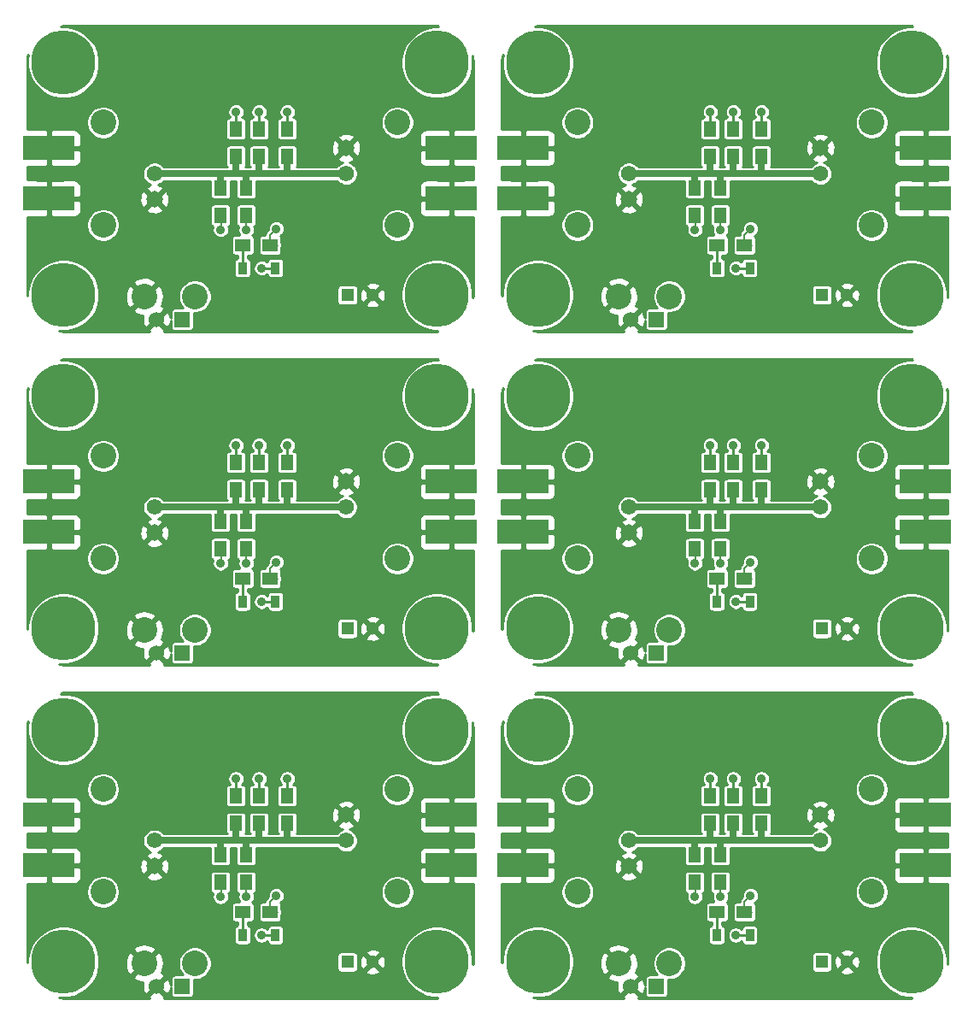
<source format=gbl>
%MOIN*%
%OFA0B0*%
%FSLAX46Y46*%
%IPPOS*%
%LPD*%
%ADD10C,0.1*%
%ADD11C,0.25*%
%ADD12C,0.062*%
%ADD13C,0.065*%
%ADD14R,0.035800000000000005X0.048000000000000008*%
%ADD15R,0.060000000000000005X0.060000000000000005*%
%ADD16C,0.060000000000000005*%
%ADD17R,0.051181102362204731X0.051181102362204731*%
%ADD18C,0.051181102362204731*%
%ADD19R,0.051181102362204731X0.059055118110236227*%
%ADD20R,0.059055118110236227X0.051181102362204731*%
%ADD21R,0.2X0.095*%
%ADD22C,0.035*%
%ADD23C,0.008*%
%ADD24C,0.01*%
%ADD25C,0.025*%
%ADD26C,0.005905511811023622*%
%ADD37C,0.1*%
%ADD38C,0.25*%
%ADD39C,0.062*%
%ADD40C,0.065*%
%ADD41R,0.035800000000000005X0.048000000000000008*%
%ADD42R,0.060000000000000005X0.060000000000000005*%
%ADD43C,0.060000000000000005*%
%ADD44R,0.051181102362204731X0.051181102362204731*%
%ADD45C,0.051181102362204731*%
%ADD46R,0.051181102362204731X0.059055118110236227*%
%ADD47R,0.059055118110236227X0.051181102362204731*%
%ADD48R,0.2X0.095*%
%ADD49C,0.035*%
%ADD50C,0.008*%
%ADD51C,0.01*%
%ADD52C,0.025*%
%ADD53C,0.005905511811023622*%
%ADD54C,0.1*%
%ADD55C,0.25*%
%ADD56C,0.062*%
%ADD57C,0.065*%
%ADD58R,0.035800000000000005X0.048000000000000008*%
%ADD59R,0.060000000000000005X0.060000000000000005*%
%ADD60C,0.060000000000000005*%
%ADD61R,0.051181102362204731X0.051181102362204731*%
%ADD62C,0.051181102362204731*%
%ADD63R,0.051181102362204731X0.059055118110236227*%
%ADD64R,0.059055118110236227X0.051181102362204731*%
%ADD65R,0.2X0.095*%
%ADD66C,0.035*%
%ADD67C,0.008*%
%ADD68C,0.01*%
%ADD69C,0.025*%
%ADD70C,0.005905511811023622*%
%ADD71C,0.1*%
%ADD72C,0.25*%
%ADD73C,0.062*%
%ADD74C,0.065*%
%ADD75R,0.035800000000000005X0.048000000000000008*%
%ADD76R,0.060000000000000005X0.060000000000000005*%
%ADD77C,0.060000000000000005*%
%ADD78R,0.051181102362204731X0.051181102362204731*%
%ADD79C,0.051181102362204731*%
%ADD80R,0.051181102362204731X0.059055118110236227*%
%ADD81R,0.059055118110236227X0.051181102362204731*%
%ADD82R,0.2X0.095*%
%ADD83C,0.035*%
%ADD84C,0.008*%
%ADD85C,0.01*%
%ADD86C,0.025*%
%ADD87C,0.005905511811023622*%
%ADD88C,0.1*%
%ADD89C,0.25*%
%ADD90C,0.062*%
%ADD91C,0.065*%
%ADD92R,0.035800000000000005X0.048000000000000008*%
%ADD93R,0.060000000000000005X0.060000000000000005*%
%ADD94C,0.060000000000000005*%
%ADD95R,0.051181102362204731X0.051181102362204731*%
%ADD96C,0.051181102362204731*%
%ADD97R,0.051181102362204731X0.059055118110236227*%
%ADD98R,0.059055118110236227X0.051181102362204731*%
%ADD99R,0.2X0.095*%
%ADD100C,0.035*%
%ADD101C,0.008*%
%ADD102C,0.01*%
%ADD103C,0.025*%
%ADD104C,0.005905511811023622*%
%ADD105C,0.1*%
%ADD106C,0.25*%
%ADD107C,0.062*%
%ADD108C,0.065*%
%ADD109R,0.035800000000000005X0.048000000000000008*%
%ADD110R,0.060000000000000005X0.060000000000000005*%
%ADD111C,0.060000000000000005*%
%ADD112R,0.051181102362204731X0.051181102362204731*%
%ADD113C,0.051181102362204731*%
%ADD114R,0.051181102362204731X0.059055118110236227*%
%ADD115R,0.059055118110236227X0.051181102362204731*%
%ADD116R,0.2X0.095*%
%ADD117C,0.035*%
%ADD118C,0.008*%
%ADD119C,0.01*%
%ADD120C,0.025*%
%ADD121C,0.005905511811023622*%
G01*
D10*
X0000000000Y0001221653D02*
X0000670000Y0000151653D03*
X0000473149Y0000151653D03*
D11*
X0000157480Y0000157480D03*
X0001614173Y0001062992D03*
X0000157480Y0001062992D03*
D12*
X0000511811Y0000629921D03*
D13*
X0000511811Y0000529921D03*
D10*
X0000311811Y0000429921D03*
X0000311811Y0000829921D03*
D11*
X0001614173Y0000157480D03*
D12*
X0001259842Y0000629921D03*
D13*
X0001259842Y0000729921D03*
D10*
X0001459842Y0000829921D03*
X0001459842Y0000429921D03*
D14*
X0000984400Y0000261653D03*
X0000855600Y0000261653D03*
D15*
X0000620000Y0000061653D03*
D16*
X0000520000Y0000061653D03*
D17*
X0001265000Y0000156653D03*
D18*
X0001363425Y0000156653D03*
D19*
X0000870000Y0000468503D03*
X0000870000Y0000574803D03*
X0000770000Y0000468503D03*
X0000770000Y0000574803D03*
X0001030000Y0000804803D03*
X0001030000Y0000698503D03*
X0000920000Y0000804803D03*
X0000920000Y0000698503D03*
X0000830000Y0000804803D03*
X0000830000Y0000698503D03*
D20*
X0000856850Y0000351653D03*
X0000963149Y0000351653D03*
D21*
X0000100000Y0000533228D03*
X0000100000Y0000730078D03*
X0001670000Y0000730078D03*
X0001670000Y0000533228D03*
D22*
X0000960000Y0000101653D03*
X0000692913Y0000818897D03*
X0000650000Y0000351653D03*
X0001062992Y0000511811D03*
X0000252000Y0000727653D03*
X0000250000Y0000531653D03*
X0001526000Y0000730653D03*
X0001520000Y0000535653D03*
X0000930000Y0000261653D03*
X0000987000Y0000415653D03*
X0000870000Y0000411653D03*
X0000770000Y0000411653D03*
X0001030000Y0000871653D03*
X0000920000Y0000871653D03*
X0000830000Y0000871653D03*
D23*
X0001520000Y0000535653D02*
X0001518000Y0000535653D01*
D24*
X0000984400Y0000261653D02*
X0000930000Y0000261653D01*
X0000855600Y0000261653D02*
X0000855600Y0000350403D01*
X0000855600Y0000350403D02*
X0000856850Y0000351653D01*
X0000855600Y0000261653D02*
X0000855600Y0000267253D01*
D25*
X0000870000Y0000574803D02*
X0000870000Y0000624921D01*
X0000870000Y0000624921D02*
X0000875000Y0000629921D01*
X0000770000Y0000574803D02*
X0000770000Y0000624921D01*
X0000770000Y0000624921D02*
X0000775000Y0000629921D01*
X0000830000Y0000698503D02*
X0000830000Y0000629921D01*
X0000920000Y0000698503D02*
X0000920000Y0000634921D01*
X0000920000Y0000634921D02*
X0000925000Y0000629921D01*
X0001030000Y0000698503D02*
X0001030000Y0000629921D01*
X0001025000Y0000629921D02*
X0001030000Y0000629921D01*
X0001030000Y0000629921D02*
X0001259842Y0000629921D01*
X0000925000Y0000629921D02*
X0001025000Y0000629921D01*
X0000875000Y0000629921D02*
X0000925000Y0000629921D01*
X0000825000Y0000629921D02*
X0000830000Y0000629921D01*
X0000830000Y0000629921D02*
X0000875000Y0000629921D01*
X0000775000Y0000629921D02*
X0000825000Y0000629921D01*
X0000511811Y0000629921D02*
X0000775000Y0000629921D01*
D24*
X0000947500Y0000351653D02*
X0000990000Y0000351653D01*
D23*
X0000963149Y0000391803D02*
X0000987000Y0000415653D01*
X0000963149Y0000351653D02*
X0000963149Y0000391803D01*
X0000870000Y0000411653D02*
X0000870000Y0000473425D01*
X0000870000Y0000473425D02*
X0000870000Y0000484153D01*
X0000770000Y0000411653D02*
X0000773346Y0000415000D01*
X0000773346Y0000415000D02*
X0000770000Y0000484153D01*
D24*
X0001030000Y0000804803D02*
X0001030000Y0000871653D01*
X0001030000Y0000871653D02*
X0001031377Y0000870275D01*
X0000920000Y0000804803D02*
X0000920000Y0000871653D01*
X0000920000Y0000871653D02*
X0000923740Y0000867913D01*
X0000830000Y0000804803D02*
X0000830000Y0000871653D01*
X0000828228Y0000869881D02*
X0000830000Y0000871653D01*
X0001615008Y0001206531D02*
X0001619181Y0001202992D01*
X0001600384Y0001202992D01*
X0001573336Y0001197612D01*
X0001547858Y0001187058D01*
X0001524928Y0001171737D01*
X0001505428Y0001152236D01*
X0001490106Y0001129307D01*
X0001479553Y0001103828D01*
X0001474173Y0001076780D01*
X0001474173Y0001049203D01*
X0001479553Y0001022155D01*
X0001490106Y0000996677D01*
X0001505428Y0000973747D01*
X0001524928Y0000954247D01*
X0001547858Y0000938925D01*
X0001573336Y0000928372D01*
X0001600384Y0000922992D01*
X0001627962Y0000922992D01*
X0001655009Y0000928372D01*
X0001680488Y0000938925D01*
X0001703418Y0000954247D01*
X0001722918Y0000973747D01*
X0001738239Y0000996677D01*
X0001748793Y0001022155D01*
X0001754173Y0001049203D01*
X0001754173Y0001076780D01*
X0001751364Y0001090900D01*
X0001754153Y0001088535D01*
X0001756683Y0001064462D01*
X0001756685Y0001064132D01*
X0001756685Y0000802681D01*
X0001681250Y0000802578D01*
X0001675000Y0000796328D01*
X0001675000Y0000735078D01*
X0001675787Y0000735078D01*
X0001675787Y0000725078D01*
X0001675000Y0000725078D01*
X0001675000Y0000663828D01*
X0001681250Y0000657578D01*
X0001756685Y0000657475D01*
X0001756685Y0000605831D01*
X0001681250Y0000605728D01*
X0001675000Y0000599478D01*
X0001675000Y0000538228D01*
X0001675787Y0000538228D01*
X0001675787Y0000528228D01*
X0001675000Y0000528228D01*
X0001675000Y0000466978D01*
X0001681250Y0000460728D01*
X0001756685Y0000460625D01*
X0001756685Y0000158212D01*
X0001755810Y0000149296D01*
X0001754173Y0000147737D01*
X0001754173Y0000171269D01*
X0001748793Y0000198316D01*
X0001738239Y0000223795D01*
X0001722918Y0000246725D01*
X0001703418Y0000266225D01*
X0001680488Y0000281546D01*
X0001655009Y0000292100D01*
X0001627962Y0000297480D01*
X0001600384Y0000297480D01*
X0001573336Y0000292100D01*
X0001547858Y0000281546D01*
X0001524928Y0000266225D01*
X0001505428Y0000246725D01*
X0001490106Y0000223795D01*
X0001479553Y0000198316D01*
X0001474173Y0000171269D01*
X0001474173Y0000143691D01*
X0001479553Y0000116643D01*
X0001490106Y0000091165D01*
X0001505428Y0000068235D01*
X0001524928Y0000048735D01*
X0001547858Y0000033413D01*
X0001573336Y0000022860D01*
X0001600384Y0000017480D01*
X0001617403Y0000017480D01*
X0001614805Y0000015005D01*
X0001614462Y0000014969D01*
X0001614143Y0000014968D01*
X0000548524Y0000014968D01*
X0000550943Y0000023639D01*
X0000520000Y0000054582D01*
X0000489056Y0000023639D01*
X0000491475Y0000014968D01*
X0000158212Y0000014968D01*
X0000141306Y0000016626D01*
X0000139840Y0000018246D01*
X0000143691Y0000017480D01*
X0000171269Y0000017480D01*
X0000198316Y0000022860D01*
X0000223795Y0000033413D01*
X0000246725Y0000048735D01*
X0000266225Y0000068235D01*
X0000281546Y0000091165D01*
X0000284947Y0000099375D01*
X0000427943Y0000099375D01*
X0000432995Y0000087879D01*
X0000446208Y0000081270D01*
X0000460457Y0000077367D01*
X0000467113Y0000076893D01*
X0000465314Y0000069640D01*
X0000464806Y0000058818D01*
X0000466420Y0000048104D01*
X0000470093Y0000037912D01*
X0000472533Y0000033347D01*
X0000481985Y0000030710D01*
X0000512928Y0000061653D01*
X0000527071Y0000061653D01*
X0000558014Y0000030710D01*
X0000567466Y0000033347D01*
X0000572077Y0000043151D01*
X0000574685Y0000053666D01*
X0000574927Y0000058818D01*
X0000574927Y0000031653D01*
X0000575217Y0000028713D01*
X0000576074Y0000025885D01*
X0000577467Y0000023279D01*
X0000579342Y0000020995D01*
X0000581626Y0000019121D01*
X0000584231Y0000017728D01*
X0000587059Y0000016870D01*
X0000590000Y0000016580D01*
X0000650000Y0000016580D01*
X0000652940Y0000016870D01*
X0000655767Y0000017728D01*
X0000658373Y0000019121D01*
X0000660657Y0000020995D01*
X0000662532Y0000023279D01*
X0000663925Y0000025885D01*
X0000664782Y0000028713D01*
X0000665072Y0000031653D01*
X0000665072Y0000086653D01*
X0000676401Y0000086653D01*
X0000688959Y0000089151D01*
X0000700789Y0000094051D01*
X0000711435Y0000101164D01*
X0000720488Y0000110218D01*
X0000727602Y0000120864D01*
X0000732502Y0000132693D01*
X0000735000Y0000145251D01*
X0000735000Y0000158055D01*
X0000732502Y0000170613D01*
X0000727684Y0000182244D01*
X0001224336Y0000182244D01*
X0001224336Y0000131062D01*
X0001224626Y0000128122D01*
X0001225484Y0000125294D01*
X0001226877Y0000122689D01*
X0001228751Y0000120405D01*
X0001231035Y0000118530D01*
X0001233641Y0000117137D01*
X0001236468Y0000116280D01*
X0001239409Y0000115990D01*
X0001290590Y0000115990D01*
X0001293531Y0000116280D01*
X0001296358Y0000117137D01*
X0001298964Y0000118530D01*
X0001301248Y0000120405D01*
X0001302385Y0000121790D01*
X0001335632Y0000121790D01*
X0001337734Y0000112787D01*
X0001346786Y0000108618D01*
X0001356477Y0000106295D01*
X0001366435Y0000105907D01*
X0001376277Y0000107469D01*
X0001385625Y0000110922D01*
X0001389115Y0000112787D01*
X0001391217Y0000121790D01*
X0001363425Y0000149582D01*
X0001335632Y0000121790D01*
X0001302385Y0000121790D01*
X0001303122Y0000122689D01*
X0001304515Y0000125294D01*
X0001305373Y0000128122D01*
X0001305663Y0000131062D01*
X0001305663Y0000153643D01*
X0001312679Y0000153643D01*
X0001314241Y0000143801D01*
X0001317693Y0000134452D01*
X0001319559Y0000130963D01*
X0001328561Y0000128861D01*
X0001356354Y0000156653D01*
X0001370496Y0000156653D01*
X0001398288Y0000128861D01*
X0001407291Y0000130963D01*
X0001411460Y0000140014D01*
X0001413783Y0000149705D01*
X0001414171Y0000159663D01*
X0001412609Y0000169505D01*
X0001409156Y0000178854D01*
X0001407291Y0000182343D01*
X0001398288Y0000184445D01*
X0001370496Y0000156653D01*
X0001356354Y0000156653D01*
X0001328561Y0000184445D01*
X0001319559Y0000182343D01*
X0001315389Y0000173292D01*
X0001313066Y0000163601D01*
X0001312679Y0000153643D01*
X0001305663Y0000153643D01*
X0001305663Y0000182244D01*
X0001305373Y0000185184D01*
X0001304515Y0000188012D01*
X0001303122Y0000190617D01*
X0001302385Y0000191516D01*
X0001335632Y0000191516D01*
X0001363425Y0000163724D01*
X0001391217Y0000191516D01*
X0001389115Y0000200519D01*
X0001380064Y0000204688D01*
X0001370373Y0000207011D01*
X0001360415Y0000207399D01*
X0001350572Y0000205837D01*
X0001341224Y0000202384D01*
X0001337734Y0000200519D01*
X0001335632Y0000191516D01*
X0001302385Y0000191516D01*
X0001301248Y0000192902D01*
X0001298964Y0000194776D01*
X0001296358Y0000196169D01*
X0001293531Y0000197027D01*
X0001290590Y0000197316D01*
X0001239409Y0000197316D01*
X0001236468Y0000197027D01*
X0001233641Y0000196169D01*
X0001231035Y0000194776D01*
X0001228751Y0000192902D01*
X0001226877Y0000190617D01*
X0001225484Y0000188012D01*
X0001224626Y0000185184D01*
X0001224336Y0000182244D01*
X0000727684Y0000182244D01*
X0000727602Y0000182442D01*
X0000720488Y0000193088D01*
X0000711435Y0000202142D01*
X0000700789Y0000209255D01*
X0000688959Y0000214155D01*
X0000676401Y0000216653D01*
X0000663598Y0000216653D01*
X0000651040Y0000214155D01*
X0000639210Y0000209255D01*
X0000628564Y0000202142D01*
X0000619511Y0000193088D01*
X0000612397Y0000182442D01*
X0000607497Y0000170613D01*
X0000605000Y0000158055D01*
X0000605000Y0000145251D01*
X0000607497Y0000132693D01*
X0000612397Y0000120864D01*
X0000619511Y0000110218D01*
X0000623003Y0000106726D01*
X0000590000Y0000106726D01*
X0000587059Y0000106436D01*
X0000584231Y0000105578D01*
X0000581626Y0000104185D01*
X0000579342Y0000102311D01*
X0000577467Y0000100027D01*
X0000576074Y0000097421D01*
X0000575217Y0000094594D01*
X0000574927Y0000091653D01*
X0000574927Y0000066253D01*
X0000573579Y0000075202D01*
X0000569906Y0000085394D01*
X0000567466Y0000089959D01*
X0000558014Y0000092596D01*
X0000527071Y0000061653D01*
X0000512928Y0000061653D01*
X0000512372Y0000062210D01*
X0000519443Y0000069281D01*
X0000520000Y0000068724D01*
X0000550943Y0000099667D01*
X0000548306Y0000109120D01*
X0000538502Y0000113730D01*
X0000538091Y0000113832D01*
X0000543532Y0000124712D01*
X0000547435Y0000138961D01*
X0000548484Y0000153697D01*
X0000546638Y0000168355D01*
X0000541968Y0000182371D01*
X0000536924Y0000191808D01*
X0000525427Y0000196860D01*
X0000480220Y0000151653D01*
X0000480777Y0000151096D01*
X0000473706Y0000144025D01*
X0000473149Y0000144582D01*
X0000427943Y0000099375D01*
X0000284947Y0000099375D01*
X0000292100Y0000116643D01*
X0000297480Y0000143691D01*
X0000297480Y0000149609D01*
X0000397814Y0000149609D01*
X0000399660Y0000134951D01*
X0000404331Y0000120935D01*
X0000409375Y0000111499D01*
X0000420871Y0000106446D01*
X0000466078Y0000151653D01*
X0000420871Y0000196860D01*
X0000409375Y0000191808D01*
X0000402766Y0000178594D01*
X0000398863Y0000164346D01*
X0000397814Y0000149609D01*
X0000297480Y0000149609D01*
X0000297480Y0000171269D01*
X0000292100Y0000198316D01*
X0000289774Y0000203931D01*
X0000427943Y0000203931D01*
X0000473149Y0000158724D01*
X0000518356Y0000203931D01*
X0000513304Y0000215427D01*
X0000500090Y0000222036D01*
X0000485842Y0000225939D01*
X0000471105Y0000226988D01*
X0000456447Y0000225142D01*
X0000442431Y0000220471D01*
X0000432995Y0000215427D01*
X0000427943Y0000203931D01*
X0000289774Y0000203931D01*
X0000281546Y0000223795D01*
X0000266225Y0000246725D01*
X0000246725Y0000266225D01*
X0000223795Y0000281546D01*
X0000198316Y0000292100D01*
X0000171269Y0000297480D01*
X0000143691Y0000297480D01*
X0000116643Y0000292100D01*
X0000091165Y0000281546D01*
X0000068235Y0000266225D01*
X0000048735Y0000246725D01*
X0000033413Y0000223795D01*
X0000022860Y0000198316D01*
X0000017480Y0000171269D01*
X0000017480Y0000153486D01*
X0000015080Y0000156139D01*
X0000014969Y0000157191D01*
X0000014968Y0000157509D01*
X0000014968Y0000436323D01*
X0000246811Y0000436323D01*
X0000246811Y0000423519D01*
X0000249308Y0000410961D01*
X0000254208Y0000399132D01*
X0000261322Y0000388486D01*
X0000270375Y0000379432D01*
X0000281021Y0000372319D01*
X0000292851Y0000367419D01*
X0000305409Y0000364921D01*
X0000318212Y0000364921D01*
X0000330770Y0000367419D01*
X0000342600Y0000372319D01*
X0000349970Y0000377244D01*
X0000812250Y0000377244D01*
X0000812250Y0000326062D01*
X0000812539Y0000323122D01*
X0000813397Y0000320294D01*
X0000814790Y0000317689D01*
X0000816664Y0000315405D01*
X0000818948Y0000313530D01*
X0000821554Y0000312137D01*
X0000824382Y0000311280D01*
X0000827322Y0000310990D01*
X0000835600Y0000310990D01*
X0000835600Y0000300519D01*
X0000834759Y0000300436D01*
X0000831931Y0000299578D01*
X0000829326Y0000298185D01*
X0000827042Y0000296311D01*
X0000825167Y0000294027D01*
X0000823774Y0000291421D01*
X0000822917Y0000288594D01*
X0000822627Y0000285653D01*
X0000822627Y0000237653D01*
X0000822917Y0000234713D01*
X0000823774Y0000231885D01*
X0000825167Y0000229279D01*
X0000827042Y0000226995D01*
X0000829326Y0000225121D01*
X0000831931Y0000223728D01*
X0000834759Y0000222870D01*
X0000837700Y0000222580D01*
X0000873500Y0000222580D01*
X0000876440Y0000222870D01*
X0000879268Y0000223728D01*
X0000881873Y0000225121D01*
X0000884157Y0000226995D01*
X0000886032Y0000229279D01*
X0000887425Y0000231885D01*
X0000888282Y0000234713D01*
X0000888572Y0000237653D01*
X0000888572Y0000264854D01*
X0000897500Y0000264854D01*
X0000897500Y0000258452D01*
X0000898748Y0000252173D01*
X0000901198Y0000246259D01*
X0000904755Y0000240936D01*
X0000909282Y0000236409D01*
X0000914605Y0000232852D01*
X0000920520Y0000230402D01*
X0000926799Y0000229153D01*
X0000933200Y0000229153D01*
X0000939479Y0000230402D01*
X0000945394Y0000232852D01*
X0000950717Y0000236409D01*
X0000951475Y0000237166D01*
X0000951717Y0000234713D01*
X0000952574Y0000231885D01*
X0000953967Y0000229279D01*
X0000955842Y0000226995D01*
X0000958126Y0000225121D01*
X0000960731Y0000223728D01*
X0000963559Y0000222870D01*
X0000966500Y0000222580D01*
X0001002300Y0000222580D01*
X0001005240Y0000222870D01*
X0001008068Y0000223728D01*
X0001010673Y0000225121D01*
X0001012957Y0000226995D01*
X0001014832Y0000229279D01*
X0001016225Y0000231885D01*
X0001017082Y0000234713D01*
X0001017372Y0000237653D01*
X0001017372Y0000285653D01*
X0001017082Y0000288594D01*
X0001016225Y0000291421D01*
X0001014832Y0000294027D01*
X0001012957Y0000296311D01*
X0001010673Y0000298185D01*
X0001008068Y0000299578D01*
X0001005240Y0000300436D01*
X0001002300Y0000300726D01*
X0000966500Y0000300726D01*
X0000963559Y0000300436D01*
X0000960731Y0000299578D01*
X0000958126Y0000298185D01*
X0000955842Y0000296311D01*
X0000953967Y0000294027D01*
X0000952574Y0000291421D01*
X0000951717Y0000288594D01*
X0000951475Y0000286140D01*
X0000950717Y0000286897D01*
X0000945394Y0000290454D01*
X0000939479Y0000292904D01*
X0000933200Y0000294153D01*
X0000926799Y0000294153D01*
X0000920520Y0000292904D01*
X0000914605Y0000290454D01*
X0000909282Y0000286897D01*
X0000904755Y0000282371D01*
X0000901198Y0000277048D01*
X0000898748Y0000271133D01*
X0000897500Y0000264854D01*
X0000888572Y0000264854D01*
X0000888572Y0000285653D01*
X0000888282Y0000288594D01*
X0000887425Y0000291421D01*
X0000886032Y0000294027D01*
X0000884157Y0000296311D01*
X0000881873Y0000298185D01*
X0000879268Y0000299578D01*
X0000876440Y0000300436D01*
X0000875600Y0000300519D01*
X0000875600Y0000310990D01*
X0000886377Y0000310990D01*
X0000889318Y0000311280D01*
X0000892145Y0000312137D01*
X0000894751Y0000313530D01*
X0000897035Y0000315405D01*
X0000898910Y0000317689D01*
X0000900303Y0000320294D01*
X0000901160Y0000323122D01*
X0000901450Y0000326062D01*
X0000901450Y0000377244D01*
X0000918549Y0000377244D01*
X0000918549Y0000326062D01*
X0000918839Y0000323122D01*
X0000919696Y0000320294D01*
X0000921089Y0000317689D01*
X0000922964Y0000315405D01*
X0000925248Y0000313530D01*
X0000927854Y0000312137D01*
X0000930681Y0000311280D01*
X0000933622Y0000310990D01*
X0000992677Y0000310990D01*
X0000995617Y0000311280D01*
X0000998445Y0000312137D01*
X0001001051Y0000313530D01*
X0001003335Y0000315405D01*
X0001005209Y0000317689D01*
X0001006602Y0000320294D01*
X0001007460Y0000323122D01*
X0001007749Y0000326062D01*
X0001007749Y0000342433D01*
X0001008566Y0000343962D01*
X0001009710Y0000347732D01*
X0001010096Y0000351653D01*
X0001009710Y0000355574D01*
X0001008566Y0000359344D01*
X0001007749Y0000360873D01*
X0001007749Y0000377244D01*
X0001007460Y0000380184D01*
X0001006602Y0000383012D01*
X0001005209Y0000385617D01*
X0001003558Y0000387630D01*
X0001007717Y0000390409D01*
X0001012244Y0000394936D01*
X0001015801Y0000400259D01*
X0001018251Y0000406173D01*
X0001019500Y0000412452D01*
X0001019500Y0000418854D01*
X0001018251Y0000425133D01*
X0001015801Y0000431048D01*
X0001012276Y0000436323D01*
X0001394842Y0000436323D01*
X0001394842Y0000423519D01*
X0001397340Y0000410961D01*
X0001402240Y0000399132D01*
X0001409353Y0000388486D01*
X0001418407Y0000379432D01*
X0001429053Y0000372319D01*
X0001440882Y0000367419D01*
X0001453440Y0000364921D01*
X0001466244Y0000364921D01*
X0001478802Y0000367419D01*
X0001490631Y0000372319D01*
X0001501277Y0000379432D01*
X0001510331Y0000388486D01*
X0001517444Y0000399132D01*
X0001522344Y0000410961D01*
X0001524842Y0000423519D01*
X0001524842Y0000436323D01*
X0001522344Y0000448881D01*
X0001517444Y0000460710D01*
X0001510331Y0000471356D01*
X0001501277Y0000480410D01*
X0001493318Y0000485728D01*
X0001544879Y0000485728D01*
X0001545361Y0000480827D01*
X0001546791Y0000476114D01*
X0001549112Y0000471771D01*
X0001552236Y0000467965D01*
X0001556043Y0000464841D01*
X0001560386Y0000462519D01*
X0001565099Y0000461090D01*
X0001570000Y0000460607D01*
X0001658750Y0000460728D01*
X0001665000Y0000466978D01*
X0001665000Y0000528228D01*
X0001551250Y0000528228D01*
X0001545000Y0000521978D01*
X0001544879Y0000485728D01*
X0001493318Y0000485728D01*
X0001490631Y0000487523D01*
X0001478802Y0000492423D01*
X0001466244Y0000494921D01*
X0001453440Y0000494921D01*
X0001440882Y0000492423D01*
X0001429053Y0000487523D01*
X0001418407Y0000480410D01*
X0001409353Y0000471356D01*
X0001402240Y0000460710D01*
X0001397340Y0000448881D01*
X0001394842Y0000436323D01*
X0001012276Y0000436323D01*
X0001012244Y0000436371D01*
X0001007717Y0000440897D01*
X0001002394Y0000444454D01*
X0000996479Y0000446904D01*
X0000990200Y0000448153D01*
X0000983799Y0000448153D01*
X0000977520Y0000446904D01*
X0000971605Y0000444454D01*
X0000966282Y0000440897D01*
X0000961755Y0000436371D01*
X0000958198Y0000431048D01*
X0000955748Y0000425133D01*
X0000954500Y0000418854D01*
X0000954500Y0000412452D01*
X0000954902Y0000410426D01*
X0000950374Y0000405898D01*
X0000949649Y0000405303D01*
X0000949054Y0000404578D01*
X0000949054Y0000404578D01*
X0000947275Y0000402410D01*
X0000945510Y0000399109D01*
X0000944424Y0000395527D01*
X0000944108Y0000392316D01*
X0000933622Y0000392316D01*
X0000930681Y0000392027D01*
X0000927854Y0000391169D01*
X0000925248Y0000389776D01*
X0000922964Y0000387902D01*
X0000921089Y0000385617D01*
X0000919696Y0000383012D01*
X0000918839Y0000380184D01*
X0000918549Y0000377244D01*
X0000901450Y0000377244D01*
X0000901160Y0000380184D01*
X0000900303Y0000383012D01*
X0000898910Y0000385617D01*
X0000897035Y0000387902D01*
X0000894751Y0000389776D01*
X0000894317Y0000390008D01*
X0000895244Y0000390936D01*
X0000898801Y0000396259D01*
X0000901251Y0000402173D01*
X0000902500Y0000408452D01*
X0000902500Y0000414854D01*
X0000901251Y0000421133D01*
X0000899821Y0000424584D01*
X0000901358Y0000425051D01*
X0000903964Y0000426444D01*
X0000906248Y0000428318D01*
X0000908122Y0000430602D01*
X0000909515Y0000433208D01*
X0000910373Y0000436035D01*
X0000910663Y0000438976D01*
X0000910663Y0000498031D01*
X0000910373Y0000500972D01*
X0000909515Y0000503799D01*
X0000908122Y0000506405D01*
X0000906248Y0000508689D01*
X0000903964Y0000510563D01*
X0000901358Y0000511956D01*
X0000898531Y0000512814D01*
X0000895590Y0000513104D01*
X0000844409Y0000513104D01*
X0000841468Y0000512814D01*
X0000838641Y0000511956D01*
X0000836035Y0000510563D01*
X0000833751Y0000508689D01*
X0000831877Y0000506405D01*
X0000830484Y0000503799D01*
X0000829626Y0000500972D01*
X0000829336Y0000498031D01*
X0000829336Y0000438976D01*
X0000829626Y0000436035D01*
X0000830484Y0000433208D01*
X0000831877Y0000430602D01*
X0000833751Y0000428318D01*
X0000836035Y0000426444D01*
X0000838641Y0000425051D01*
X0000840178Y0000424584D01*
X0000838748Y0000421133D01*
X0000837500Y0000414854D01*
X0000837500Y0000408452D01*
X0000838748Y0000402173D01*
X0000841198Y0000396259D01*
X0000843833Y0000392316D01*
X0000827322Y0000392316D01*
X0000824382Y0000392027D01*
X0000821554Y0000391169D01*
X0000818948Y0000389776D01*
X0000816664Y0000387902D01*
X0000814790Y0000385617D01*
X0000813397Y0000383012D01*
X0000812539Y0000380184D01*
X0000812250Y0000377244D01*
X0000349970Y0000377244D01*
X0000353246Y0000379432D01*
X0000362299Y0000388486D01*
X0000369413Y0000399132D01*
X0000374313Y0000410961D01*
X0000376811Y0000423519D01*
X0000376811Y0000436323D01*
X0000374313Y0000448881D01*
X0000369413Y0000460710D01*
X0000362299Y0000471356D01*
X0000353246Y0000480410D01*
X0000342600Y0000487523D01*
X0000336327Y0000490121D01*
X0000479082Y0000490121D01*
X0000482022Y0000480414D01*
X0000492253Y0000475553D01*
X0000503235Y0000472782D01*
X0000514547Y0000472207D01*
X0000525754Y0000473850D01*
X0000536425Y0000477648D01*
X0000541599Y0000480414D01*
X0000544539Y0000490121D01*
X0000511811Y0000522850D01*
X0000479082Y0000490121D01*
X0000336327Y0000490121D01*
X0000330770Y0000492423D01*
X0000318212Y0000494921D01*
X0000305409Y0000494921D01*
X0000292851Y0000492423D01*
X0000281021Y0000487523D01*
X0000270375Y0000480410D01*
X0000261322Y0000471356D01*
X0000254208Y0000460710D01*
X0000249308Y0000448881D01*
X0000246811Y0000436323D01*
X0000014968Y0000436323D01*
X0000014968Y0000460627D01*
X0000088750Y0000460728D01*
X0000095000Y0000466978D01*
X0000095000Y0000528228D01*
X0000105000Y0000528228D01*
X0000105000Y0000466978D01*
X0000111250Y0000460728D01*
X0000200000Y0000460607D01*
X0000204900Y0000461090D01*
X0000209613Y0000462519D01*
X0000213956Y0000464841D01*
X0000217763Y0000467965D01*
X0000220887Y0000471771D01*
X0000223208Y0000476114D01*
X0000224638Y0000480827D01*
X0000225120Y0000485728D01*
X0000225000Y0000521978D01*
X0000219793Y0000527184D01*
X0000454097Y0000527184D01*
X0000455740Y0000515978D01*
X0000459537Y0000505307D01*
X0000462303Y0000500132D01*
X0000472011Y0000497192D01*
X0000504739Y0000529921D01*
X0000518882Y0000529921D01*
X0000551610Y0000497192D01*
X0000554380Y0000498031D01*
X0000729336Y0000498031D01*
X0000729336Y0000438976D01*
X0000729626Y0000436035D01*
X0000730484Y0000433208D01*
X0000731877Y0000430602D01*
X0000733751Y0000428318D01*
X0000736035Y0000426444D01*
X0000738641Y0000425051D01*
X0000740178Y0000424584D01*
X0000738748Y0000421133D01*
X0000737500Y0000414854D01*
X0000737500Y0000408452D01*
X0000738748Y0000402173D01*
X0000741198Y0000396259D01*
X0000744755Y0000390936D01*
X0000749282Y0000386409D01*
X0000754605Y0000382852D01*
X0000760520Y0000380402D01*
X0000766799Y0000379153D01*
X0000773200Y0000379153D01*
X0000779479Y0000380402D01*
X0000785394Y0000382852D01*
X0000790717Y0000386409D01*
X0000795244Y0000390936D01*
X0000798801Y0000396259D01*
X0000801251Y0000402173D01*
X0000802500Y0000408452D01*
X0000802500Y0000414854D01*
X0000801251Y0000421133D01*
X0000799821Y0000424584D01*
X0000801358Y0000425051D01*
X0000803964Y0000426444D01*
X0000806248Y0000428318D01*
X0000808122Y0000430602D01*
X0000809515Y0000433208D01*
X0000810373Y0000436035D01*
X0000810663Y0000438976D01*
X0000810663Y0000498031D01*
X0000810373Y0000500972D01*
X0000809515Y0000503799D01*
X0000808122Y0000506405D01*
X0000806248Y0000508689D01*
X0000803964Y0000510563D01*
X0000801358Y0000511956D01*
X0000798531Y0000512814D01*
X0000795590Y0000513104D01*
X0000744409Y0000513104D01*
X0000741468Y0000512814D01*
X0000738641Y0000511956D01*
X0000736035Y0000510563D01*
X0000733751Y0000508689D01*
X0000731877Y0000506405D01*
X0000730484Y0000503799D01*
X0000729626Y0000500972D01*
X0000729336Y0000498031D01*
X0000554380Y0000498031D01*
X0000561318Y0000500132D01*
X0000566178Y0000510363D01*
X0000568949Y0000521345D01*
X0000569524Y0000532657D01*
X0000567881Y0000543864D01*
X0000564084Y0000554535D01*
X0000561318Y0000559709D01*
X0000551610Y0000562649D01*
X0000518882Y0000529921D01*
X0000504739Y0000529921D01*
X0000472011Y0000562649D01*
X0000462303Y0000559709D01*
X0000457443Y0000549479D01*
X0000454672Y0000538496D01*
X0000454097Y0000527184D01*
X0000219793Y0000527184D01*
X0000218750Y0000528228D01*
X0000105000Y0000528228D01*
X0000095000Y0000528228D01*
X0000094212Y0000528228D01*
X0000094212Y0000538228D01*
X0000095000Y0000538228D01*
X0000095000Y0000599478D01*
X0000105000Y0000599478D01*
X0000105000Y0000538228D01*
X0000218750Y0000538228D01*
X0000225000Y0000544478D01*
X0000225120Y0000580728D01*
X0000224638Y0000585629D01*
X0000223208Y0000590341D01*
X0000220887Y0000594684D01*
X0000217763Y0000598491D01*
X0000213956Y0000601615D01*
X0000209613Y0000603937D01*
X0000204900Y0000605366D01*
X0000200000Y0000605849D01*
X0000111250Y0000605728D01*
X0000105000Y0000599478D01*
X0000095000Y0000599478D01*
X0000088750Y0000605728D01*
X0000014968Y0000605828D01*
X0000014968Y0000634451D01*
X0000465811Y0000634451D01*
X0000465811Y0000625390D01*
X0000467578Y0000616503D01*
X0000471046Y0000608132D01*
X0000476080Y0000600597D01*
X0000482487Y0000594190D01*
X0000490021Y0000589156D01*
X0000497757Y0000585952D01*
X0000487197Y0000582194D01*
X0000482022Y0000579428D01*
X0000479082Y0000569720D01*
X0000511811Y0000536992D01*
X0000544539Y0000569720D01*
X0000541599Y0000579428D01*
X0000531368Y0000584288D01*
X0000525452Y0000585781D01*
X0000533600Y0000589156D01*
X0000541134Y0000594190D01*
X0000547541Y0000600597D01*
X0000548759Y0000602421D01*
X0000729336Y0000602421D01*
X0000729336Y0000545275D01*
X0000729626Y0000542335D01*
X0000730484Y0000539507D01*
X0000731877Y0000536901D01*
X0000733751Y0000534617D01*
X0000736035Y0000532743D01*
X0000738641Y0000531350D01*
X0000741468Y0000530492D01*
X0000744409Y0000530203D01*
X0000795590Y0000530203D01*
X0000798531Y0000530492D01*
X0000801358Y0000531350D01*
X0000803964Y0000532743D01*
X0000806248Y0000534617D01*
X0000808122Y0000536901D01*
X0000809515Y0000539507D01*
X0000810373Y0000542335D01*
X0000810663Y0000545275D01*
X0000810663Y0000602421D01*
X0000828649Y0000602421D01*
X0000829336Y0000602353D01*
X0000829336Y0000545275D01*
X0000829626Y0000542335D01*
X0000830484Y0000539507D01*
X0000831877Y0000536901D01*
X0000833751Y0000534617D01*
X0000836035Y0000532743D01*
X0000838641Y0000531350D01*
X0000841468Y0000530492D01*
X0000844409Y0000530203D01*
X0000895590Y0000530203D01*
X0000898531Y0000530492D01*
X0000901358Y0000531350D01*
X0000903964Y0000532743D01*
X0000906248Y0000534617D01*
X0000908122Y0000536901D01*
X0000909515Y0000539507D01*
X0000910373Y0000542335D01*
X0000910663Y0000545275D01*
X0000910663Y0000580728D01*
X0001544879Y0000580728D01*
X0001545000Y0000544478D01*
X0001551250Y0000538228D01*
X0001665000Y0000538228D01*
X0001665000Y0000599478D01*
X0001658750Y0000605728D01*
X0001570000Y0000605849D01*
X0001565099Y0000605366D01*
X0001560386Y0000603937D01*
X0001556043Y0000601615D01*
X0001552236Y0000598491D01*
X0001549112Y0000594684D01*
X0001546791Y0000590341D01*
X0001545361Y0000585629D01*
X0001544879Y0000580728D01*
X0000910663Y0000580728D01*
X0000910663Y0000602421D01*
X0000923649Y0000602421D01*
X0000924999Y0000602288D01*
X0000926350Y0000602421D01*
X0001028649Y0000602421D01*
X0001030000Y0000602288D01*
X0001031350Y0000602421D01*
X0001222893Y0000602421D01*
X0001224112Y0000600597D01*
X0001230519Y0000594190D01*
X0001238053Y0000589156D01*
X0001246424Y0000585689D01*
X0001255311Y0000583921D01*
X0001264373Y0000583921D01*
X0001273260Y0000585689D01*
X0001281631Y0000589156D01*
X0001289165Y0000594190D01*
X0001295573Y0000600597D01*
X0001300607Y0000608132D01*
X0001304074Y0000616503D01*
X0001305842Y0000625390D01*
X0001305842Y0000634451D01*
X0001304074Y0000643338D01*
X0001300607Y0000651710D01*
X0001295573Y0000659244D01*
X0001289165Y0000665651D01*
X0001281631Y0000670685D01*
X0001273896Y0000673890D01*
X0001284456Y0000677648D01*
X0001289631Y0000680414D01*
X0001290286Y0000682578D01*
X0001544879Y0000682578D01*
X0001545361Y0000677677D01*
X0001546791Y0000672965D01*
X0001549112Y0000668622D01*
X0001552236Y0000664815D01*
X0001556043Y0000661691D01*
X0001560386Y0000659370D01*
X0001565099Y0000657940D01*
X0001570000Y0000657457D01*
X0001658750Y0000657578D01*
X0001665000Y0000663828D01*
X0001665000Y0000725078D01*
X0001551250Y0000725078D01*
X0001545000Y0000718828D01*
X0001544879Y0000682578D01*
X0001290286Y0000682578D01*
X0001292571Y0000690121D01*
X0001259842Y0000722850D01*
X0001227114Y0000690121D01*
X0001230053Y0000680414D01*
X0001240284Y0000675553D01*
X0001246201Y0000674061D01*
X0001238053Y0000670685D01*
X0001230519Y0000665651D01*
X0001224112Y0000659244D01*
X0001222893Y0000657421D01*
X0001065155Y0000657421D01*
X0001066248Y0000658318D01*
X0001068122Y0000660602D01*
X0001069515Y0000663208D01*
X0001070373Y0000666035D01*
X0001070663Y0000668976D01*
X0001070663Y0000727184D01*
X0001202129Y0000727184D01*
X0001203771Y0000715978D01*
X0001207569Y0000705307D01*
X0001210335Y0000700132D01*
X0001220042Y0000697192D01*
X0001252771Y0000729921D01*
X0001266913Y0000729921D01*
X0001299642Y0000697192D01*
X0001309349Y0000700132D01*
X0001314209Y0000710363D01*
X0001316980Y0000721345D01*
X0001317555Y0000732657D01*
X0001315913Y0000743864D01*
X0001312115Y0000754535D01*
X0001309349Y0000759709D01*
X0001299642Y0000762649D01*
X0001266913Y0000729921D01*
X0001252771Y0000729921D01*
X0001220042Y0000762649D01*
X0001210335Y0000759709D01*
X0001205475Y0000749479D01*
X0001202704Y0000738496D01*
X0001202129Y0000727184D01*
X0001070663Y0000727184D01*
X0001070663Y0000728031D01*
X0001070373Y0000730972D01*
X0001069515Y0000733799D01*
X0001068122Y0000736405D01*
X0001066248Y0000738689D01*
X0001063964Y0000740563D01*
X0001061358Y0000741956D01*
X0001058531Y0000742814D01*
X0001055590Y0000743104D01*
X0001004409Y0000743104D01*
X0001001468Y0000742814D01*
X0000998641Y0000741956D01*
X0000996035Y0000740563D01*
X0000993751Y0000738689D01*
X0000991877Y0000736405D01*
X0000990484Y0000733799D01*
X0000989626Y0000730972D01*
X0000989336Y0000728031D01*
X0000989336Y0000668976D01*
X0000989626Y0000666035D01*
X0000990484Y0000663208D01*
X0000991877Y0000660602D01*
X0000993751Y0000658318D01*
X0000994844Y0000657421D01*
X0000955155Y0000657421D01*
X0000956248Y0000658318D01*
X0000958122Y0000660602D01*
X0000959515Y0000663208D01*
X0000960373Y0000666035D01*
X0000960663Y0000668976D01*
X0000960663Y0000728031D01*
X0000960373Y0000730972D01*
X0000959515Y0000733799D01*
X0000958122Y0000736405D01*
X0000956248Y0000738689D01*
X0000953964Y0000740563D01*
X0000951358Y0000741956D01*
X0000948531Y0000742814D01*
X0000945590Y0000743104D01*
X0000894409Y0000743104D01*
X0000891468Y0000742814D01*
X0000888641Y0000741956D01*
X0000886035Y0000740563D01*
X0000883751Y0000738689D01*
X0000881877Y0000736405D01*
X0000880484Y0000733799D01*
X0000879626Y0000730972D01*
X0000879336Y0000728031D01*
X0000879336Y0000668976D01*
X0000879626Y0000666035D01*
X0000880484Y0000663208D01*
X0000881877Y0000660602D01*
X0000883751Y0000658318D01*
X0000884844Y0000657421D01*
X0000876350Y0000657421D01*
X0000874999Y0000657554D01*
X0000873649Y0000657421D01*
X0000865155Y0000657421D01*
X0000866248Y0000658318D01*
X0000868122Y0000660602D01*
X0000869515Y0000663208D01*
X0000870373Y0000666035D01*
X0000870663Y0000668976D01*
X0000870663Y0000728031D01*
X0000870373Y0000730972D01*
X0000869515Y0000733799D01*
X0000868122Y0000736405D01*
X0000866248Y0000738689D01*
X0000863964Y0000740563D01*
X0000861358Y0000741956D01*
X0000858531Y0000742814D01*
X0000855590Y0000743104D01*
X0000804409Y0000743104D01*
X0000801468Y0000742814D01*
X0000798641Y0000741956D01*
X0000796035Y0000740563D01*
X0000793751Y0000738689D01*
X0000791877Y0000736405D01*
X0000790484Y0000733799D01*
X0000789626Y0000730972D01*
X0000789336Y0000728031D01*
X0000789336Y0000668976D01*
X0000789626Y0000666035D01*
X0000790484Y0000663208D01*
X0000791877Y0000660602D01*
X0000793751Y0000658318D01*
X0000794844Y0000657421D01*
X0000776350Y0000657421D01*
X0000774999Y0000657554D01*
X0000773649Y0000657421D01*
X0000548759Y0000657421D01*
X0000547541Y0000659244D01*
X0000541134Y0000665651D01*
X0000533600Y0000670685D01*
X0000525228Y0000674153D01*
X0000516341Y0000675921D01*
X0000507280Y0000675921D01*
X0000498393Y0000674153D01*
X0000490021Y0000670685D01*
X0000482487Y0000665651D01*
X0000476080Y0000659244D01*
X0000471046Y0000651710D01*
X0000467578Y0000643338D01*
X0000465811Y0000634451D01*
X0000014968Y0000634451D01*
X0000014968Y0000657478D01*
X0000088750Y0000657578D01*
X0000095000Y0000663828D01*
X0000095000Y0000725078D01*
X0000105000Y0000725078D01*
X0000105000Y0000663828D01*
X0000111250Y0000657578D01*
X0000200000Y0000657457D01*
X0000204900Y0000657940D01*
X0000209613Y0000659370D01*
X0000213956Y0000661691D01*
X0000217763Y0000664815D01*
X0000220887Y0000668622D01*
X0000223208Y0000672965D01*
X0000224638Y0000677677D01*
X0000225120Y0000682578D01*
X0000225000Y0000718828D01*
X0000218750Y0000725078D01*
X0000105000Y0000725078D01*
X0000095000Y0000725078D01*
X0000094212Y0000725078D01*
X0000094212Y0000735078D01*
X0000095000Y0000735078D01*
X0000095000Y0000796328D01*
X0000105000Y0000796328D01*
X0000105000Y0000735078D01*
X0000218750Y0000735078D01*
X0000225000Y0000741328D01*
X0000225120Y0000777578D01*
X0000224638Y0000782479D01*
X0000223208Y0000787192D01*
X0000220887Y0000791535D01*
X0000217763Y0000795341D01*
X0000213956Y0000798466D01*
X0000209613Y0000800787D01*
X0000204900Y0000802217D01*
X0000200000Y0000802699D01*
X0000111250Y0000802578D01*
X0000105000Y0000796328D01*
X0000095000Y0000796328D01*
X0000088750Y0000802578D01*
X0000014968Y0000802679D01*
X0000014968Y0000836323D01*
X0000246811Y0000836323D01*
X0000246811Y0000823519D01*
X0000249308Y0000810961D01*
X0000254208Y0000799132D01*
X0000261322Y0000788486D01*
X0000270375Y0000779432D01*
X0000281021Y0000772319D01*
X0000292851Y0000767419D01*
X0000305409Y0000764921D01*
X0000318212Y0000764921D01*
X0000330770Y0000767419D01*
X0000342600Y0000772319D01*
X0000353246Y0000779432D01*
X0000362299Y0000788486D01*
X0000369413Y0000799132D01*
X0000374313Y0000810961D01*
X0000376811Y0000823519D01*
X0000376811Y0000834330D01*
X0000789336Y0000834330D01*
X0000789336Y0000775275D01*
X0000789626Y0000772335D01*
X0000790484Y0000769507D01*
X0000791877Y0000766901D01*
X0000793751Y0000764617D01*
X0000796035Y0000762743D01*
X0000798641Y0000761350D01*
X0000801468Y0000760492D01*
X0000804409Y0000760203D01*
X0000855590Y0000760203D01*
X0000858531Y0000760492D01*
X0000861358Y0000761350D01*
X0000863964Y0000762743D01*
X0000866248Y0000764617D01*
X0000868122Y0000766901D01*
X0000869515Y0000769507D01*
X0000870373Y0000772335D01*
X0000870663Y0000775275D01*
X0000870663Y0000834330D01*
X0000879336Y0000834330D01*
X0000879336Y0000775275D01*
X0000879626Y0000772335D01*
X0000880484Y0000769507D01*
X0000881877Y0000766901D01*
X0000883751Y0000764617D01*
X0000886035Y0000762743D01*
X0000888641Y0000761350D01*
X0000891468Y0000760492D01*
X0000894409Y0000760203D01*
X0000945590Y0000760203D01*
X0000948531Y0000760492D01*
X0000951358Y0000761350D01*
X0000953964Y0000762743D01*
X0000956248Y0000764617D01*
X0000958122Y0000766901D01*
X0000959515Y0000769507D01*
X0000960373Y0000772335D01*
X0000960663Y0000775275D01*
X0000960663Y0000834330D01*
X0000989336Y0000834330D01*
X0000989336Y0000775275D01*
X0000989626Y0000772335D01*
X0000990484Y0000769507D01*
X0000991877Y0000766901D01*
X0000993751Y0000764617D01*
X0000996035Y0000762743D01*
X0000998641Y0000761350D01*
X0001001468Y0000760492D01*
X0001004409Y0000760203D01*
X0001055590Y0000760203D01*
X0001058531Y0000760492D01*
X0001061358Y0000761350D01*
X0001063964Y0000762743D01*
X0001066248Y0000764617D01*
X0001068122Y0000766901D01*
X0001069515Y0000769507D01*
X0001069580Y0000769720D01*
X0001227114Y0000769720D01*
X0001259842Y0000736992D01*
X0001292571Y0000769720D01*
X0001289631Y0000779428D01*
X0001279400Y0000784288D01*
X0001268418Y0000787059D01*
X0001257106Y0000787634D01*
X0001245899Y0000785991D01*
X0001235228Y0000782194D01*
X0001230053Y0000779428D01*
X0001227114Y0000769720D01*
X0001069580Y0000769720D01*
X0001070373Y0000772335D01*
X0001070663Y0000775275D01*
X0001070663Y0000834330D01*
X0001070466Y0000836323D01*
X0001394842Y0000836323D01*
X0001394842Y0000823519D01*
X0001397340Y0000810961D01*
X0001402240Y0000799132D01*
X0001409353Y0000788486D01*
X0001418407Y0000779432D01*
X0001429053Y0000772319D01*
X0001440882Y0000767419D01*
X0001453440Y0000764921D01*
X0001466244Y0000764921D01*
X0001478802Y0000767419D01*
X0001490631Y0000772319D01*
X0001498503Y0000777578D01*
X0001544879Y0000777578D01*
X0001545000Y0000741328D01*
X0001551250Y0000735078D01*
X0001665000Y0000735078D01*
X0001665000Y0000796328D01*
X0001658750Y0000802578D01*
X0001570000Y0000802699D01*
X0001565099Y0000802217D01*
X0001560386Y0000800787D01*
X0001556043Y0000798466D01*
X0001552236Y0000795341D01*
X0001549112Y0000791535D01*
X0001546791Y0000787192D01*
X0001545361Y0000782479D01*
X0001544879Y0000777578D01*
X0001498503Y0000777578D01*
X0001501277Y0000779432D01*
X0001510331Y0000788486D01*
X0001517444Y0000799132D01*
X0001522344Y0000810961D01*
X0001524842Y0000823519D01*
X0001524842Y0000836323D01*
X0001522344Y0000848881D01*
X0001517444Y0000860710D01*
X0001510331Y0000871356D01*
X0001501277Y0000880410D01*
X0001490631Y0000887523D01*
X0001478802Y0000892423D01*
X0001466244Y0000894921D01*
X0001453440Y0000894921D01*
X0001440882Y0000892423D01*
X0001429053Y0000887523D01*
X0001418407Y0000880410D01*
X0001409353Y0000871356D01*
X0001402240Y0000860710D01*
X0001397340Y0000848881D01*
X0001394842Y0000836323D01*
X0001070466Y0000836323D01*
X0001070373Y0000837271D01*
X0001069515Y0000840098D01*
X0001068122Y0000842704D01*
X0001066248Y0000844988D01*
X0001063964Y0000846863D01*
X0001061358Y0000848255D01*
X0001058531Y0000849113D01*
X0001055590Y0000849403D01*
X0001053711Y0000849403D01*
X0001055244Y0000850936D01*
X0001058801Y0000856259D01*
X0001061251Y0000862173D01*
X0001062500Y0000868452D01*
X0001062500Y0000874854D01*
X0001061251Y0000881133D01*
X0001058801Y0000887048D01*
X0001055244Y0000892371D01*
X0001050717Y0000896897D01*
X0001045394Y0000900454D01*
X0001039479Y0000902904D01*
X0001033200Y0000904153D01*
X0001026799Y0000904153D01*
X0001020520Y0000902904D01*
X0001014605Y0000900454D01*
X0001009282Y0000896897D01*
X0001004755Y0000892371D01*
X0001001198Y0000887048D01*
X0000998748Y0000881133D01*
X0000997500Y0000874854D01*
X0000997500Y0000868452D01*
X0000998748Y0000862173D01*
X0001001198Y0000856259D01*
X0001004755Y0000850936D01*
X0001006288Y0000849403D01*
X0001004409Y0000849403D01*
X0001001468Y0000849113D01*
X0000998641Y0000848255D01*
X0000996035Y0000846863D01*
X0000993751Y0000844988D01*
X0000991877Y0000842704D01*
X0000990484Y0000840098D01*
X0000989626Y0000837271D01*
X0000989336Y0000834330D01*
X0000960663Y0000834330D01*
X0000960373Y0000837271D01*
X0000959515Y0000840098D01*
X0000958122Y0000842704D01*
X0000956248Y0000844988D01*
X0000953964Y0000846863D01*
X0000951358Y0000848255D01*
X0000948531Y0000849113D01*
X0000945590Y0000849403D01*
X0000943711Y0000849403D01*
X0000945244Y0000850936D01*
X0000948801Y0000856259D01*
X0000951251Y0000862173D01*
X0000952500Y0000868452D01*
X0000952500Y0000874854D01*
X0000951251Y0000881133D01*
X0000948801Y0000887048D01*
X0000945244Y0000892371D01*
X0000940717Y0000896897D01*
X0000935394Y0000900454D01*
X0000929479Y0000902904D01*
X0000923200Y0000904153D01*
X0000916799Y0000904153D01*
X0000910520Y0000902904D01*
X0000904605Y0000900454D01*
X0000899282Y0000896897D01*
X0000894755Y0000892371D01*
X0000891198Y0000887048D01*
X0000888748Y0000881133D01*
X0000887500Y0000874854D01*
X0000887500Y0000868452D01*
X0000888748Y0000862173D01*
X0000891198Y0000856259D01*
X0000894755Y0000850936D01*
X0000896288Y0000849403D01*
X0000894409Y0000849403D01*
X0000891468Y0000849113D01*
X0000888641Y0000848255D01*
X0000886035Y0000846863D01*
X0000883751Y0000844988D01*
X0000881877Y0000842704D01*
X0000880484Y0000840098D01*
X0000879626Y0000837271D01*
X0000879336Y0000834330D01*
X0000870663Y0000834330D01*
X0000870373Y0000837271D01*
X0000869515Y0000840098D01*
X0000868122Y0000842704D01*
X0000866248Y0000844988D01*
X0000863964Y0000846863D01*
X0000861358Y0000848255D01*
X0000858531Y0000849113D01*
X0000855590Y0000849403D01*
X0000853711Y0000849403D01*
X0000855244Y0000850936D01*
X0000858801Y0000856259D01*
X0000861251Y0000862173D01*
X0000862500Y0000868452D01*
X0000862500Y0000874854D01*
X0000861251Y0000881133D01*
X0000858801Y0000887048D01*
X0000855244Y0000892371D01*
X0000850717Y0000896897D01*
X0000845394Y0000900454D01*
X0000839479Y0000902904D01*
X0000833200Y0000904153D01*
X0000826799Y0000904153D01*
X0000820520Y0000902904D01*
X0000814605Y0000900454D01*
X0000809282Y0000896897D01*
X0000804755Y0000892371D01*
X0000801198Y0000887048D01*
X0000798748Y0000881133D01*
X0000797500Y0000874854D01*
X0000797500Y0000868452D01*
X0000798748Y0000862173D01*
X0000801198Y0000856259D01*
X0000804755Y0000850936D01*
X0000806288Y0000849403D01*
X0000804409Y0000849403D01*
X0000801468Y0000849113D01*
X0000798641Y0000848255D01*
X0000796035Y0000846863D01*
X0000793751Y0000844988D01*
X0000791877Y0000842704D01*
X0000790484Y0000840098D01*
X0000789626Y0000837271D01*
X0000789336Y0000834330D01*
X0000376811Y0000834330D01*
X0000376811Y0000836323D01*
X0000374313Y0000848881D01*
X0000369413Y0000860710D01*
X0000362299Y0000871356D01*
X0000353246Y0000880410D01*
X0000342600Y0000887523D01*
X0000330770Y0000892423D01*
X0000318212Y0000894921D01*
X0000305409Y0000894921D01*
X0000292851Y0000892423D01*
X0000281021Y0000887523D01*
X0000270375Y0000880410D01*
X0000261322Y0000871356D01*
X0000254208Y0000860710D01*
X0000249308Y0000848881D01*
X0000246811Y0000836323D01*
X0000014968Y0000836323D01*
X0000014968Y0001063441D01*
X0000017623Y0001090523D01*
X0000020764Y0001093292D01*
X0000017480Y0001076780D01*
X0000017480Y0001049203D01*
X0000022860Y0001022155D01*
X0000033413Y0000996677D01*
X0000048735Y0000973747D01*
X0000068235Y0000954247D01*
X0000091165Y0000938925D01*
X0000116643Y0000928372D01*
X0000143691Y0000922992D01*
X0000171269Y0000922992D01*
X0000198316Y0000928372D01*
X0000223795Y0000938925D01*
X0000246725Y0000954247D01*
X0000266225Y0000973747D01*
X0000281546Y0000996677D01*
X0000292100Y0001022155D01*
X0000297480Y0001049203D01*
X0000297480Y0001076780D01*
X0000292100Y0001103828D01*
X0000281546Y0001129307D01*
X0000266225Y0001152236D01*
X0000246725Y0001171737D01*
X0000223795Y0001187058D01*
X0000198316Y0001197612D01*
X0000171269Y0001202992D01*
X0000145211Y0001202992D01*
X0000148344Y0001205754D01*
X0000157191Y0001206683D01*
X0000157509Y0001206685D01*
X0001613441Y0001206685D01*
X0001615008Y0001206531D01*
D26*
G36*
X0001615008Y0001206531D02*
G01*
X0001619181Y0001202992D01*
X0001600384Y0001202992D01*
X0001573336Y0001197612D01*
X0001547858Y0001187058D01*
X0001524928Y0001171737D01*
X0001505428Y0001152236D01*
X0001490106Y0001129307D01*
X0001479553Y0001103828D01*
X0001474173Y0001076780D01*
X0001474173Y0001049203D01*
X0001479553Y0001022155D01*
X0001490106Y0000996677D01*
X0001505428Y0000973747D01*
X0001524928Y0000954247D01*
X0001547858Y0000938925D01*
X0001573336Y0000928372D01*
X0001600384Y0000922992D01*
X0001627962Y0000922992D01*
X0001655009Y0000928372D01*
X0001680488Y0000938925D01*
X0001703418Y0000954247D01*
X0001722918Y0000973747D01*
X0001738239Y0000996677D01*
X0001748793Y0001022155D01*
X0001754173Y0001049203D01*
X0001754173Y0001076780D01*
X0001751364Y0001090900D01*
X0001754153Y0001088535D01*
X0001756683Y0001064462D01*
X0001756685Y0001064132D01*
X0001756685Y0000802681D01*
X0001681250Y0000802578D01*
X0001675000Y0000796328D01*
X0001675000Y0000735078D01*
X0001675787Y0000735078D01*
X0001675787Y0000725078D01*
X0001675000Y0000725078D01*
X0001675000Y0000663828D01*
X0001681250Y0000657578D01*
X0001756685Y0000657475D01*
X0001756685Y0000605831D01*
X0001681250Y0000605728D01*
X0001675000Y0000599478D01*
X0001675000Y0000538228D01*
X0001675787Y0000538228D01*
X0001675787Y0000528228D01*
X0001675000Y0000528228D01*
X0001675000Y0000466978D01*
X0001681250Y0000460728D01*
X0001756685Y0000460625D01*
X0001756685Y0000158212D01*
X0001755810Y0000149296D01*
X0001754173Y0000147737D01*
X0001754173Y0000171269D01*
X0001748793Y0000198316D01*
X0001738239Y0000223795D01*
X0001722918Y0000246725D01*
X0001703418Y0000266225D01*
X0001680488Y0000281546D01*
X0001655009Y0000292100D01*
X0001627962Y0000297480D01*
X0001600384Y0000297480D01*
X0001573336Y0000292100D01*
X0001547858Y0000281546D01*
X0001524928Y0000266225D01*
X0001505428Y0000246725D01*
X0001490106Y0000223795D01*
X0001479553Y0000198316D01*
X0001474173Y0000171269D01*
X0001474173Y0000143691D01*
X0001479553Y0000116643D01*
X0001490106Y0000091165D01*
X0001505428Y0000068235D01*
X0001524928Y0000048735D01*
X0001547858Y0000033413D01*
X0001573336Y0000022860D01*
X0001600384Y0000017480D01*
X0001617403Y0000017480D01*
X0001614805Y0000015005D01*
X0001614462Y0000014969D01*
X0001614143Y0000014968D01*
X0000548524Y0000014968D01*
X0000550943Y0000023639D01*
X0000520000Y0000054582D01*
X0000489056Y0000023639D01*
X0000491475Y0000014968D01*
X0000158212Y0000014968D01*
X0000141306Y0000016626D01*
X0000139840Y0000018246D01*
X0000143691Y0000017480D01*
X0000171269Y0000017480D01*
X0000198316Y0000022860D01*
X0000223795Y0000033413D01*
X0000246725Y0000048735D01*
X0000266225Y0000068235D01*
X0000281546Y0000091165D01*
X0000284947Y0000099375D01*
X0000427943Y0000099375D01*
X0000432995Y0000087879D01*
X0000446208Y0000081270D01*
X0000460457Y0000077367D01*
X0000467113Y0000076893D01*
X0000465314Y0000069640D01*
X0000464806Y0000058818D01*
X0000466420Y0000048104D01*
X0000470093Y0000037912D01*
X0000472533Y0000033347D01*
X0000481985Y0000030710D01*
X0000512928Y0000061653D01*
X0000527071Y0000061653D01*
X0000558014Y0000030710D01*
X0000567466Y0000033347D01*
X0000572077Y0000043151D01*
X0000574685Y0000053666D01*
X0000574927Y0000058818D01*
X0000574927Y0000031653D01*
X0000575217Y0000028713D01*
X0000576074Y0000025885D01*
X0000577467Y0000023279D01*
X0000579342Y0000020995D01*
X0000581626Y0000019121D01*
X0000584231Y0000017728D01*
X0000587059Y0000016870D01*
X0000590000Y0000016580D01*
X0000650000Y0000016580D01*
X0000652940Y0000016870D01*
X0000655767Y0000017728D01*
X0000658373Y0000019121D01*
X0000660657Y0000020995D01*
X0000662532Y0000023279D01*
X0000663925Y0000025885D01*
X0000664782Y0000028713D01*
X0000665072Y0000031653D01*
X0000665072Y0000086653D01*
X0000676401Y0000086653D01*
X0000688959Y0000089151D01*
X0000700789Y0000094051D01*
X0000711435Y0000101164D01*
X0000720488Y0000110218D01*
X0000727602Y0000120864D01*
X0000732502Y0000132693D01*
X0000735000Y0000145251D01*
X0000735000Y0000158055D01*
X0000732502Y0000170613D01*
X0000727684Y0000182244D01*
X0001224336Y0000182244D01*
X0001224336Y0000131062D01*
X0001224626Y0000128122D01*
X0001225484Y0000125294D01*
X0001226877Y0000122689D01*
X0001228751Y0000120405D01*
X0001231035Y0000118530D01*
X0001233641Y0000117137D01*
X0001236468Y0000116280D01*
X0001239409Y0000115990D01*
X0001290590Y0000115990D01*
X0001293531Y0000116280D01*
X0001296358Y0000117137D01*
X0001298964Y0000118530D01*
X0001301248Y0000120405D01*
X0001302385Y0000121790D01*
X0001335632Y0000121790D01*
X0001337734Y0000112787D01*
X0001346786Y0000108618D01*
X0001356477Y0000106295D01*
X0001366435Y0000105907D01*
X0001376277Y0000107469D01*
X0001385625Y0000110922D01*
X0001389115Y0000112787D01*
X0001391217Y0000121790D01*
X0001363425Y0000149582D01*
X0001335632Y0000121790D01*
X0001302385Y0000121790D01*
X0001303122Y0000122689D01*
X0001304515Y0000125294D01*
X0001305373Y0000128122D01*
X0001305663Y0000131062D01*
X0001305663Y0000153643D01*
X0001312679Y0000153643D01*
X0001314241Y0000143801D01*
X0001317693Y0000134452D01*
X0001319559Y0000130963D01*
X0001328561Y0000128861D01*
X0001356354Y0000156653D01*
X0001370496Y0000156653D01*
X0001398288Y0000128861D01*
X0001407291Y0000130963D01*
X0001411460Y0000140014D01*
X0001413783Y0000149705D01*
X0001414171Y0000159663D01*
X0001412609Y0000169505D01*
X0001409156Y0000178854D01*
X0001407291Y0000182343D01*
X0001398288Y0000184445D01*
X0001370496Y0000156653D01*
X0001356354Y0000156653D01*
X0001328561Y0000184445D01*
X0001319559Y0000182343D01*
X0001315389Y0000173292D01*
X0001313066Y0000163601D01*
X0001312679Y0000153643D01*
X0001305663Y0000153643D01*
X0001305663Y0000182244D01*
X0001305373Y0000185184D01*
X0001304515Y0000188012D01*
X0001303122Y0000190617D01*
X0001302385Y0000191516D01*
X0001335632Y0000191516D01*
X0001363425Y0000163724D01*
X0001391217Y0000191516D01*
X0001389115Y0000200519D01*
X0001380064Y0000204688D01*
X0001370373Y0000207011D01*
X0001360415Y0000207399D01*
X0001350572Y0000205837D01*
X0001341224Y0000202384D01*
X0001337734Y0000200519D01*
X0001335632Y0000191516D01*
X0001302385Y0000191516D01*
X0001301248Y0000192902D01*
X0001298964Y0000194776D01*
X0001296358Y0000196169D01*
X0001293531Y0000197027D01*
X0001290590Y0000197316D01*
X0001239409Y0000197316D01*
X0001236468Y0000197027D01*
X0001233641Y0000196169D01*
X0001231035Y0000194776D01*
X0001228751Y0000192902D01*
X0001226877Y0000190617D01*
X0001225484Y0000188012D01*
X0001224626Y0000185184D01*
X0001224336Y0000182244D01*
X0000727684Y0000182244D01*
X0000727602Y0000182442D01*
X0000720488Y0000193088D01*
X0000711435Y0000202142D01*
X0000700789Y0000209255D01*
X0000688959Y0000214155D01*
X0000676401Y0000216653D01*
X0000663598Y0000216653D01*
X0000651040Y0000214155D01*
X0000639210Y0000209255D01*
X0000628564Y0000202142D01*
X0000619511Y0000193088D01*
X0000612397Y0000182442D01*
X0000607497Y0000170613D01*
X0000605000Y0000158055D01*
X0000605000Y0000145251D01*
X0000607497Y0000132693D01*
X0000612397Y0000120864D01*
X0000619511Y0000110218D01*
X0000623003Y0000106726D01*
X0000590000Y0000106726D01*
X0000587059Y0000106436D01*
X0000584231Y0000105578D01*
X0000581626Y0000104185D01*
X0000579342Y0000102311D01*
X0000577467Y0000100027D01*
X0000576074Y0000097421D01*
X0000575217Y0000094594D01*
X0000574927Y0000091653D01*
X0000574927Y0000066253D01*
X0000573579Y0000075202D01*
X0000569906Y0000085394D01*
X0000567466Y0000089959D01*
X0000558014Y0000092596D01*
X0000527071Y0000061653D01*
X0000512928Y0000061653D01*
X0000512372Y0000062210D01*
X0000519443Y0000069281D01*
X0000520000Y0000068724D01*
X0000550943Y0000099667D01*
X0000548306Y0000109120D01*
X0000538502Y0000113730D01*
X0000538091Y0000113832D01*
X0000543532Y0000124712D01*
X0000547435Y0000138961D01*
X0000548484Y0000153697D01*
X0000546638Y0000168355D01*
X0000541968Y0000182371D01*
X0000536924Y0000191808D01*
X0000525427Y0000196860D01*
X0000480220Y0000151653D01*
X0000480777Y0000151096D01*
X0000473706Y0000144025D01*
X0000473149Y0000144582D01*
X0000427943Y0000099375D01*
X0000284947Y0000099375D01*
X0000292100Y0000116643D01*
X0000297480Y0000143691D01*
X0000297480Y0000149609D01*
X0000397814Y0000149609D01*
X0000399660Y0000134951D01*
X0000404331Y0000120935D01*
X0000409375Y0000111499D01*
X0000420871Y0000106446D01*
X0000466078Y0000151653D01*
X0000420871Y0000196860D01*
X0000409375Y0000191808D01*
X0000402766Y0000178594D01*
X0000398863Y0000164346D01*
X0000397814Y0000149609D01*
X0000297480Y0000149609D01*
X0000297480Y0000171269D01*
X0000292100Y0000198316D01*
X0000289774Y0000203931D01*
X0000427943Y0000203931D01*
X0000473149Y0000158724D01*
X0000518356Y0000203931D01*
X0000513304Y0000215427D01*
X0000500090Y0000222036D01*
X0000485842Y0000225939D01*
X0000471105Y0000226988D01*
X0000456447Y0000225142D01*
X0000442431Y0000220471D01*
X0000432995Y0000215427D01*
X0000427943Y0000203931D01*
X0000289774Y0000203931D01*
X0000281546Y0000223795D01*
X0000266225Y0000246725D01*
X0000246725Y0000266225D01*
X0000223795Y0000281546D01*
X0000198316Y0000292100D01*
X0000171269Y0000297480D01*
X0000143691Y0000297480D01*
X0000116643Y0000292100D01*
X0000091165Y0000281546D01*
X0000068235Y0000266225D01*
X0000048735Y0000246725D01*
X0000033413Y0000223795D01*
X0000022860Y0000198316D01*
X0000017480Y0000171269D01*
X0000017480Y0000153486D01*
X0000015080Y0000156139D01*
X0000014969Y0000157191D01*
X0000014968Y0000157509D01*
X0000014968Y0000436323D01*
X0000246811Y0000436323D01*
X0000246811Y0000423519D01*
X0000249308Y0000410961D01*
X0000254208Y0000399132D01*
X0000261322Y0000388486D01*
X0000270375Y0000379432D01*
X0000281021Y0000372319D01*
X0000292851Y0000367419D01*
X0000305409Y0000364921D01*
X0000318212Y0000364921D01*
X0000330770Y0000367419D01*
X0000342600Y0000372319D01*
X0000349970Y0000377244D01*
X0000812250Y0000377244D01*
X0000812250Y0000326062D01*
X0000812539Y0000323122D01*
X0000813397Y0000320294D01*
X0000814790Y0000317689D01*
X0000816664Y0000315405D01*
X0000818948Y0000313530D01*
X0000821554Y0000312137D01*
X0000824382Y0000311280D01*
X0000827322Y0000310990D01*
X0000835600Y0000310990D01*
X0000835600Y0000300519D01*
X0000834759Y0000300436D01*
X0000831931Y0000299578D01*
X0000829326Y0000298185D01*
X0000827042Y0000296311D01*
X0000825167Y0000294027D01*
X0000823774Y0000291421D01*
X0000822917Y0000288594D01*
X0000822627Y0000285653D01*
X0000822627Y0000237653D01*
X0000822917Y0000234713D01*
X0000823774Y0000231885D01*
X0000825167Y0000229279D01*
X0000827042Y0000226995D01*
X0000829326Y0000225121D01*
X0000831931Y0000223728D01*
X0000834759Y0000222870D01*
X0000837700Y0000222580D01*
X0000873500Y0000222580D01*
X0000876440Y0000222870D01*
X0000879268Y0000223728D01*
X0000881873Y0000225121D01*
X0000884157Y0000226995D01*
X0000886032Y0000229279D01*
X0000887425Y0000231885D01*
X0000888282Y0000234713D01*
X0000888572Y0000237653D01*
X0000888572Y0000264854D01*
X0000897500Y0000264854D01*
X0000897500Y0000258452D01*
X0000898748Y0000252173D01*
X0000901198Y0000246259D01*
X0000904755Y0000240936D01*
X0000909282Y0000236409D01*
X0000914605Y0000232852D01*
X0000920520Y0000230402D01*
X0000926799Y0000229153D01*
X0000933200Y0000229153D01*
X0000939479Y0000230402D01*
X0000945394Y0000232852D01*
X0000950717Y0000236409D01*
X0000951475Y0000237166D01*
X0000951717Y0000234713D01*
X0000952574Y0000231885D01*
X0000953967Y0000229279D01*
X0000955842Y0000226995D01*
X0000958126Y0000225121D01*
X0000960731Y0000223728D01*
X0000963559Y0000222870D01*
X0000966500Y0000222580D01*
X0001002300Y0000222580D01*
X0001005240Y0000222870D01*
X0001008068Y0000223728D01*
X0001010673Y0000225121D01*
X0001012957Y0000226995D01*
X0001014832Y0000229279D01*
X0001016225Y0000231885D01*
X0001017082Y0000234713D01*
X0001017372Y0000237653D01*
X0001017372Y0000285653D01*
X0001017082Y0000288594D01*
X0001016225Y0000291421D01*
X0001014832Y0000294027D01*
X0001012957Y0000296311D01*
X0001010673Y0000298185D01*
X0001008068Y0000299578D01*
X0001005240Y0000300436D01*
X0001002300Y0000300726D01*
X0000966500Y0000300726D01*
X0000963559Y0000300436D01*
X0000960731Y0000299578D01*
X0000958126Y0000298185D01*
X0000955842Y0000296311D01*
X0000953967Y0000294027D01*
X0000952574Y0000291421D01*
X0000951717Y0000288594D01*
X0000951475Y0000286140D01*
X0000950717Y0000286897D01*
X0000945394Y0000290454D01*
X0000939479Y0000292904D01*
X0000933200Y0000294153D01*
X0000926799Y0000294153D01*
X0000920520Y0000292904D01*
X0000914605Y0000290454D01*
X0000909282Y0000286897D01*
X0000904755Y0000282371D01*
X0000901198Y0000277048D01*
X0000898748Y0000271133D01*
X0000897500Y0000264854D01*
X0000888572Y0000264854D01*
X0000888572Y0000285653D01*
X0000888282Y0000288594D01*
X0000887425Y0000291421D01*
X0000886032Y0000294027D01*
X0000884157Y0000296311D01*
X0000881873Y0000298185D01*
X0000879268Y0000299578D01*
X0000876440Y0000300436D01*
X0000875600Y0000300519D01*
X0000875600Y0000310990D01*
X0000886377Y0000310990D01*
X0000889318Y0000311280D01*
X0000892145Y0000312137D01*
X0000894751Y0000313530D01*
X0000897035Y0000315405D01*
X0000898910Y0000317689D01*
X0000900303Y0000320294D01*
X0000901160Y0000323122D01*
X0000901450Y0000326062D01*
X0000901450Y0000377244D01*
X0000918549Y0000377244D01*
X0000918549Y0000326062D01*
X0000918839Y0000323122D01*
X0000919696Y0000320294D01*
X0000921089Y0000317689D01*
X0000922964Y0000315405D01*
X0000925248Y0000313530D01*
X0000927854Y0000312137D01*
X0000930681Y0000311280D01*
X0000933622Y0000310990D01*
X0000992677Y0000310990D01*
X0000995617Y0000311280D01*
X0000998445Y0000312137D01*
X0001001051Y0000313530D01*
X0001003335Y0000315405D01*
X0001005209Y0000317689D01*
X0001006602Y0000320294D01*
X0001007460Y0000323122D01*
X0001007749Y0000326062D01*
X0001007749Y0000342433D01*
X0001008566Y0000343962D01*
X0001009710Y0000347732D01*
X0001010096Y0000351653D01*
X0001009710Y0000355574D01*
X0001008566Y0000359344D01*
X0001007749Y0000360873D01*
X0001007749Y0000377244D01*
X0001007460Y0000380184D01*
X0001006602Y0000383012D01*
X0001005209Y0000385617D01*
X0001003558Y0000387630D01*
X0001007717Y0000390409D01*
X0001012244Y0000394936D01*
X0001015801Y0000400259D01*
X0001018251Y0000406173D01*
X0001019500Y0000412452D01*
X0001019500Y0000418854D01*
X0001018251Y0000425133D01*
X0001015801Y0000431048D01*
X0001012276Y0000436323D01*
X0001394842Y0000436323D01*
X0001394842Y0000423519D01*
X0001397340Y0000410961D01*
X0001402240Y0000399132D01*
X0001409353Y0000388486D01*
X0001418407Y0000379432D01*
X0001429053Y0000372319D01*
X0001440882Y0000367419D01*
X0001453440Y0000364921D01*
X0001466244Y0000364921D01*
X0001478802Y0000367419D01*
X0001490631Y0000372319D01*
X0001501277Y0000379432D01*
X0001510331Y0000388486D01*
X0001517444Y0000399132D01*
X0001522344Y0000410961D01*
X0001524842Y0000423519D01*
X0001524842Y0000436323D01*
X0001522344Y0000448881D01*
X0001517444Y0000460710D01*
X0001510331Y0000471356D01*
X0001501277Y0000480410D01*
X0001493318Y0000485728D01*
X0001544879Y0000485728D01*
X0001545361Y0000480827D01*
X0001546791Y0000476114D01*
X0001549112Y0000471771D01*
X0001552236Y0000467965D01*
X0001556043Y0000464841D01*
X0001560386Y0000462519D01*
X0001565099Y0000461090D01*
X0001570000Y0000460607D01*
X0001658750Y0000460728D01*
X0001665000Y0000466978D01*
X0001665000Y0000528228D01*
X0001551250Y0000528228D01*
X0001545000Y0000521978D01*
X0001544879Y0000485728D01*
X0001493318Y0000485728D01*
X0001490631Y0000487523D01*
X0001478802Y0000492423D01*
X0001466244Y0000494921D01*
X0001453440Y0000494921D01*
X0001440882Y0000492423D01*
X0001429053Y0000487523D01*
X0001418407Y0000480410D01*
X0001409353Y0000471356D01*
X0001402240Y0000460710D01*
X0001397340Y0000448881D01*
X0001394842Y0000436323D01*
X0001012276Y0000436323D01*
X0001012244Y0000436371D01*
X0001007717Y0000440897D01*
X0001002394Y0000444454D01*
X0000996479Y0000446904D01*
X0000990200Y0000448153D01*
X0000983799Y0000448153D01*
X0000977520Y0000446904D01*
X0000971605Y0000444454D01*
X0000966282Y0000440897D01*
X0000961755Y0000436371D01*
X0000958198Y0000431048D01*
X0000955748Y0000425133D01*
X0000954500Y0000418854D01*
X0000954500Y0000412452D01*
X0000954902Y0000410426D01*
X0000950374Y0000405898D01*
X0000949649Y0000405303D01*
X0000949054Y0000404578D01*
X0000949054Y0000404578D01*
X0000947275Y0000402410D01*
X0000945510Y0000399109D01*
X0000944424Y0000395527D01*
X0000944108Y0000392316D01*
X0000933622Y0000392316D01*
X0000930681Y0000392027D01*
X0000927854Y0000391169D01*
X0000925248Y0000389776D01*
X0000922964Y0000387902D01*
X0000921089Y0000385617D01*
X0000919696Y0000383012D01*
X0000918839Y0000380184D01*
X0000918549Y0000377244D01*
X0000901450Y0000377244D01*
X0000901160Y0000380184D01*
X0000900303Y0000383012D01*
X0000898910Y0000385617D01*
X0000897035Y0000387902D01*
X0000894751Y0000389776D01*
X0000894317Y0000390008D01*
X0000895244Y0000390936D01*
X0000898801Y0000396259D01*
X0000901251Y0000402173D01*
X0000902500Y0000408452D01*
X0000902500Y0000414854D01*
X0000901251Y0000421133D01*
X0000899821Y0000424584D01*
X0000901358Y0000425051D01*
X0000903964Y0000426444D01*
X0000906248Y0000428318D01*
X0000908122Y0000430602D01*
X0000909515Y0000433208D01*
X0000910373Y0000436035D01*
X0000910663Y0000438976D01*
X0000910663Y0000498031D01*
X0000910373Y0000500972D01*
X0000909515Y0000503799D01*
X0000908122Y0000506405D01*
X0000906248Y0000508689D01*
X0000903964Y0000510563D01*
X0000901358Y0000511956D01*
X0000898531Y0000512814D01*
X0000895590Y0000513104D01*
X0000844409Y0000513104D01*
X0000841468Y0000512814D01*
X0000838641Y0000511956D01*
X0000836035Y0000510563D01*
X0000833751Y0000508689D01*
X0000831877Y0000506405D01*
X0000830484Y0000503799D01*
X0000829626Y0000500972D01*
X0000829336Y0000498031D01*
X0000829336Y0000438976D01*
X0000829626Y0000436035D01*
X0000830484Y0000433208D01*
X0000831877Y0000430602D01*
X0000833751Y0000428318D01*
X0000836035Y0000426444D01*
X0000838641Y0000425051D01*
X0000840178Y0000424584D01*
X0000838748Y0000421133D01*
X0000837500Y0000414854D01*
X0000837500Y0000408452D01*
X0000838748Y0000402173D01*
X0000841198Y0000396259D01*
X0000843833Y0000392316D01*
X0000827322Y0000392316D01*
X0000824382Y0000392027D01*
X0000821554Y0000391169D01*
X0000818948Y0000389776D01*
X0000816664Y0000387902D01*
X0000814790Y0000385617D01*
X0000813397Y0000383012D01*
X0000812539Y0000380184D01*
X0000812250Y0000377244D01*
X0000349970Y0000377244D01*
X0000353246Y0000379432D01*
X0000362299Y0000388486D01*
X0000369413Y0000399132D01*
X0000374313Y0000410961D01*
X0000376811Y0000423519D01*
X0000376811Y0000436323D01*
X0000374313Y0000448881D01*
X0000369413Y0000460710D01*
X0000362299Y0000471356D01*
X0000353246Y0000480410D01*
X0000342600Y0000487523D01*
X0000336327Y0000490121D01*
X0000479082Y0000490121D01*
X0000482022Y0000480414D01*
X0000492253Y0000475553D01*
X0000503235Y0000472782D01*
X0000514547Y0000472207D01*
X0000525754Y0000473850D01*
X0000536425Y0000477648D01*
X0000541599Y0000480414D01*
X0000544539Y0000490121D01*
X0000511811Y0000522850D01*
X0000479082Y0000490121D01*
X0000336327Y0000490121D01*
X0000330770Y0000492423D01*
X0000318212Y0000494921D01*
X0000305409Y0000494921D01*
X0000292851Y0000492423D01*
X0000281021Y0000487523D01*
X0000270375Y0000480410D01*
X0000261322Y0000471356D01*
X0000254208Y0000460710D01*
X0000249308Y0000448881D01*
X0000246811Y0000436323D01*
X0000014968Y0000436323D01*
X0000014968Y0000460627D01*
X0000088750Y0000460728D01*
X0000095000Y0000466978D01*
X0000095000Y0000528228D01*
X0000105000Y0000528228D01*
X0000105000Y0000466978D01*
X0000111250Y0000460728D01*
X0000200000Y0000460607D01*
X0000204900Y0000461090D01*
X0000209613Y0000462519D01*
X0000213956Y0000464841D01*
X0000217763Y0000467965D01*
X0000220887Y0000471771D01*
X0000223208Y0000476114D01*
X0000224638Y0000480827D01*
X0000225120Y0000485728D01*
X0000225000Y0000521978D01*
X0000219793Y0000527184D01*
X0000454097Y0000527184D01*
X0000455740Y0000515978D01*
X0000459537Y0000505307D01*
X0000462303Y0000500132D01*
X0000472011Y0000497192D01*
X0000504739Y0000529921D01*
X0000518882Y0000529921D01*
X0000551610Y0000497192D01*
X0000554380Y0000498031D01*
X0000729336Y0000498031D01*
X0000729336Y0000438976D01*
X0000729626Y0000436035D01*
X0000730484Y0000433208D01*
X0000731877Y0000430602D01*
X0000733751Y0000428318D01*
X0000736035Y0000426444D01*
X0000738641Y0000425051D01*
X0000740178Y0000424584D01*
X0000738748Y0000421133D01*
X0000737500Y0000414854D01*
X0000737500Y0000408452D01*
X0000738748Y0000402173D01*
X0000741198Y0000396259D01*
X0000744755Y0000390936D01*
X0000749282Y0000386409D01*
X0000754605Y0000382852D01*
X0000760520Y0000380402D01*
X0000766799Y0000379153D01*
X0000773200Y0000379153D01*
X0000779479Y0000380402D01*
X0000785394Y0000382852D01*
X0000790717Y0000386409D01*
X0000795244Y0000390936D01*
X0000798801Y0000396259D01*
X0000801251Y0000402173D01*
X0000802500Y0000408452D01*
X0000802500Y0000414854D01*
X0000801251Y0000421133D01*
X0000799821Y0000424584D01*
X0000801358Y0000425051D01*
X0000803964Y0000426444D01*
X0000806248Y0000428318D01*
X0000808122Y0000430602D01*
X0000809515Y0000433208D01*
X0000810373Y0000436035D01*
X0000810663Y0000438976D01*
X0000810663Y0000498031D01*
X0000810373Y0000500972D01*
X0000809515Y0000503799D01*
X0000808122Y0000506405D01*
X0000806248Y0000508689D01*
X0000803964Y0000510563D01*
X0000801358Y0000511956D01*
X0000798531Y0000512814D01*
X0000795590Y0000513104D01*
X0000744409Y0000513104D01*
X0000741468Y0000512814D01*
X0000738641Y0000511956D01*
X0000736035Y0000510563D01*
X0000733751Y0000508689D01*
X0000731877Y0000506405D01*
X0000730484Y0000503799D01*
X0000729626Y0000500972D01*
X0000729336Y0000498031D01*
X0000554380Y0000498031D01*
X0000561318Y0000500132D01*
X0000566178Y0000510363D01*
X0000568949Y0000521345D01*
X0000569524Y0000532657D01*
X0000567881Y0000543864D01*
X0000564084Y0000554535D01*
X0000561318Y0000559709D01*
X0000551610Y0000562649D01*
X0000518882Y0000529921D01*
X0000504739Y0000529921D01*
X0000472011Y0000562649D01*
X0000462303Y0000559709D01*
X0000457443Y0000549479D01*
X0000454672Y0000538496D01*
X0000454097Y0000527184D01*
X0000219793Y0000527184D01*
X0000218750Y0000528228D01*
X0000105000Y0000528228D01*
X0000095000Y0000528228D01*
X0000094212Y0000528228D01*
X0000094212Y0000538228D01*
X0000095000Y0000538228D01*
X0000095000Y0000599478D01*
X0000105000Y0000599478D01*
X0000105000Y0000538228D01*
X0000218750Y0000538228D01*
X0000225000Y0000544478D01*
X0000225120Y0000580728D01*
X0000224638Y0000585629D01*
X0000223208Y0000590341D01*
X0000220887Y0000594684D01*
X0000217763Y0000598491D01*
X0000213956Y0000601615D01*
X0000209613Y0000603937D01*
X0000204900Y0000605366D01*
X0000200000Y0000605849D01*
X0000111250Y0000605728D01*
X0000105000Y0000599478D01*
X0000095000Y0000599478D01*
X0000088750Y0000605728D01*
X0000014968Y0000605828D01*
X0000014968Y0000634451D01*
X0000465811Y0000634451D01*
X0000465811Y0000625390D01*
X0000467578Y0000616503D01*
X0000471046Y0000608132D01*
X0000476080Y0000600597D01*
X0000482487Y0000594190D01*
X0000490021Y0000589156D01*
X0000497757Y0000585952D01*
X0000487197Y0000582194D01*
X0000482022Y0000579428D01*
X0000479082Y0000569720D01*
X0000511811Y0000536992D01*
X0000544539Y0000569720D01*
X0000541599Y0000579428D01*
X0000531368Y0000584288D01*
X0000525452Y0000585781D01*
X0000533600Y0000589156D01*
X0000541134Y0000594190D01*
X0000547541Y0000600597D01*
X0000548759Y0000602421D01*
X0000729336Y0000602421D01*
X0000729336Y0000545275D01*
X0000729626Y0000542335D01*
X0000730484Y0000539507D01*
X0000731877Y0000536901D01*
X0000733751Y0000534617D01*
X0000736035Y0000532743D01*
X0000738641Y0000531350D01*
X0000741468Y0000530492D01*
X0000744409Y0000530203D01*
X0000795590Y0000530203D01*
X0000798531Y0000530492D01*
X0000801358Y0000531350D01*
X0000803964Y0000532743D01*
X0000806248Y0000534617D01*
X0000808122Y0000536901D01*
X0000809515Y0000539507D01*
X0000810373Y0000542335D01*
X0000810663Y0000545275D01*
X0000810663Y0000602421D01*
X0000828649Y0000602421D01*
X0000829336Y0000602353D01*
X0000829336Y0000545275D01*
X0000829626Y0000542335D01*
X0000830484Y0000539507D01*
X0000831877Y0000536901D01*
X0000833751Y0000534617D01*
X0000836035Y0000532743D01*
X0000838641Y0000531350D01*
X0000841468Y0000530492D01*
X0000844409Y0000530203D01*
X0000895590Y0000530203D01*
X0000898531Y0000530492D01*
X0000901358Y0000531350D01*
X0000903964Y0000532743D01*
X0000906248Y0000534617D01*
X0000908122Y0000536901D01*
X0000909515Y0000539507D01*
X0000910373Y0000542335D01*
X0000910663Y0000545275D01*
X0000910663Y0000580728D01*
X0001544879Y0000580728D01*
X0001545000Y0000544478D01*
X0001551250Y0000538228D01*
X0001665000Y0000538228D01*
X0001665000Y0000599478D01*
X0001658750Y0000605728D01*
X0001570000Y0000605849D01*
X0001565099Y0000605366D01*
X0001560386Y0000603937D01*
X0001556043Y0000601615D01*
X0001552236Y0000598491D01*
X0001549112Y0000594684D01*
X0001546791Y0000590341D01*
X0001545361Y0000585629D01*
X0001544879Y0000580728D01*
X0000910663Y0000580728D01*
X0000910663Y0000602421D01*
X0000923649Y0000602421D01*
X0000924999Y0000602288D01*
X0000926350Y0000602421D01*
X0001028649Y0000602421D01*
X0001030000Y0000602288D01*
X0001031350Y0000602421D01*
X0001222893Y0000602421D01*
X0001224112Y0000600597D01*
X0001230519Y0000594190D01*
X0001238053Y0000589156D01*
X0001246424Y0000585689D01*
X0001255311Y0000583921D01*
X0001264373Y0000583921D01*
X0001273260Y0000585689D01*
X0001281631Y0000589156D01*
X0001289165Y0000594190D01*
X0001295573Y0000600597D01*
X0001300607Y0000608132D01*
X0001304074Y0000616503D01*
X0001305842Y0000625390D01*
X0001305842Y0000634451D01*
X0001304074Y0000643338D01*
X0001300607Y0000651710D01*
X0001295573Y0000659244D01*
X0001289165Y0000665651D01*
X0001281631Y0000670685D01*
X0001273896Y0000673890D01*
X0001284456Y0000677648D01*
X0001289631Y0000680414D01*
X0001290286Y0000682578D01*
X0001544879Y0000682578D01*
X0001545361Y0000677677D01*
X0001546791Y0000672965D01*
X0001549112Y0000668622D01*
X0001552236Y0000664815D01*
X0001556043Y0000661691D01*
X0001560386Y0000659370D01*
X0001565099Y0000657940D01*
X0001570000Y0000657457D01*
X0001658750Y0000657578D01*
X0001665000Y0000663828D01*
X0001665000Y0000725078D01*
X0001551250Y0000725078D01*
X0001545000Y0000718828D01*
X0001544879Y0000682578D01*
X0001290286Y0000682578D01*
X0001292571Y0000690121D01*
X0001259842Y0000722850D01*
X0001227114Y0000690121D01*
X0001230053Y0000680414D01*
X0001240284Y0000675553D01*
X0001246201Y0000674061D01*
X0001238053Y0000670685D01*
X0001230519Y0000665651D01*
X0001224112Y0000659244D01*
X0001222893Y0000657421D01*
X0001065155Y0000657421D01*
X0001066248Y0000658318D01*
X0001068122Y0000660602D01*
X0001069515Y0000663208D01*
X0001070373Y0000666035D01*
X0001070663Y0000668976D01*
X0001070663Y0000727184D01*
X0001202129Y0000727184D01*
X0001203771Y0000715978D01*
X0001207569Y0000705307D01*
X0001210335Y0000700132D01*
X0001220042Y0000697192D01*
X0001252771Y0000729921D01*
X0001266913Y0000729921D01*
X0001299642Y0000697192D01*
X0001309349Y0000700132D01*
X0001314209Y0000710363D01*
X0001316980Y0000721345D01*
X0001317555Y0000732657D01*
X0001315913Y0000743864D01*
X0001312115Y0000754535D01*
X0001309349Y0000759709D01*
X0001299642Y0000762649D01*
X0001266913Y0000729921D01*
X0001252771Y0000729921D01*
X0001220042Y0000762649D01*
X0001210335Y0000759709D01*
X0001205475Y0000749479D01*
X0001202704Y0000738496D01*
X0001202129Y0000727184D01*
X0001070663Y0000727184D01*
X0001070663Y0000728031D01*
X0001070373Y0000730972D01*
X0001069515Y0000733799D01*
X0001068122Y0000736405D01*
X0001066248Y0000738689D01*
X0001063964Y0000740563D01*
X0001061358Y0000741956D01*
X0001058531Y0000742814D01*
X0001055590Y0000743104D01*
X0001004409Y0000743104D01*
X0001001468Y0000742814D01*
X0000998641Y0000741956D01*
X0000996035Y0000740563D01*
X0000993751Y0000738689D01*
X0000991877Y0000736405D01*
X0000990484Y0000733799D01*
X0000989626Y0000730972D01*
X0000989336Y0000728031D01*
X0000989336Y0000668976D01*
X0000989626Y0000666035D01*
X0000990484Y0000663208D01*
X0000991877Y0000660602D01*
X0000993751Y0000658318D01*
X0000994844Y0000657421D01*
X0000955155Y0000657421D01*
X0000956248Y0000658318D01*
X0000958122Y0000660602D01*
X0000959515Y0000663208D01*
X0000960373Y0000666035D01*
X0000960663Y0000668976D01*
X0000960663Y0000728031D01*
X0000960373Y0000730972D01*
X0000959515Y0000733799D01*
X0000958122Y0000736405D01*
X0000956248Y0000738689D01*
X0000953964Y0000740563D01*
X0000951358Y0000741956D01*
X0000948531Y0000742814D01*
X0000945590Y0000743104D01*
X0000894409Y0000743104D01*
X0000891468Y0000742814D01*
X0000888641Y0000741956D01*
X0000886035Y0000740563D01*
X0000883751Y0000738689D01*
X0000881877Y0000736405D01*
X0000880484Y0000733799D01*
X0000879626Y0000730972D01*
X0000879336Y0000728031D01*
X0000879336Y0000668976D01*
X0000879626Y0000666035D01*
X0000880484Y0000663208D01*
X0000881877Y0000660602D01*
X0000883751Y0000658318D01*
X0000884844Y0000657421D01*
X0000876350Y0000657421D01*
X0000874999Y0000657554D01*
X0000873649Y0000657421D01*
X0000865155Y0000657421D01*
X0000866248Y0000658318D01*
X0000868122Y0000660602D01*
X0000869515Y0000663208D01*
X0000870373Y0000666035D01*
X0000870663Y0000668976D01*
X0000870663Y0000728031D01*
X0000870373Y0000730972D01*
X0000869515Y0000733799D01*
X0000868122Y0000736405D01*
X0000866248Y0000738689D01*
X0000863964Y0000740563D01*
X0000861358Y0000741956D01*
X0000858531Y0000742814D01*
X0000855590Y0000743104D01*
X0000804409Y0000743104D01*
X0000801468Y0000742814D01*
X0000798641Y0000741956D01*
X0000796035Y0000740563D01*
X0000793751Y0000738689D01*
X0000791877Y0000736405D01*
X0000790484Y0000733799D01*
X0000789626Y0000730972D01*
X0000789336Y0000728031D01*
X0000789336Y0000668976D01*
X0000789626Y0000666035D01*
X0000790484Y0000663208D01*
X0000791877Y0000660602D01*
X0000793751Y0000658318D01*
X0000794844Y0000657421D01*
X0000776350Y0000657421D01*
X0000774999Y0000657554D01*
X0000773649Y0000657421D01*
X0000548759Y0000657421D01*
X0000547541Y0000659244D01*
X0000541134Y0000665651D01*
X0000533600Y0000670685D01*
X0000525228Y0000674153D01*
X0000516341Y0000675921D01*
X0000507280Y0000675921D01*
X0000498393Y0000674153D01*
X0000490021Y0000670685D01*
X0000482487Y0000665651D01*
X0000476080Y0000659244D01*
X0000471046Y0000651710D01*
X0000467578Y0000643338D01*
X0000465811Y0000634451D01*
X0000014968Y0000634451D01*
X0000014968Y0000657478D01*
X0000088750Y0000657578D01*
X0000095000Y0000663828D01*
X0000095000Y0000725078D01*
X0000105000Y0000725078D01*
X0000105000Y0000663828D01*
X0000111250Y0000657578D01*
X0000200000Y0000657457D01*
X0000204900Y0000657940D01*
X0000209613Y0000659370D01*
X0000213956Y0000661691D01*
X0000217763Y0000664815D01*
X0000220887Y0000668622D01*
X0000223208Y0000672965D01*
X0000224638Y0000677677D01*
X0000225120Y0000682578D01*
X0000225000Y0000718828D01*
X0000218750Y0000725078D01*
X0000105000Y0000725078D01*
X0000095000Y0000725078D01*
X0000094212Y0000725078D01*
X0000094212Y0000735078D01*
X0000095000Y0000735078D01*
X0000095000Y0000796328D01*
X0000105000Y0000796328D01*
X0000105000Y0000735078D01*
X0000218750Y0000735078D01*
X0000225000Y0000741328D01*
X0000225120Y0000777578D01*
X0000224638Y0000782479D01*
X0000223208Y0000787192D01*
X0000220887Y0000791535D01*
X0000217763Y0000795341D01*
X0000213956Y0000798466D01*
X0000209613Y0000800787D01*
X0000204900Y0000802217D01*
X0000200000Y0000802699D01*
X0000111250Y0000802578D01*
X0000105000Y0000796328D01*
X0000095000Y0000796328D01*
X0000088750Y0000802578D01*
X0000014968Y0000802679D01*
X0000014968Y0000836323D01*
X0000246811Y0000836323D01*
X0000246811Y0000823519D01*
X0000249308Y0000810961D01*
X0000254208Y0000799132D01*
X0000261322Y0000788486D01*
X0000270375Y0000779432D01*
X0000281021Y0000772319D01*
X0000292851Y0000767419D01*
X0000305409Y0000764921D01*
X0000318212Y0000764921D01*
X0000330770Y0000767419D01*
X0000342600Y0000772319D01*
X0000353246Y0000779432D01*
X0000362299Y0000788486D01*
X0000369413Y0000799132D01*
X0000374313Y0000810961D01*
X0000376811Y0000823519D01*
X0000376811Y0000834330D01*
X0000789336Y0000834330D01*
X0000789336Y0000775275D01*
X0000789626Y0000772335D01*
X0000790484Y0000769507D01*
X0000791877Y0000766901D01*
X0000793751Y0000764617D01*
X0000796035Y0000762743D01*
X0000798641Y0000761350D01*
X0000801468Y0000760492D01*
X0000804409Y0000760203D01*
X0000855590Y0000760203D01*
X0000858531Y0000760492D01*
X0000861358Y0000761350D01*
X0000863964Y0000762743D01*
X0000866248Y0000764617D01*
X0000868122Y0000766901D01*
X0000869515Y0000769507D01*
X0000870373Y0000772335D01*
X0000870663Y0000775275D01*
X0000870663Y0000834330D01*
X0000879336Y0000834330D01*
X0000879336Y0000775275D01*
X0000879626Y0000772335D01*
X0000880484Y0000769507D01*
X0000881877Y0000766901D01*
X0000883751Y0000764617D01*
X0000886035Y0000762743D01*
X0000888641Y0000761350D01*
X0000891468Y0000760492D01*
X0000894409Y0000760203D01*
X0000945590Y0000760203D01*
X0000948531Y0000760492D01*
X0000951358Y0000761350D01*
X0000953964Y0000762743D01*
X0000956248Y0000764617D01*
X0000958122Y0000766901D01*
X0000959515Y0000769507D01*
X0000960373Y0000772335D01*
X0000960663Y0000775275D01*
X0000960663Y0000834330D01*
X0000989336Y0000834330D01*
X0000989336Y0000775275D01*
X0000989626Y0000772335D01*
X0000990484Y0000769507D01*
X0000991877Y0000766901D01*
X0000993751Y0000764617D01*
X0000996035Y0000762743D01*
X0000998641Y0000761350D01*
X0001001468Y0000760492D01*
X0001004409Y0000760203D01*
X0001055590Y0000760203D01*
X0001058531Y0000760492D01*
X0001061358Y0000761350D01*
X0001063964Y0000762743D01*
X0001066248Y0000764617D01*
X0001068122Y0000766901D01*
X0001069515Y0000769507D01*
X0001069580Y0000769720D01*
X0001227114Y0000769720D01*
X0001259842Y0000736992D01*
X0001292571Y0000769720D01*
X0001289631Y0000779428D01*
X0001279400Y0000784288D01*
X0001268418Y0000787059D01*
X0001257106Y0000787634D01*
X0001245899Y0000785991D01*
X0001235228Y0000782194D01*
X0001230053Y0000779428D01*
X0001227114Y0000769720D01*
X0001069580Y0000769720D01*
X0001070373Y0000772335D01*
X0001070663Y0000775275D01*
X0001070663Y0000834330D01*
X0001070466Y0000836323D01*
X0001394842Y0000836323D01*
X0001394842Y0000823519D01*
X0001397340Y0000810961D01*
X0001402240Y0000799132D01*
X0001409353Y0000788486D01*
X0001418407Y0000779432D01*
X0001429053Y0000772319D01*
X0001440882Y0000767419D01*
X0001453440Y0000764921D01*
X0001466244Y0000764921D01*
X0001478802Y0000767419D01*
X0001490631Y0000772319D01*
X0001498503Y0000777578D01*
X0001544879Y0000777578D01*
X0001545000Y0000741328D01*
X0001551250Y0000735078D01*
X0001665000Y0000735078D01*
X0001665000Y0000796328D01*
X0001658750Y0000802578D01*
X0001570000Y0000802699D01*
X0001565099Y0000802217D01*
X0001560386Y0000800787D01*
X0001556043Y0000798466D01*
X0001552236Y0000795341D01*
X0001549112Y0000791535D01*
X0001546791Y0000787192D01*
X0001545361Y0000782479D01*
X0001544879Y0000777578D01*
X0001498503Y0000777578D01*
X0001501277Y0000779432D01*
X0001510331Y0000788486D01*
X0001517444Y0000799132D01*
X0001522344Y0000810961D01*
X0001524842Y0000823519D01*
X0001524842Y0000836323D01*
X0001522344Y0000848881D01*
X0001517444Y0000860710D01*
X0001510331Y0000871356D01*
X0001501277Y0000880410D01*
X0001490631Y0000887523D01*
X0001478802Y0000892423D01*
X0001466244Y0000894921D01*
X0001453440Y0000894921D01*
X0001440882Y0000892423D01*
X0001429053Y0000887523D01*
X0001418407Y0000880410D01*
X0001409353Y0000871356D01*
X0001402240Y0000860710D01*
X0001397340Y0000848881D01*
X0001394842Y0000836323D01*
X0001070466Y0000836323D01*
X0001070373Y0000837271D01*
X0001069515Y0000840098D01*
X0001068122Y0000842704D01*
X0001066248Y0000844988D01*
X0001063964Y0000846863D01*
X0001061358Y0000848255D01*
X0001058531Y0000849113D01*
X0001055590Y0000849403D01*
X0001053711Y0000849403D01*
X0001055244Y0000850936D01*
X0001058801Y0000856259D01*
X0001061251Y0000862173D01*
X0001062500Y0000868452D01*
X0001062500Y0000874854D01*
X0001061251Y0000881133D01*
X0001058801Y0000887048D01*
X0001055244Y0000892371D01*
X0001050717Y0000896897D01*
X0001045394Y0000900454D01*
X0001039479Y0000902904D01*
X0001033200Y0000904153D01*
X0001026799Y0000904153D01*
X0001020520Y0000902904D01*
X0001014605Y0000900454D01*
X0001009282Y0000896897D01*
X0001004755Y0000892371D01*
X0001001198Y0000887048D01*
X0000998748Y0000881133D01*
X0000997500Y0000874854D01*
X0000997500Y0000868452D01*
X0000998748Y0000862173D01*
X0001001198Y0000856259D01*
X0001004755Y0000850936D01*
X0001006288Y0000849403D01*
X0001004409Y0000849403D01*
X0001001468Y0000849113D01*
X0000998641Y0000848255D01*
X0000996035Y0000846863D01*
X0000993751Y0000844988D01*
X0000991877Y0000842704D01*
X0000990484Y0000840098D01*
X0000989626Y0000837271D01*
X0000989336Y0000834330D01*
X0000960663Y0000834330D01*
X0000960373Y0000837271D01*
X0000959515Y0000840098D01*
X0000958122Y0000842704D01*
X0000956248Y0000844988D01*
X0000953964Y0000846863D01*
X0000951358Y0000848255D01*
X0000948531Y0000849113D01*
X0000945590Y0000849403D01*
X0000943711Y0000849403D01*
X0000945244Y0000850936D01*
X0000948801Y0000856259D01*
X0000951251Y0000862173D01*
X0000952500Y0000868452D01*
X0000952500Y0000874854D01*
X0000951251Y0000881133D01*
X0000948801Y0000887048D01*
X0000945244Y0000892371D01*
X0000940717Y0000896897D01*
X0000935394Y0000900454D01*
X0000929479Y0000902904D01*
X0000923200Y0000904153D01*
X0000916799Y0000904153D01*
X0000910520Y0000902904D01*
X0000904605Y0000900454D01*
X0000899282Y0000896897D01*
X0000894755Y0000892371D01*
X0000891198Y0000887048D01*
X0000888748Y0000881133D01*
X0000887500Y0000874854D01*
X0000887500Y0000868452D01*
X0000888748Y0000862173D01*
X0000891198Y0000856259D01*
X0000894755Y0000850936D01*
X0000896288Y0000849403D01*
X0000894409Y0000849403D01*
X0000891468Y0000849113D01*
X0000888641Y0000848255D01*
X0000886035Y0000846863D01*
X0000883751Y0000844988D01*
X0000881877Y0000842704D01*
X0000880484Y0000840098D01*
X0000879626Y0000837271D01*
X0000879336Y0000834330D01*
X0000870663Y0000834330D01*
X0000870373Y0000837271D01*
X0000869515Y0000840098D01*
X0000868122Y0000842704D01*
X0000866248Y0000844988D01*
X0000863964Y0000846863D01*
X0000861358Y0000848255D01*
X0000858531Y0000849113D01*
X0000855590Y0000849403D01*
X0000853711Y0000849403D01*
X0000855244Y0000850936D01*
X0000858801Y0000856259D01*
X0000861251Y0000862173D01*
X0000862500Y0000868452D01*
X0000862500Y0000874854D01*
X0000861251Y0000881133D01*
X0000858801Y0000887048D01*
X0000855244Y0000892371D01*
X0000850717Y0000896897D01*
X0000845394Y0000900454D01*
X0000839479Y0000902904D01*
X0000833200Y0000904153D01*
X0000826799Y0000904153D01*
X0000820520Y0000902904D01*
X0000814605Y0000900454D01*
X0000809282Y0000896897D01*
X0000804755Y0000892371D01*
X0000801198Y0000887048D01*
X0000798748Y0000881133D01*
X0000797500Y0000874854D01*
X0000797500Y0000868452D01*
X0000798748Y0000862173D01*
X0000801198Y0000856259D01*
X0000804755Y0000850936D01*
X0000806288Y0000849403D01*
X0000804409Y0000849403D01*
X0000801468Y0000849113D01*
X0000798641Y0000848255D01*
X0000796035Y0000846863D01*
X0000793751Y0000844988D01*
X0000791877Y0000842704D01*
X0000790484Y0000840098D01*
X0000789626Y0000837271D01*
X0000789336Y0000834330D01*
X0000376811Y0000834330D01*
X0000376811Y0000836323D01*
X0000374313Y0000848881D01*
X0000369413Y0000860710D01*
X0000362299Y0000871356D01*
X0000353246Y0000880410D01*
X0000342600Y0000887523D01*
X0000330770Y0000892423D01*
X0000318212Y0000894921D01*
X0000305409Y0000894921D01*
X0000292851Y0000892423D01*
X0000281021Y0000887523D01*
X0000270375Y0000880410D01*
X0000261322Y0000871356D01*
X0000254208Y0000860710D01*
X0000249308Y0000848881D01*
X0000246811Y0000836323D01*
X0000014968Y0000836323D01*
X0000014968Y0001063441D01*
X0000017623Y0001090523D01*
X0000020764Y0001093292D01*
X0000017480Y0001076780D01*
X0000017480Y0001049203D01*
X0000022860Y0001022155D01*
X0000033413Y0000996677D01*
X0000048735Y0000973747D01*
X0000068235Y0000954247D01*
X0000091165Y0000938925D01*
X0000116643Y0000928372D01*
X0000143691Y0000922992D01*
X0000171269Y0000922992D01*
X0000198316Y0000928372D01*
X0000223795Y0000938925D01*
X0000246725Y0000954247D01*
X0000266225Y0000973747D01*
X0000281546Y0000996677D01*
X0000292100Y0001022155D01*
X0000297480Y0001049203D01*
X0000297480Y0001076780D01*
X0000292100Y0001103828D01*
X0000281546Y0001129307D01*
X0000266225Y0001152236D01*
X0000246725Y0001171737D01*
X0000223795Y0001187058D01*
X0000198316Y0001197612D01*
X0000171269Y0001202992D01*
X0000145211Y0001202992D01*
X0000148344Y0001205754D01*
X0000157191Y0001206683D01*
X0000157509Y0001206685D01*
X0001613441Y0001206685D01*
X0001615008Y0001206531D01*
G37*
G04 next file*
G04 Gerber Fmt 4.6, Leading zero omitted, Abs format (unit mm)*
G04 Created by KiCad (PCBNEW (5.1.10)-1) date 2021-09-19 13:47:21*
G01*
G04 APERTURE LIST*
G04 APERTURE END LIST*
D37*
X0001850393Y0001221653D02*
X0002520393Y0000151653D03*
X0002323543Y0000151653D03*
D38*
X0002007874Y0000157480D03*
X0003464566Y0001062992D03*
X0002007874Y0001062992D03*
D39*
X0002362204Y0000629921D03*
D40*
X0002362204Y0000529921D03*
D37*
X0002162204Y0000429921D03*
X0002162204Y0000829921D03*
D38*
X0003464566Y0000157480D03*
D39*
X0003110236Y0000629921D03*
D40*
X0003110236Y0000729921D03*
D37*
X0003310236Y0000829921D03*
X0003310236Y0000429921D03*
D41*
X0002834793Y0000261653D03*
X0002705993Y0000261653D03*
D42*
X0002470393Y0000061653D03*
D43*
X0002370393Y0000061653D03*
D44*
X0003115393Y0000156653D03*
D45*
X0003213818Y0000156653D03*
D46*
X0002720393Y0000468503D03*
X0002720393Y0000574803D03*
X0002620393Y0000468503D03*
X0002620393Y0000574803D03*
X0002880393Y0000804803D03*
X0002880393Y0000698503D03*
X0002770393Y0000804803D03*
X0002770393Y0000698503D03*
X0002680393Y0000804803D03*
X0002680393Y0000698503D03*
D47*
X0002707244Y0000351653D03*
X0002813543Y0000351653D03*
D48*
X0001950393Y0000533228D03*
X0001950393Y0000730078D03*
X0003520393Y0000730078D03*
X0003520393Y0000533228D03*
D49*
X0002810393Y0000101653D03*
X0002543307Y0000818897D03*
X0002500393Y0000351653D03*
X0002913385Y0000511811D03*
X0002102393Y0000727653D03*
X0002100393Y0000531653D03*
X0003376393Y0000730653D03*
X0003370393Y0000535653D03*
X0002780393Y0000261653D03*
X0002837393Y0000415653D03*
X0002720393Y0000411653D03*
X0002620393Y0000411653D03*
X0002880393Y0000871653D03*
X0002770393Y0000871653D03*
X0002680393Y0000871653D03*
D50*
X0003370393Y0000535653D02*
X0003368393Y0000535653D01*
D51*
X0002834793Y0000261653D02*
X0002780393Y0000261653D01*
X0002705993Y0000261653D02*
X0002705993Y0000350403D01*
X0002705993Y0000350403D02*
X0002707244Y0000351653D01*
X0002705993Y0000261653D02*
X0002705993Y0000267253D01*
D52*
X0002720393Y0000574803D02*
X0002720393Y0000624921D01*
X0002720393Y0000624921D02*
X0002725393Y0000629921D01*
X0002620393Y0000574803D02*
X0002620393Y0000624921D01*
X0002620393Y0000624921D02*
X0002625393Y0000629921D01*
X0002680393Y0000698503D02*
X0002680393Y0000629921D01*
X0002770393Y0000698503D02*
X0002770393Y0000634921D01*
X0002770393Y0000634921D02*
X0002775393Y0000629921D01*
X0002880393Y0000698503D02*
X0002880393Y0000629921D01*
X0002875393Y0000629921D02*
X0002880393Y0000629921D01*
X0002880393Y0000629921D02*
X0003110236Y0000629921D01*
X0002775393Y0000629921D02*
X0002875393Y0000629921D01*
X0002725393Y0000629921D02*
X0002775393Y0000629921D01*
X0002675393Y0000629921D02*
X0002680393Y0000629921D01*
X0002680393Y0000629921D02*
X0002725393Y0000629921D01*
X0002625393Y0000629921D02*
X0002675393Y0000629921D01*
X0002362204Y0000629921D02*
X0002625393Y0000629921D01*
D51*
X0002797893Y0000351653D02*
X0002840393Y0000351653D01*
D50*
X0002813543Y0000391803D02*
X0002837393Y0000415653D01*
X0002813543Y0000351653D02*
X0002813543Y0000391803D01*
X0002720393Y0000411653D02*
X0002720393Y0000473425D01*
X0002720393Y0000473425D02*
X0002720393Y0000484153D01*
X0002620393Y0000411653D02*
X0002623740Y0000415000D01*
X0002623740Y0000415000D02*
X0002620393Y0000484153D01*
D51*
X0002880393Y0000804803D02*
X0002880393Y0000871653D01*
X0002880393Y0000871653D02*
X0002881771Y0000870275D01*
X0002770393Y0000804803D02*
X0002770393Y0000871653D01*
X0002770393Y0000871653D02*
X0002774133Y0000867913D01*
X0002680393Y0000804803D02*
X0002680393Y0000871653D01*
X0002678622Y0000869881D02*
X0002680393Y0000871653D01*
X0003465401Y0001206531D02*
X0003469575Y0001202992D01*
X0003450778Y0001202992D01*
X0003423730Y0001197612D01*
X0003398252Y0001187058D01*
X0003375322Y0001171737D01*
X0003355821Y0001152236D01*
X0003340500Y0001129307D01*
X0003329947Y0001103828D01*
X0003324566Y0001076780D01*
X0003324566Y0001049203D01*
X0003329947Y0001022155D01*
X0003340500Y0000996677D01*
X0003355821Y0000973747D01*
X0003375322Y0000954247D01*
X0003398252Y0000938925D01*
X0003423730Y0000928372D01*
X0003450778Y0000922992D01*
X0003478355Y0000922992D01*
X0003505403Y0000928372D01*
X0003530881Y0000938925D01*
X0003553811Y0000954247D01*
X0003573312Y0000973747D01*
X0003588633Y0000996677D01*
X0003599186Y0001022155D01*
X0003604566Y0001049203D01*
X0003604566Y0001076780D01*
X0003601758Y0001090900D01*
X0003604547Y0001088535D01*
X0003607077Y0001064462D01*
X0003607078Y0001064132D01*
X0003607078Y0000802681D01*
X0003531643Y0000802578D01*
X0003525393Y0000796328D01*
X0003525393Y0000735078D01*
X0003526181Y0000735078D01*
X0003526181Y0000725078D01*
X0003525393Y0000725078D01*
X0003525393Y0000663828D01*
X0003531643Y0000657578D01*
X0003607078Y0000657475D01*
X0003607078Y0000605831D01*
X0003531643Y0000605728D01*
X0003525393Y0000599478D01*
X0003525393Y0000538228D01*
X0003526181Y0000538228D01*
X0003526181Y0000528228D01*
X0003525393Y0000528228D01*
X0003525393Y0000466978D01*
X0003531643Y0000460728D01*
X0003607078Y0000460625D01*
X0003607078Y0000158212D01*
X0003606204Y0000149296D01*
X0003604566Y0000147737D01*
X0003604566Y0000171269D01*
X0003599186Y0000198316D01*
X0003588633Y0000223795D01*
X0003573312Y0000246725D01*
X0003553811Y0000266225D01*
X0003530881Y0000281546D01*
X0003505403Y0000292100D01*
X0003478355Y0000297480D01*
X0003450778Y0000297480D01*
X0003423730Y0000292100D01*
X0003398252Y0000281546D01*
X0003375322Y0000266225D01*
X0003355821Y0000246725D01*
X0003340500Y0000223795D01*
X0003329947Y0000198316D01*
X0003324566Y0000171269D01*
X0003324566Y0000143691D01*
X0003329947Y0000116643D01*
X0003340500Y0000091165D01*
X0003355821Y0000068235D01*
X0003375322Y0000048735D01*
X0003398252Y0000033413D01*
X0003423730Y0000022860D01*
X0003450778Y0000017480D01*
X0003467797Y0000017480D01*
X0003465198Y0000015005D01*
X0003464856Y0000014969D01*
X0003464537Y0000014968D01*
X0002398918Y0000014968D01*
X0002401337Y0000023639D01*
X0002370393Y0000054582D01*
X0002339450Y0000023639D01*
X0002341869Y0000014968D01*
X0002008605Y0000014968D01*
X0001991700Y0000016626D01*
X0001990234Y0000018246D01*
X0001994085Y0000017480D01*
X0002021662Y0000017480D01*
X0002048710Y0000022860D01*
X0002074188Y0000033413D01*
X0002097118Y0000048735D01*
X0002116619Y0000068235D01*
X0002131940Y0000091165D01*
X0002135341Y0000099375D01*
X0002278336Y0000099375D01*
X0002283388Y0000087879D01*
X0002296602Y0000081270D01*
X0002310850Y0000077367D01*
X0002317507Y0000076893D01*
X0002315707Y0000069640D01*
X0002315200Y0000058818D01*
X0002316814Y0000048104D01*
X0002320486Y0000037912D01*
X0002322926Y0000033347D01*
X0002332379Y0000030710D01*
X0002363322Y0000061653D01*
X0002377464Y0000061653D01*
X0002408408Y0000030710D01*
X0002417860Y0000033347D01*
X0002422470Y0000043151D01*
X0002425079Y0000053666D01*
X0002425321Y0000058818D01*
X0002425321Y0000031653D01*
X0002425610Y0000028713D01*
X0002426468Y0000025885D01*
X0002427861Y0000023279D01*
X0002429735Y0000020995D01*
X0002432019Y0000019121D01*
X0002434625Y0000017728D01*
X0002437453Y0000016870D01*
X0002440393Y0000016580D01*
X0002500393Y0000016580D01*
X0002503334Y0000016870D01*
X0002506161Y0000017728D01*
X0002508767Y0000019121D01*
X0002511051Y0000020995D01*
X0002512926Y0000023279D01*
X0002514318Y0000025885D01*
X0002515176Y0000028713D01*
X0002515466Y0000031653D01*
X0002515466Y0000086653D01*
X0002526795Y0000086653D01*
X0002539353Y0000089151D01*
X0002551182Y0000094051D01*
X0002561828Y0000101164D01*
X0002570882Y0000110218D01*
X0002577995Y0000120864D01*
X0002582895Y0000132693D01*
X0002585393Y0000145251D01*
X0002585393Y0000158055D01*
X0002582895Y0000170613D01*
X0002578078Y0000182244D01*
X0003074730Y0000182244D01*
X0003074730Y0000131062D01*
X0003075020Y0000128122D01*
X0003075877Y0000125294D01*
X0003077270Y0000122689D01*
X0003079145Y0000120405D01*
X0003081429Y0000118530D01*
X0003084035Y0000117137D01*
X0003086862Y0000116280D01*
X0003089803Y0000115990D01*
X0003140984Y0000115990D01*
X0003143924Y0000116280D01*
X0003146752Y0000117137D01*
X0003149358Y0000118530D01*
X0003151642Y0000120405D01*
X0003152778Y0000121790D01*
X0003186026Y0000121790D01*
X0003188128Y0000112787D01*
X0003197180Y0000108618D01*
X0003206870Y0000106295D01*
X0003216828Y0000105907D01*
X0003226671Y0000107469D01*
X0003236019Y0000110922D01*
X0003239509Y0000112787D01*
X0003241611Y0000121790D01*
X0003213818Y0000149582D01*
X0003186026Y0000121790D01*
X0003152778Y0000121790D01*
X0003153516Y0000122689D01*
X0003154909Y0000125294D01*
X0003155767Y0000128122D01*
X0003156056Y0000131062D01*
X0003156056Y0000153643D01*
X0003163072Y0000153643D01*
X0003164635Y0000143801D01*
X0003168087Y0000134452D01*
X0003169952Y0000130963D01*
X0003178955Y0000128861D01*
X0003206747Y0000156653D01*
X0003220889Y0000156653D01*
X0003248682Y0000128861D01*
X0003257685Y0000130963D01*
X0003261854Y0000140014D01*
X0003264177Y0000149705D01*
X0003264565Y0000159663D01*
X0003263002Y0000169505D01*
X0003259550Y0000178854D01*
X0003257685Y0000182343D01*
X0003248682Y0000184445D01*
X0003220889Y0000156653D01*
X0003206747Y0000156653D01*
X0003178955Y0000184445D01*
X0003169952Y0000182343D01*
X0003165783Y0000173292D01*
X0003163460Y0000163601D01*
X0003163072Y0000153643D01*
X0003156056Y0000153643D01*
X0003156056Y0000182244D01*
X0003155767Y0000185184D01*
X0003154909Y0000188012D01*
X0003153516Y0000190617D01*
X0003152778Y0000191516D01*
X0003186026Y0000191516D01*
X0003213818Y0000163724D01*
X0003241611Y0000191516D01*
X0003239509Y0000200519D01*
X0003230457Y0000204688D01*
X0003220766Y0000207011D01*
X0003210808Y0000207399D01*
X0003200966Y0000205837D01*
X0003191618Y0000202384D01*
X0003188128Y0000200519D01*
X0003186026Y0000191516D01*
X0003152778Y0000191516D01*
X0003151642Y0000192902D01*
X0003149358Y0000194776D01*
X0003146752Y0000196169D01*
X0003143924Y0000197027D01*
X0003140984Y0000197316D01*
X0003089803Y0000197316D01*
X0003086862Y0000197027D01*
X0003084035Y0000196169D01*
X0003081429Y0000194776D01*
X0003079145Y0000192902D01*
X0003077270Y0000190617D01*
X0003075877Y0000188012D01*
X0003075020Y0000185184D01*
X0003074730Y0000182244D01*
X0002578078Y0000182244D01*
X0002577995Y0000182442D01*
X0002570882Y0000193088D01*
X0002561828Y0000202142D01*
X0002551182Y0000209255D01*
X0002539353Y0000214155D01*
X0002526795Y0000216653D01*
X0002513991Y0000216653D01*
X0002501433Y0000214155D01*
X0002489604Y0000209255D01*
X0002478958Y0000202142D01*
X0002469904Y0000193088D01*
X0002462791Y0000182442D01*
X0002457891Y0000170613D01*
X0002455393Y0000158055D01*
X0002455393Y0000145251D01*
X0002457891Y0000132693D01*
X0002462791Y0000120864D01*
X0002469904Y0000110218D01*
X0002473397Y0000106726D01*
X0002440393Y0000106726D01*
X0002437453Y0000106436D01*
X0002434625Y0000105578D01*
X0002432019Y0000104185D01*
X0002429735Y0000102311D01*
X0002427861Y0000100027D01*
X0002426468Y0000097421D01*
X0002425610Y0000094594D01*
X0002425321Y0000091653D01*
X0002425321Y0000066253D01*
X0002423973Y0000075202D01*
X0002420300Y0000085394D01*
X0002417860Y0000089959D01*
X0002408408Y0000092596D01*
X0002377464Y0000061653D01*
X0002363322Y0000061653D01*
X0002362765Y0000062210D01*
X0002369836Y0000069281D01*
X0002370393Y0000068724D01*
X0002401337Y0000099667D01*
X0002398700Y0000109120D01*
X0002388895Y0000113730D01*
X0002388484Y0000113832D01*
X0002393926Y0000124712D01*
X0002397829Y0000138961D01*
X0002398878Y0000153697D01*
X0002397032Y0000168355D01*
X0002392361Y0000182371D01*
X0002387317Y0000191808D01*
X0002375820Y0000196860D01*
X0002330614Y0000151653D01*
X0002331171Y0000151096D01*
X0002324100Y0000144025D01*
X0002323543Y0000144582D01*
X0002278336Y0000099375D01*
X0002135341Y0000099375D01*
X0002142493Y0000116643D01*
X0002147874Y0000143691D01*
X0002147874Y0000149609D01*
X0002248208Y0000149609D01*
X0002250054Y0000134951D01*
X0002254724Y0000120935D01*
X0002259768Y0000111499D01*
X0002271265Y0000106446D01*
X0002316472Y0000151653D01*
X0002271265Y0000196860D01*
X0002259768Y0000191808D01*
X0002253160Y0000178594D01*
X0002249256Y0000164346D01*
X0002248208Y0000149609D01*
X0002147874Y0000149609D01*
X0002147874Y0000171269D01*
X0002142493Y0000198316D01*
X0002140168Y0000203931D01*
X0002278336Y0000203931D01*
X0002323543Y0000158724D01*
X0002368749Y0000203931D01*
X0002363697Y0000215427D01*
X0002350484Y0000222036D01*
X0002336235Y0000225939D01*
X0002321499Y0000226988D01*
X0002306841Y0000225142D01*
X0002292825Y0000220471D01*
X0002283388Y0000215427D01*
X0002278336Y0000203931D01*
X0002140168Y0000203931D01*
X0002131940Y0000223795D01*
X0002116619Y0000246725D01*
X0002097118Y0000266225D01*
X0002074188Y0000281546D01*
X0002048710Y0000292100D01*
X0002021662Y0000297480D01*
X0001994085Y0000297480D01*
X0001967037Y0000292100D01*
X0001941559Y0000281546D01*
X0001918629Y0000266225D01*
X0001899128Y0000246725D01*
X0001883807Y0000223795D01*
X0001873254Y0000198316D01*
X0001867874Y0000171269D01*
X0001867874Y0000153486D01*
X0001865473Y0000156139D01*
X0001865363Y0000157191D01*
X0001865362Y0000157509D01*
X0001865362Y0000436323D01*
X0002097204Y0000436323D01*
X0002097204Y0000423519D01*
X0002099702Y0000410961D01*
X0002104602Y0000399132D01*
X0002111715Y0000388486D01*
X0002120769Y0000379432D01*
X0002131415Y0000372319D01*
X0002143244Y0000367419D01*
X0002155802Y0000364921D01*
X0002168606Y0000364921D01*
X0002181164Y0000367419D01*
X0002192993Y0000372319D01*
X0002200364Y0000377244D01*
X0002662643Y0000377244D01*
X0002662643Y0000326062D01*
X0002662933Y0000323122D01*
X0002663791Y0000320294D01*
X0002665184Y0000317689D01*
X0002667058Y0000315405D01*
X0002669342Y0000313530D01*
X0002671948Y0000312137D01*
X0002674776Y0000311280D01*
X0002677716Y0000310990D01*
X0002685993Y0000310990D01*
X0002685993Y0000300519D01*
X0002685153Y0000300436D01*
X0002682325Y0000299578D01*
X0002679719Y0000298185D01*
X0002677435Y0000296311D01*
X0002675561Y0000294027D01*
X0002674168Y0000291421D01*
X0002673310Y0000288594D01*
X0002673021Y0000285653D01*
X0002673021Y0000237653D01*
X0002673310Y0000234713D01*
X0002674168Y0000231885D01*
X0002675561Y0000229279D01*
X0002677435Y0000226995D01*
X0002679719Y0000225121D01*
X0002682325Y0000223728D01*
X0002685153Y0000222870D01*
X0002688093Y0000222580D01*
X0002723893Y0000222580D01*
X0002726834Y0000222870D01*
X0002729661Y0000223728D01*
X0002732267Y0000225121D01*
X0002734551Y0000226995D01*
X0002736426Y0000229279D01*
X0002737818Y0000231885D01*
X0002738676Y0000234713D01*
X0002738966Y0000237653D01*
X0002738966Y0000264854D01*
X0002747893Y0000264854D01*
X0002747893Y0000258452D01*
X0002749142Y0000252173D01*
X0002751592Y0000246259D01*
X0002755149Y0000240936D01*
X0002759676Y0000236409D01*
X0002764999Y0000232852D01*
X0002770913Y0000230402D01*
X0002777192Y0000229153D01*
X0002783594Y0000229153D01*
X0002789873Y0000230402D01*
X0002795788Y0000232852D01*
X0002801111Y0000236409D01*
X0002801869Y0000237166D01*
X0002802110Y0000234713D01*
X0002802968Y0000231885D01*
X0002804361Y0000229279D01*
X0002806235Y0000226995D01*
X0002808519Y0000225121D01*
X0002811125Y0000223728D01*
X0002813953Y0000222870D01*
X0002816893Y0000222580D01*
X0002852693Y0000222580D01*
X0002855634Y0000222870D01*
X0002858461Y0000223728D01*
X0002861067Y0000225121D01*
X0002863351Y0000226995D01*
X0002865226Y0000229279D01*
X0002866618Y0000231885D01*
X0002867476Y0000234713D01*
X0002867766Y0000237653D01*
X0002867766Y0000285653D01*
X0002867476Y0000288594D01*
X0002866618Y0000291421D01*
X0002865226Y0000294027D01*
X0002863351Y0000296311D01*
X0002861067Y0000298185D01*
X0002858461Y0000299578D01*
X0002855634Y0000300436D01*
X0002852693Y0000300726D01*
X0002816893Y0000300726D01*
X0002813953Y0000300436D01*
X0002811125Y0000299578D01*
X0002808519Y0000298185D01*
X0002806235Y0000296311D01*
X0002804361Y0000294027D01*
X0002802968Y0000291421D01*
X0002802110Y0000288594D01*
X0002801869Y0000286140D01*
X0002801111Y0000286897D01*
X0002795788Y0000290454D01*
X0002789873Y0000292904D01*
X0002783594Y0000294153D01*
X0002777192Y0000294153D01*
X0002770913Y0000292904D01*
X0002764999Y0000290454D01*
X0002759676Y0000286897D01*
X0002755149Y0000282371D01*
X0002751592Y0000277048D01*
X0002749142Y0000271133D01*
X0002747893Y0000264854D01*
X0002738966Y0000264854D01*
X0002738966Y0000285653D01*
X0002738676Y0000288594D01*
X0002737818Y0000291421D01*
X0002736426Y0000294027D01*
X0002734551Y0000296311D01*
X0002732267Y0000298185D01*
X0002729661Y0000299578D01*
X0002726834Y0000300436D01*
X0002725993Y0000300519D01*
X0002725993Y0000310990D01*
X0002736771Y0000310990D01*
X0002739712Y0000311280D01*
X0002742539Y0000312137D01*
X0002745145Y0000313530D01*
X0002747429Y0000315405D01*
X0002749304Y0000317689D01*
X0002750696Y0000320294D01*
X0002751554Y0000323122D01*
X0002751844Y0000326062D01*
X0002751844Y0000377244D01*
X0002768943Y0000377244D01*
X0002768943Y0000326062D01*
X0002769232Y0000323122D01*
X0002770090Y0000320294D01*
X0002771483Y0000317689D01*
X0002773357Y0000315405D01*
X0002775641Y0000313530D01*
X0002778247Y0000312137D01*
X0002781075Y0000311280D01*
X0002784015Y0000310990D01*
X0002843070Y0000310990D01*
X0002846011Y0000311280D01*
X0002848838Y0000312137D01*
X0002851444Y0000313530D01*
X0002853728Y0000315405D01*
X0002855603Y0000317689D01*
X0002856996Y0000320294D01*
X0002857853Y0000323122D01*
X0002858143Y0000326062D01*
X0002858143Y0000342433D01*
X0002858960Y0000343962D01*
X0002860104Y0000347732D01*
X0002860490Y0000351653D01*
X0002860104Y0000355574D01*
X0002858960Y0000359344D01*
X0002858143Y0000360873D01*
X0002858143Y0000377244D01*
X0002857853Y0000380184D01*
X0002856996Y0000383012D01*
X0002855603Y0000385617D01*
X0002853951Y0000387630D01*
X0002858111Y0000390409D01*
X0002862638Y0000394936D01*
X0002866194Y0000400259D01*
X0002868644Y0000406173D01*
X0002869893Y0000412452D01*
X0002869893Y0000418854D01*
X0002868644Y0000425133D01*
X0002866194Y0000431048D01*
X0002862670Y0000436323D01*
X0003245236Y0000436323D01*
X0003245236Y0000423519D01*
X0003247734Y0000410961D01*
X0003252633Y0000399132D01*
X0003259747Y0000388486D01*
X0003268801Y0000379432D01*
X0003279447Y0000372319D01*
X0003291276Y0000367419D01*
X0003303834Y0000364921D01*
X0003316638Y0000364921D01*
X0003329196Y0000367419D01*
X0003341025Y0000372319D01*
X0003351671Y0000379432D01*
X0003360725Y0000388486D01*
X0003367838Y0000399132D01*
X0003372738Y0000410961D01*
X0003375236Y0000423519D01*
X0003375236Y0000436323D01*
X0003372738Y0000448881D01*
X0003367838Y0000460710D01*
X0003360725Y0000471356D01*
X0003351671Y0000480410D01*
X0003343711Y0000485728D01*
X0003395272Y0000485728D01*
X0003395755Y0000480827D01*
X0003397184Y0000476114D01*
X0003399506Y0000471771D01*
X0003402630Y0000467965D01*
X0003406437Y0000464841D01*
X0003410780Y0000462519D01*
X0003415492Y0000461090D01*
X0003420393Y0000460607D01*
X0003509143Y0000460728D01*
X0003515393Y0000466978D01*
X0003515393Y0000528228D01*
X0003401643Y0000528228D01*
X0003395393Y0000521978D01*
X0003395272Y0000485728D01*
X0003343711Y0000485728D01*
X0003341025Y0000487523D01*
X0003329196Y0000492423D01*
X0003316638Y0000494921D01*
X0003303834Y0000494921D01*
X0003291276Y0000492423D01*
X0003279447Y0000487523D01*
X0003268801Y0000480410D01*
X0003259747Y0000471356D01*
X0003252633Y0000460710D01*
X0003247734Y0000448881D01*
X0003245236Y0000436323D01*
X0002862670Y0000436323D01*
X0002862638Y0000436371D01*
X0002858111Y0000440897D01*
X0002852788Y0000444454D01*
X0002846873Y0000446904D01*
X0002840594Y0000448153D01*
X0002834192Y0000448153D01*
X0002827913Y0000446904D01*
X0002821999Y0000444454D01*
X0002816676Y0000440897D01*
X0002812149Y0000436371D01*
X0002808592Y0000431048D01*
X0002806142Y0000425133D01*
X0002804893Y0000418854D01*
X0002804893Y0000412452D01*
X0002805296Y0000410426D01*
X0002800768Y0000405898D01*
X0002800043Y0000405303D01*
X0002799448Y0000404578D01*
X0002799448Y0000404578D01*
X0002797668Y0000402410D01*
X0002795904Y0000399109D01*
X0002794818Y0000395527D01*
X0002794501Y0000392316D01*
X0002784015Y0000392316D01*
X0002781075Y0000392027D01*
X0002778247Y0000391169D01*
X0002775641Y0000389776D01*
X0002773357Y0000387902D01*
X0002771483Y0000385617D01*
X0002770090Y0000383012D01*
X0002769232Y0000380184D01*
X0002768943Y0000377244D01*
X0002751844Y0000377244D01*
X0002751554Y0000380184D01*
X0002750696Y0000383012D01*
X0002749304Y0000385617D01*
X0002747429Y0000387902D01*
X0002745145Y0000389776D01*
X0002744710Y0000390008D01*
X0002745638Y0000390936D01*
X0002749194Y0000396259D01*
X0002751644Y0000402173D01*
X0002752893Y0000408452D01*
X0002752893Y0000414854D01*
X0002751644Y0000421133D01*
X0002750215Y0000424584D01*
X0002751752Y0000425051D01*
X0002754358Y0000426444D01*
X0002756642Y0000428318D01*
X0002758516Y0000430602D01*
X0002759909Y0000433208D01*
X0002760767Y0000436035D01*
X0002761056Y0000438976D01*
X0002761056Y0000498031D01*
X0002760767Y0000500972D01*
X0002759909Y0000503799D01*
X0002758516Y0000506405D01*
X0002756642Y0000508689D01*
X0002754358Y0000510563D01*
X0002751752Y0000511956D01*
X0002748924Y0000512814D01*
X0002745984Y0000513104D01*
X0002694803Y0000513104D01*
X0002691862Y0000512814D01*
X0002689035Y0000511956D01*
X0002686429Y0000510563D01*
X0002684145Y0000508689D01*
X0002682270Y0000506405D01*
X0002680877Y0000503799D01*
X0002680020Y0000500972D01*
X0002679730Y0000498031D01*
X0002679730Y0000438976D01*
X0002680020Y0000436035D01*
X0002680877Y0000433208D01*
X0002682270Y0000430602D01*
X0002684145Y0000428318D01*
X0002686429Y0000426444D01*
X0002689035Y0000425051D01*
X0002690572Y0000424584D01*
X0002689142Y0000421133D01*
X0002687893Y0000414854D01*
X0002687893Y0000408452D01*
X0002689142Y0000402173D01*
X0002691592Y0000396259D01*
X0002694226Y0000392316D01*
X0002677716Y0000392316D01*
X0002674776Y0000392027D01*
X0002671948Y0000391169D01*
X0002669342Y0000389776D01*
X0002667058Y0000387902D01*
X0002665184Y0000385617D01*
X0002663791Y0000383012D01*
X0002662933Y0000380184D01*
X0002662643Y0000377244D01*
X0002200364Y0000377244D01*
X0002203639Y0000379432D01*
X0002212693Y0000388486D01*
X0002219806Y0000399132D01*
X0002224706Y0000410961D01*
X0002227204Y0000423519D01*
X0002227204Y0000436323D01*
X0002224706Y0000448881D01*
X0002219806Y0000460710D01*
X0002212693Y0000471356D01*
X0002203639Y0000480410D01*
X0002192993Y0000487523D01*
X0002186721Y0000490121D01*
X0002329476Y0000490121D01*
X0002332416Y0000480414D01*
X0002342646Y0000475553D01*
X0002353629Y0000472782D01*
X0002364941Y0000472207D01*
X0002376147Y0000473850D01*
X0002386818Y0000477648D01*
X0002391993Y0000480414D01*
X0002394933Y0000490121D01*
X0002362204Y0000522850D01*
X0002329476Y0000490121D01*
X0002186721Y0000490121D01*
X0002181164Y0000492423D01*
X0002168606Y0000494921D01*
X0002155802Y0000494921D01*
X0002143244Y0000492423D01*
X0002131415Y0000487523D01*
X0002120769Y0000480410D01*
X0002111715Y0000471356D01*
X0002104602Y0000460710D01*
X0002099702Y0000448881D01*
X0002097204Y0000436323D01*
X0001865362Y0000436323D01*
X0001865362Y0000460627D01*
X0001939143Y0000460728D01*
X0001945393Y0000466978D01*
X0001945393Y0000528228D01*
X0001955393Y0000528228D01*
X0001955393Y0000466978D01*
X0001961643Y0000460728D01*
X0002050393Y0000460607D01*
X0002055294Y0000461090D01*
X0002060007Y0000462519D01*
X0002064350Y0000464841D01*
X0002068156Y0000467965D01*
X0002071280Y0000471771D01*
X0002073602Y0000476114D01*
X0002075031Y0000480827D01*
X0002075514Y0000485728D01*
X0002075393Y0000521978D01*
X0002070187Y0000527184D01*
X0002304491Y0000527184D01*
X0002306134Y0000515978D01*
X0002309931Y0000505307D01*
X0002312697Y0000500132D01*
X0002322405Y0000497192D01*
X0002355133Y0000529921D01*
X0002369275Y0000529921D01*
X0002402004Y0000497192D01*
X0002404773Y0000498031D01*
X0002579730Y0000498031D01*
X0002579730Y0000438976D01*
X0002580020Y0000436035D01*
X0002580877Y0000433208D01*
X0002582270Y0000430602D01*
X0002584145Y0000428318D01*
X0002586429Y0000426444D01*
X0002589035Y0000425051D01*
X0002590572Y0000424584D01*
X0002589142Y0000421133D01*
X0002587893Y0000414854D01*
X0002587893Y0000408452D01*
X0002589142Y0000402173D01*
X0002591592Y0000396259D01*
X0002595149Y0000390936D01*
X0002599676Y0000386409D01*
X0002604999Y0000382852D01*
X0002610913Y0000380402D01*
X0002617192Y0000379153D01*
X0002623594Y0000379153D01*
X0002629873Y0000380402D01*
X0002635788Y0000382852D01*
X0002641111Y0000386409D01*
X0002645638Y0000390936D01*
X0002649194Y0000396259D01*
X0002651644Y0000402173D01*
X0002652893Y0000408452D01*
X0002652893Y0000414854D01*
X0002651644Y0000421133D01*
X0002650215Y0000424584D01*
X0002651752Y0000425051D01*
X0002654358Y0000426444D01*
X0002656642Y0000428318D01*
X0002658516Y0000430602D01*
X0002659909Y0000433208D01*
X0002660767Y0000436035D01*
X0002661056Y0000438976D01*
X0002661056Y0000498031D01*
X0002660767Y0000500972D01*
X0002659909Y0000503799D01*
X0002658516Y0000506405D01*
X0002656642Y0000508689D01*
X0002654358Y0000510563D01*
X0002651752Y0000511956D01*
X0002648924Y0000512814D01*
X0002645984Y0000513104D01*
X0002594803Y0000513104D01*
X0002591862Y0000512814D01*
X0002589035Y0000511956D01*
X0002586429Y0000510563D01*
X0002584145Y0000508689D01*
X0002582270Y0000506405D01*
X0002580877Y0000503799D01*
X0002580020Y0000500972D01*
X0002579730Y0000498031D01*
X0002404773Y0000498031D01*
X0002411711Y0000500132D01*
X0002416572Y0000510363D01*
X0002419343Y0000521345D01*
X0002419918Y0000532657D01*
X0002418275Y0000543864D01*
X0002414477Y0000554535D01*
X0002411711Y0000559709D01*
X0002402004Y0000562649D01*
X0002369275Y0000529921D01*
X0002355133Y0000529921D01*
X0002322405Y0000562649D01*
X0002312697Y0000559709D01*
X0002307837Y0000549479D01*
X0002305066Y0000538496D01*
X0002304491Y0000527184D01*
X0002070187Y0000527184D01*
X0002069143Y0000528228D01*
X0001955393Y0000528228D01*
X0001945393Y0000528228D01*
X0001944606Y0000528228D01*
X0001944606Y0000538228D01*
X0001945393Y0000538228D01*
X0001945393Y0000599478D01*
X0001955393Y0000599478D01*
X0001955393Y0000538228D01*
X0002069143Y0000538228D01*
X0002075393Y0000544478D01*
X0002075514Y0000580728D01*
X0002075031Y0000585629D01*
X0002073602Y0000590341D01*
X0002071280Y0000594684D01*
X0002068156Y0000598491D01*
X0002064350Y0000601615D01*
X0002060007Y0000603937D01*
X0002055294Y0000605366D01*
X0002050393Y0000605849D01*
X0001961643Y0000605728D01*
X0001955393Y0000599478D01*
X0001945393Y0000599478D01*
X0001939143Y0000605728D01*
X0001865362Y0000605828D01*
X0001865362Y0000634451D01*
X0002316204Y0000634451D01*
X0002316204Y0000625390D01*
X0002317972Y0000616503D01*
X0002321440Y0000608132D01*
X0002326474Y0000600597D01*
X0002332881Y0000594190D01*
X0002340415Y0000589156D01*
X0002348150Y0000585952D01*
X0002337590Y0000582194D01*
X0002332416Y0000579428D01*
X0002329476Y0000569720D01*
X0002362204Y0000536992D01*
X0002394933Y0000569720D01*
X0002391993Y0000579428D01*
X0002381762Y0000584288D01*
X0002375845Y0000585781D01*
X0002383993Y0000589156D01*
X0002391527Y0000594190D01*
X0002397935Y0000600597D01*
X0002399153Y0000602421D01*
X0002579730Y0000602421D01*
X0002579730Y0000545275D01*
X0002580020Y0000542335D01*
X0002580877Y0000539507D01*
X0002582270Y0000536901D01*
X0002584145Y0000534617D01*
X0002586429Y0000532743D01*
X0002589035Y0000531350D01*
X0002591862Y0000530492D01*
X0002594803Y0000530203D01*
X0002645984Y0000530203D01*
X0002648924Y0000530492D01*
X0002651752Y0000531350D01*
X0002654358Y0000532743D01*
X0002656642Y0000534617D01*
X0002658516Y0000536901D01*
X0002659909Y0000539507D01*
X0002660767Y0000542335D01*
X0002661056Y0000545275D01*
X0002661056Y0000602421D01*
X0002679042Y0000602421D01*
X0002679730Y0000602353D01*
X0002679730Y0000545275D01*
X0002680020Y0000542335D01*
X0002680877Y0000539507D01*
X0002682270Y0000536901D01*
X0002684145Y0000534617D01*
X0002686429Y0000532743D01*
X0002689035Y0000531350D01*
X0002691862Y0000530492D01*
X0002694803Y0000530203D01*
X0002745984Y0000530203D01*
X0002748924Y0000530492D01*
X0002751752Y0000531350D01*
X0002754358Y0000532743D01*
X0002756642Y0000534617D01*
X0002758516Y0000536901D01*
X0002759909Y0000539507D01*
X0002760767Y0000542335D01*
X0002761056Y0000545275D01*
X0002761056Y0000580728D01*
X0003395272Y0000580728D01*
X0003395393Y0000544478D01*
X0003401643Y0000538228D01*
X0003515393Y0000538228D01*
X0003515393Y0000599478D01*
X0003509143Y0000605728D01*
X0003420393Y0000605849D01*
X0003415492Y0000605366D01*
X0003410780Y0000603937D01*
X0003406437Y0000601615D01*
X0003402630Y0000598491D01*
X0003399506Y0000594684D01*
X0003397184Y0000590341D01*
X0003395755Y0000585629D01*
X0003395272Y0000580728D01*
X0002761056Y0000580728D01*
X0002761056Y0000602421D01*
X0002774043Y0000602421D01*
X0002775393Y0000602288D01*
X0002776743Y0000602421D01*
X0002879042Y0000602421D01*
X0002880393Y0000602288D01*
X0002881744Y0000602421D01*
X0003073287Y0000602421D01*
X0003074505Y0000600597D01*
X0003080912Y0000594190D01*
X0003088447Y0000589156D01*
X0003096818Y0000585689D01*
X0003105705Y0000583921D01*
X0003114766Y0000583921D01*
X0003123653Y0000585689D01*
X0003132025Y0000589156D01*
X0003139559Y0000594190D01*
X0003145966Y0000600597D01*
X0003151000Y0000608132D01*
X0003154468Y0000616503D01*
X0003156236Y0000625390D01*
X0003156236Y0000634451D01*
X0003154468Y0000643338D01*
X0003151000Y0000651710D01*
X0003145966Y0000659244D01*
X0003139559Y0000665651D01*
X0003132025Y0000670685D01*
X0003124290Y0000673890D01*
X0003134850Y0000677648D01*
X0003140024Y0000680414D01*
X0003140680Y0000682578D01*
X0003395272Y0000682578D01*
X0003395755Y0000677677D01*
X0003397184Y0000672965D01*
X0003399506Y0000668622D01*
X0003402630Y0000664815D01*
X0003406437Y0000661691D01*
X0003410780Y0000659370D01*
X0003415492Y0000657940D01*
X0003420393Y0000657457D01*
X0003509143Y0000657578D01*
X0003515393Y0000663828D01*
X0003515393Y0000725078D01*
X0003401643Y0000725078D01*
X0003395393Y0000718828D01*
X0003395272Y0000682578D01*
X0003140680Y0000682578D01*
X0003142964Y0000690121D01*
X0003110236Y0000722850D01*
X0003077507Y0000690121D01*
X0003080447Y0000680414D01*
X0003090678Y0000675553D01*
X0003096595Y0000674061D01*
X0003088447Y0000670685D01*
X0003080912Y0000665651D01*
X0003074505Y0000659244D01*
X0003073287Y0000657421D01*
X0002915548Y0000657421D01*
X0002916642Y0000658318D01*
X0002918516Y0000660602D01*
X0002919909Y0000663208D01*
X0002920767Y0000666035D01*
X0002921056Y0000668976D01*
X0002921056Y0000727184D01*
X0003052522Y0000727184D01*
X0003054165Y0000715978D01*
X0003057963Y0000705307D01*
X0003060729Y0000700132D01*
X0003070436Y0000697192D01*
X0003103165Y0000729921D01*
X0003117307Y0000729921D01*
X0003150035Y0000697192D01*
X0003159743Y0000700132D01*
X0003164603Y0000710363D01*
X0003167374Y0000721345D01*
X0003167949Y0000732657D01*
X0003166306Y0000743864D01*
X0003162509Y0000754535D01*
X0003159743Y0000759709D01*
X0003150035Y0000762649D01*
X0003117307Y0000729921D01*
X0003103165Y0000729921D01*
X0003070436Y0000762649D01*
X0003060729Y0000759709D01*
X0003055868Y0000749479D01*
X0003053097Y0000738496D01*
X0003052522Y0000727184D01*
X0002921056Y0000727184D01*
X0002921056Y0000728031D01*
X0002920767Y0000730972D01*
X0002919909Y0000733799D01*
X0002918516Y0000736405D01*
X0002916642Y0000738689D01*
X0002914358Y0000740563D01*
X0002911752Y0000741956D01*
X0002908924Y0000742814D01*
X0002905984Y0000743104D01*
X0002854803Y0000743104D01*
X0002851862Y0000742814D01*
X0002849035Y0000741956D01*
X0002846429Y0000740563D01*
X0002844145Y0000738689D01*
X0002842270Y0000736405D01*
X0002840877Y0000733799D01*
X0002840020Y0000730972D01*
X0002839730Y0000728031D01*
X0002839730Y0000668976D01*
X0002840020Y0000666035D01*
X0002840877Y0000663208D01*
X0002842270Y0000660602D01*
X0002844145Y0000658318D01*
X0002845238Y0000657421D01*
X0002805548Y0000657421D01*
X0002806642Y0000658318D01*
X0002808516Y0000660602D01*
X0002809909Y0000663208D01*
X0002810767Y0000666035D01*
X0002811056Y0000668976D01*
X0002811056Y0000728031D01*
X0002810767Y0000730972D01*
X0002809909Y0000733799D01*
X0002808516Y0000736405D01*
X0002806642Y0000738689D01*
X0002804358Y0000740563D01*
X0002801752Y0000741956D01*
X0002798924Y0000742814D01*
X0002795984Y0000743104D01*
X0002744803Y0000743104D01*
X0002741862Y0000742814D01*
X0002739035Y0000741956D01*
X0002736429Y0000740563D01*
X0002734145Y0000738689D01*
X0002732270Y0000736405D01*
X0002730877Y0000733799D01*
X0002730020Y0000730972D01*
X0002729730Y0000728031D01*
X0002729730Y0000668976D01*
X0002730020Y0000666035D01*
X0002730877Y0000663208D01*
X0002732270Y0000660602D01*
X0002734145Y0000658318D01*
X0002735238Y0000657421D01*
X0002726743Y0000657421D01*
X0002725393Y0000657554D01*
X0002724043Y0000657421D01*
X0002715548Y0000657421D01*
X0002716642Y0000658318D01*
X0002718516Y0000660602D01*
X0002719909Y0000663208D01*
X0002720767Y0000666035D01*
X0002721056Y0000668976D01*
X0002721056Y0000728031D01*
X0002720767Y0000730972D01*
X0002719909Y0000733799D01*
X0002718516Y0000736405D01*
X0002716642Y0000738689D01*
X0002714358Y0000740563D01*
X0002711752Y0000741956D01*
X0002708924Y0000742814D01*
X0002705984Y0000743104D01*
X0002654803Y0000743104D01*
X0002651862Y0000742814D01*
X0002649035Y0000741956D01*
X0002646429Y0000740563D01*
X0002644145Y0000738689D01*
X0002642270Y0000736405D01*
X0002640877Y0000733799D01*
X0002640020Y0000730972D01*
X0002639730Y0000728031D01*
X0002639730Y0000668976D01*
X0002640020Y0000666035D01*
X0002640877Y0000663208D01*
X0002642270Y0000660602D01*
X0002644145Y0000658318D01*
X0002645238Y0000657421D01*
X0002626743Y0000657421D01*
X0002625393Y0000657554D01*
X0002624043Y0000657421D01*
X0002399153Y0000657421D01*
X0002397935Y0000659244D01*
X0002391527Y0000665651D01*
X0002383993Y0000670685D01*
X0002375622Y0000674153D01*
X0002366735Y0000675921D01*
X0002357674Y0000675921D01*
X0002348787Y0000674153D01*
X0002340415Y0000670685D01*
X0002332881Y0000665651D01*
X0002326474Y0000659244D01*
X0002321440Y0000651710D01*
X0002317972Y0000643338D01*
X0002316204Y0000634451D01*
X0001865362Y0000634451D01*
X0001865362Y0000657478D01*
X0001939143Y0000657578D01*
X0001945393Y0000663828D01*
X0001945393Y0000725078D01*
X0001955393Y0000725078D01*
X0001955393Y0000663828D01*
X0001961643Y0000657578D01*
X0002050393Y0000657457D01*
X0002055294Y0000657940D01*
X0002060007Y0000659370D01*
X0002064350Y0000661691D01*
X0002068156Y0000664815D01*
X0002071280Y0000668622D01*
X0002073602Y0000672965D01*
X0002075031Y0000677677D01*
X0002075514Y0000682578D01*
X0002075393Y0000718828D01*
X0002069143Y0000725078D01*
X0001955393Y0000725078D01*
X0001945393Y0000725078D01*
X0001944606Y0000725078D01*
X0001944606Y0000735078D01*
X0001945393Y0000735078D01*
X0001945393Y0000796328D01*
X0001955393Y0000796328D01*
X0001955393Y0000735078D01*
X0002069143Y0000735078D01*
X0002075393Y0000741328D01*
X0002075514Y0000777578D01*
X0002075031Y0000782479D01*
X0002073602Y0000787192D01*
X0002071280Y0000791535D01*
X0002068156Y0000795341D01*
X0002064350Y0000798466D01*
X0002060007Y0000800787D01*
X0002055294Y0000802217D01*
X0002050393Y0000802699D01*
X0001961643Y0000802578D01*
X0001955393Y0000796328D01*
X0001945393Y0000796328D01*
X0001939143Y0000802578D01*
X0001865362Y0000802679D01*
X0001865362Y0000836323D01*
X0002097204Y0000836323D01*
X0002097204Y0000823519D01*
X0002099702Y0000810961D01*
X0002104602Y0000799132D01*
X0002111715Y0000788486D01*
X0002120769Y0000779432D01*
X0002131415Y0000772319D01*
X0002143244Y0000767419D01*
X0002155802Y0000764921D01*
X0002168606Y0000764921D01*
X0002181164Y0000767419D01*
X0002192993Y0000772319D01*
X0002203639Y0000779432D01*
X0002212693Y0000788486D01*
X0002219806Y0000799132D01*
X0002224706Y0000810961D01*
X0002227204Y0000823519D01*
X0002227204Y0000834330D01*
X0002639730Y0000834330D01*
X0002639730Y0000775275D01*
X0002640020Y0000772335D01*
X0002640877Y0000769507D01*
X0002642270Y0000766901D01*
X0002644145Y0000764617D01*
X0002646429Y0000762743D01*
X0002649035Y0000761350D01*
X0002651862Y0000760492D01*
X0002654803Y0000760203D01*
X0002705984Y0000760203D01*
X0002708924Y0000760492D01*
X0002711752Y0000761350D01*
X0002714358Y0000762743D01*
X0002716642Y0000764617D01*
X0002718516Y0000766901D01*
X0002719909Y0000769507D01*
X0002720767Y0000772335D01*
X0002721056Y0000775275D01*
X0002721056Y0000834330D01*
X0002729730Y0000834330D01*
X0002729730Y0000775275D01*
X0002730020Y0000772335D01*
X0002730877Y0000769507D01*
X0002732270Y0000766901D01*
X0002734145Y0000764617D01*
X0002736429Y0000762743D01*
X0002739035Y0000761350D01*
X0002741862Y0000760492D01*
X0002744803Y0000760203D01*
X0002795984Y0000760203D01*
X0002798924Y0000760492D01*
X0002801752Y0000761350D01*
X0002804358Y0000762743D01*
X0002806642Y0000764617D01*
X0002808516Y0000766901D01*
X0002809909Y0000769507D01*
X0002810767Y0000772335D01*
X0002811056Y0000775275D01*
X0002811056Y0000834330D01*
X0002839730Y0000834330D01*
X0002839730Y0000775275D01*
X0002840020Y0000772335D01*
X0002840877Y0000769507D01*
X0002842270Y0000766901D01*
X0002844145Y0000764617D01*
X0002846429Y0000762743D01*
X0002849035Y0000761350D01*
X0002851862Y0000760492D01*
X0002854803Y0000760203D01*
X0002905984Y0000760203D01*
X0002908924Y0000760492D01*
X0002911752Y0000761350D01*
X0002914358Y0000762743D01*
X0002916642Y0000764617D01*
X0002918516Y0000766901D01*
X0002919909Y0000769507D01*
X0002919974Y0000769720D01*
X0003077507Y0000769720D01*
X0003110236Y0000736992D01*
X0003142964Y0000769720D01*
X0003140024Y0000779428D01*
X0003129794Y0000784288D01*
X0003118811Y0000787059D01*
X0003107499Y0000787634D01*
X0003096293Y0000785991D01*
X0003085622Y0000782194D01*
X0003080447Y0000779428D01*
X0003077507Y0000769720D01*
X0002919974Y0000769720D01*
X0002920767Y0000772335D01*
X0002921056Y0000775275D01*
X0002921056Y0000834330D01*
X0002920860Y0000836323D01*
X0003245236Y0000836323D01*
X0003245236Y0000823519D01*
X0003247734Y0000810961D01*
X0003252633Y0000799132D01*
X0003259747Y0000788486D01*
X0003268801Y0000779432D01*
X0003279447Y0000772319D01*
X0003291276Y0000767419D01*
X0003303834Y0000764921D01*
X0003316638Y0000764921D01*
X0003329196Y0000767419D01*
X0003341025Y0000772319D01*
X0003348896Y0000777578D01*
X0003395272Y0000777578D01*
X0003395393Y0000741328D01*
X0003401643Y0000735078D01*
X0003515393Y0000735078D01*
X0003515393Y0000796328D01*
X0003509143Y0000802578D01*
X0003420393Y0000802699D01*
X0003415492Y0000802217D01*
X0003410780Y0000800787D01*
X0003406437Y0000798466D01*
X0003402630Y0000795341D01*
X0003399506Y0000791535D01*
X0003397184Y0000787192D01*
X0003395755Y0000782479D01*
X0003395272Y0000777578D01*
X0003348896Y0000777578D01*
X0003351671Y0000779432D01*
X0003360725Y0000788486D01*
X0003367838Y0000799132D01*
X0003372738Y0000810961D01*
X0003375236Y0000823519D01*
X0003375236Y0000836323D01*
X0003372738Y0000848881D01*
X0003367838Y0000860710D01*
X0003360725Y0000871356D01*
X0003351671Y0000880410D01*
X0003341025Y0000887523D01*
X0003329196Y0000892423D01*
X0003316638Y0000894921D01*
X0003303834Y0000894921D01*
X0003291276Y0000892423D01*
X0003279447Y0000887523D01*
X0003268801Y0000880410D01*
X0003259747Y0000871356D01*
X0003252633Y0000860710D01*
X0003247734Y0000848881D01*
X0003245236Y0000836323D01*
X0002920860Y0000836323D01*
X0002920767Y0000837271D01*
X0002919909Y0000840098D01*
X0002918516Y0000842704D01*
X0002916642Y0000844988D01*
X0002914358Y0000846863D01*
X0002911752Y0000848255D01*
X0002908924Y0000849113D01*
X0002905984Y0000849403D01*
X0002904105Y0000849403D01*
X0002905638Y0000850936D01*
X0002909194Y0000856259D01*
X0002911644Y0000862173D01*
X0002912893Y0000868452D01*
X0002912893Y0000874854D01*
X0002911644Y0000881133D01*
X0002909194Y0000887048D01*
X0002905638Y0000892371D01*
X0002901111Y0000896897D01*
X0002895788Y0000900454D01*
X0002889873Y0000902904D01*
X0002883594Y0000904153D01*
X0002877192Y0000904153D01*
X0002870913Y0000902904D01*
X0002864999Y0000900454D01*
X0002859676Y0000896897D01*
X0002855149Y0000892371D01*
X0002851592Y0000887048D01*
X0002849142Y0000881133D01*
X0002847893Y0000874854D01*
X0002847893Y0000868452D01*
X0002849142Y0000862173D01*
X0002851592Y0000856259D01*
X0002855149Y0000850936D01*
X0002856682Y0000849403D01*
X0002854803Y0000849403D01*
X0002851862Y0000849113D01*
X0002849035Y0000848255D01*
X0002846429Y0000846863D01*
X0002844145Y0000844988D01*
X0002842270Y0000842704D01*
X0002840877Y0000840098D01*
X0002840020Y0000837271D01*
X0002839730Y0000834330D01*
X0002811056Y0000834330D01*
X0002810767Y0000837271D01*
X0002809909Y0000840098D01*
X0002808516Y0000842704D01*
X0002806642Y0000844988D01*
X0002804358Y0000846863D01*
X0002801752Y0000848255D01*
X0002798924Y0000849113D01*
X0002795984Y0000849403D01*
X0002794105Y0000849403D01*
X0002795638Y0000850936D01*
X0002799194Y0000856259D01*
X0002801644Y0000862173D01*
X0002802893Y0000868452D01*
X0002802893Y0000874854D01*
X0002801644Y0000881133D01*
X0002799194Y0000887048D01*
X0002795638Y0000892371D01*
X0002791111Y0000896897D01*
X0002785788Y0000900454D01*
X0002779873Y0000902904D01*
X0002773594Y0000904153D01*
X0002767192Y0000904153D01*
X0002760913Y0000902904D01*
X0002754999Y0000900454D01*
X0002749676Y0000896897D01*
X0002745149Y0000892371D01*
X0002741592Y0000887048D01*
X0002739142Y0000881133D01*
X0002737893Y0000874854D01*
X0002737893Y0000868452D01*
X0002739142Y0000862173D01*
X0002741592Y0000856259D01*
X0002745149Y0000850936D01*
X0002746682Y0000849403D01*
X0002744803Y0000849403D01*
X0002741862Y0000849113D01*
X0002739035Y0000848255D01*
X0002736429Y0000846863D01*
X0002734145Y0000844988D01*
X0002732270Y0000842704D01*
X0002730877Y0000840098D01*
X0002730020Y0000837271D01*
X0002729730Y0000834330D01*
X0002721056Y0000834330D01*
X0002720767Y0000837271D01*
X0002719909Y0000840098D01*
X0002718516Y0000842704D01*
X0002716642Y0000844988D01*
X0002714358Y0000846863D01*
X0002711752Y0000848255D01*
X0002708924Y0000849113D01*
X0002705984Y0000849403D01*
X0002704105Y0000849403D01*
X0002705638Y0000850936D01*
X0002709194Y0000856259D01*
X0002711644Y0000862173D01*
X0002712893Y0000868452D01*
X0002712893Y0000874854D01*
X0002711644Y0000881133D01*
X0002709194Y0000887048D01*
X0002705638Y0000892371D01*
X0002701111Y0000896897D01*
X0002695788Y0000900454D01*
X0002689873Y0000902904D01*
X0002683594Y0000904153D01*
X0002677192Y0000904153D01*
X0002670913Y0000902904D01*
X0002664999Y0000900454D01*
X0002659676Y0000896897D01*
X0002655149Y0000892371D01*
X0002651592Y0000887048D01*
X0002649142Y0000881133D01*
X0002647893Y0000874854D01*
X0002647893Y0000868452D01*
X0002649142Y0000862173D01*
X0002651592Y0000856259D01*
X0002655149Y0000850936D01*
X0002656682Y0000849403D01*
X0002654803Y0000849403D01*
X0002651862Y0000849113D01*
X0002649035Y0000848255D01*
X0002646429Y0000846863D01*
X0002644145Y0000844988D01*
X0002642270Y0000842704D01*
X0002640877Y0000840098D01*
X0002640020Y0000837271D01*
X0002639730Y0000834330D01*
X0002227204Y0000834330D01*
X0002227204Y0000836323D01*
X0002224706Y0000848881D01*
X0002219806Y0000860710D01*
X0002212693Y0000871356D01*
X0002203639Y0000880410D01*
X0002192993Y0000887523D01*
X0002181164Y0000892423D01*
X0002168606Y0000894921D01*
X0002155802Y0000894921D01*
X0002143244Y0000892423D01*
X0002131415Y0000887523D01*
X0002120769Y0000880410D01*
X0002111715Y0000871356D01*
X0002104602Y0000860710D01*
X0002099702Y0000848881D01*
X0002097204Y0000836323D01*
X0001865362Y0000836323D01*
X0001865362Y0001063441D01*
X0001868017Y0001090523D01*
X0001871158Y0001093292D01*
X0001867874Y0001076780D01*
X0001867874Y0001049203D01*
X0001873254Y0001022155D01*
X0001883807Y0000996677D01*
X0001899128Y0000973747D01*
X0001918629Y0000954247D01*
X0001941559Y0000938925D01*
X0001967037Y0000928372D01*
X0001994085Y0000922992D01*
X0002021662Y0000922992D01*
X0002048710Y0000928372D01*
X0002074188Y0000938925D01*
X0002097118Y0000954247D01*
X0002116619Y0000973747D01*
X0002131940Y0000996677D01*
X0002142493Y0001022155D01*
X0002147874Y0001049203D01*
X0002147874Y0001076780D01*
X0002142493Y0001103828D01*
X0002131940Y0001129307D01*
X0002116619Y0001152236D01*
X0002097118Y0001171737D01*
X0002074188Y0001187058D01*
X0002048710Y0001197612D01*
X0002021662Y0001202992D01*
X0001995605Y0001202992D01*
X0001998738Y0001205754D01*
X0002007584Y0001206683D01*
X0002007903Y0001206685D01*
X0003463835Y0001206685D01*
X0003465401Y0001206531D01*
D53*
G36*
X0003465401Y0001206531D02*
G01*
X0003469575Y0001202992D01*
X0003450778Y0001202992D01*
X0003423730Y0001197612D01*
X0003398252Y0001187058D01*
X0003375322Y0001171737D01*
X0003355821Y0001152236D01*
X0003340500Y0001129307D01*
X0003329947Y0001103828D01*
X0003324566Y0001076780D01*
X0003324566Y0001049203D01*
X0003329947Y0001022155D01*
X0003340500Y0000996677D01*
X0003355821Y0000973747D01*
X0003375322Y0000954247D01*
X0003398252Y0000938925D01*
X0003423730Y0000928372D01*
X0003450778Y0000922992D01*
X0003478355Y0000922992D01*
X0003505403Y0000928372D01*
X0003530881Y0000938925D01*
X0003553811Y0000954247D01*
X0003573312Y0000973747D01*
X0003588633Y0000996677D01*
X0003599186Y0001022155D01*
X0003604566Y0001049203D01*
X0003604566Y0001076780D01*
X0003601758Y0001090900D01*
X0003604547Y0001088535D01*
X0003607077Y0001064462D01*
X0003607078Y0001064132D01*
X0003607078Y0000802681D01*
X0003531643Y0000802578D01*
X0003525393Y0000796328D01*
X0003525393Y0000735078D01*
X0003526181Y0000735078D01*
X0003526181Y0000725078D01*
X0003525393Y0000725078D01*
X0003525393Y0000663828D01*
X0003531643Y0000657578D01*
X0003607078Y0000657475D01*
X0003607078Y0000605831D01*
X0003531643Y0000605728D01*
X0003525393Y0000599478D01*
X0003525393Y0000538228D01*
X0003526181Y0000538228D01*
X0003526181Y0000528228D01*
X0003525393Y0000528228D01*
X0003525393Y0000466978D01*
X0003531643Y0000460728D01*
X0003607078Y0000460625D01*
X0003607078Y0000158212D01*
X0003606204Y0000149296D01*
X0003604566Y0000147737D01*
X0003604566Y0000171269D01*
X0003599186Y0000198316D01*
X0003588633Y0000223795D01*
X0003573312Y0000246725D01*
X0003553811Y0000266225D01*
X0003530881Y0000281546D01*
X0003505403Y0000292100D01*
X0003478355Y0000297480D01*
X0003450778Y0000297480D01*
X0003423730Y0000292100D01*
X0003398252Y0000281546D01*
X0003375322Y0000266225D01*
X0003355821Y0000246725D01*
X0003340500Y0000223795D01*
X0003329947Y0000198316D01*
X0003324566Y0000171269D01*
X0003324566Y0000143691D01*
X0003329947Y0000116643D01*
X0003340500Y0000091165D01*
X0003355821Y0000068235D01*
X0003375322Y0000048735D01*
X0003398252Y0000033413D01*
X0003423730Y0000022860D01*
X0003450778Y0000017480D01*
X0003467797Y0000017480D01*
X0003465198Y0000015005D01*
X0003464856Y0000014969D01*
X0003464537Y0000014968D01*
X0002398918Y0000014968D01*
X0002401337Y0000023639D01*
X0002370393Y0000054582D01*
X0002339450Y0000023639D01*
X0002341869Y0000014968D01*
X0002008605Y0000014968D01*
X0001991700Y0000016626D01*
X0001990234Y0000018246D01*
X0001994085Y0000017480D01*
X0002021662Y0000017480D01*
X0002048710Y0000022860D01*
X0002074188Y0000033413D01*
X0002097118Y0000048735D01*
X0002116619Y0000068235D01*
X0002131940Y0000091165D01*
X0002135341Y0000099375D01*
X0002278336Y0000099375D01*
X0002283388Y0000087879D01*
X0002296602Y0000081270D01*
X0002310850Y0000077367D01*
X0002317507Y0000076893D01*
X0002315707Y0000069640D01*
X0002315200Y0000058818D01*
X0002316814Y0000048104D01*
X0002320486Y0000037912D01*
X0002322926Y0000033347D01*
X0002332379Y0000030710D01*
X0002363322Y0000061653D01*
X0002377464Y0000061653D01*
X0002408408Y0000030710D01*
X0002417860Y0000033347D01*
X0002422470Y0000043151D01*
X0002425079Y0000053666D01*
X0002425321Y0000058818D01*
X0002425321Y0000031653D01*
X0002425610Y0000028713D01*
X0002426468Y0000025885D01*
X0002427861Y0000023279D01*
X0002429735Y0000020995D01*
X0002432019Y0000019121D01*
X0002434625Y0000017728D01*
X0002437453Y0000016870D01*
X0002440393Y0000016580D01*
X0002500393Y0000016580D01*
X0002503334Y0000016870D01*
X0002506161Y0000017728D01*
X0002508767Y0000019121D01*
X0002511051Y0000020995D01*
X0002512926Y0000023279D01*
X0002514318Y0000025885D01*
X0002515176Y0000028713D01*
X0002515466Y0000031653D01*
X0002515466Y0000086653D01*
X0002526795Y0000086653D01*
X0002539353Y0000089151D01*
X0002551182Y0000094051D01*
X0002561828Y0000101164D01*
X0002570882Y0000110218D01*
X0002577995Y0000120864D01*
X0002582895Y0000132693D01*
X0002585393Y0000145251D01*
X0002585393Y0000158055D01*
X0002582895Y0000170613D01*
X0002578078Y0000182244D01*
X0003074730Y0000182244D01*
X0003074730Y0000131062D01*
X0003075020Y0000128122D01*
X0003075877Y0000125294D01*
X0003077270Y0000122689D01*
X0003079145Y0000120405D01*
X0003081429Y0000118530D01*
X0003084035Y0000117137D01*
X0003086862Y0000116280D01*
X0003089803Y0000115990D01*
X0003140984Y0000115990D01*
X0003143924Y0000116280D01*
X0003146752Y0000117137D01*
X0003149358Y0000118530D01*
X0003151642Y0000120405D01*
X0003152778Y0000121790D01*
X0003186026Y0000121790D01*
X0003188128Y0000112787D01*
X0003197180Y0000108618D01*
X0003206870Y0000106295D01*
X0003216828Y0000105907D01*
X0003226671Y0000107469D01*
X0003236019Y0000110922D01*
X0003239509Y0000112787D01*
X0003241611Y0000121790D01*
X0003213818Y0000149582D01*
X0003186026Y0000121790D01*
X0003152778Y0000121790D01*
X0003153516Y0000122689D01*
X0003154909Y0000125294D01*
X0003155767Y0000128122D01*
X0003156056Y0000131062D01*
X0003156056Y0000153643D01*
X0003163072Y0000153643D01*
X0003164635Y0000143801D01*
X0003168087Y0000134452D01*
X0003169952Y0000130963D01*
X0003178955Y0000128861D01*
X0003206747Y0000156653D01*
X0003220889Y0000156653D01*
X0003248682Y0000128861D01*
X0003257685Y0000130963D01*
X0003261854Y0000140014D01*
X0003264177Y0000149705D01*
X0003264565Y0000159663D01*
X0003263002Y0000169505D01*
X0003259550Y0000178854D01*
X0003257685Y0000182343D01*
X0003248682Y0000184445D01*
X0003220889Y0000156653D01*
X0003206747Y0000156653D01*
X0003178955Y0000184445D01*
X0003169952Y0000182343D01*
X0003165783Y0000173292D01*
X0003163460Y0000163601D01*
X0003163072Y0000153643D01*
X0003156056Y0000153643D01*
X0003156056Y0000182244D01*
X0003155767Y0000185184D01*
X0003154909Y0000188012D01*
X0003153516Y0000190617D01*
X0003152778Y0000191516D01*
X0003186026Y0000191516D01*
X0003213818Y0000163724D01*
X0003241611Y0000191516D01*
X0003239509Y0000200519D01*
X0003230457Y0000204688D01*
X0003220766Y0000207011D01*
X0003210808Y0000207399D01*
X0003200966Y0000205837D01*
X0003191618Y0000202384D01*
X0003188128Y0000200519D01*
X0003186026Y0000191516D01*
X0003152778Y0000191516D01*
X0003151642Y0000192902D01*
X0003149358Y0000194776D01*
X0003146752Y0000196169D01*
X0003143924Y0000197027D01*
X0003140984Y0000197316D01*
X0003089803Y0000197316D01*
X0003086862Y0000197027D01*
X0003084035Y0000196169D01*
X0003081429Y0000194776D01*
X0003079145Y0000192902D01*
X0003077270Y0000190617D01*
X0003075877Y0000188012D01*
X0003075020Y0000185184D01*
X0003074730Y0000182244D01*
X0002578078Y0000182244D01*
X0002577995Y0000182442D01*
X0002570882Y0000193088D01*
X0002561828Y0000202142D01*
X0002551182Y0000209255D01*
X0002539353Y0000214155D01*
X0002526795Y0000216653D01*
X0002513991Y0000216653D01*
X0002501433Y0000214155D01*
X0002489604Y0000209255D01*
X0002478958Y0000202142D01*
X0002469904Y0000193088D01*
X0002462791Y0000182442D01*
X0002457891Y0000170613D01*
X0002455393Y0000158055D01*
X0002455393Y0000145251D01*
X0002457891Y0000132693D01*
X0002462791Y0000120864D01*
X0002469904Y0000110218D01*
X0002473397Y0000106726D01*
X0002440393Y0000106726D01*
X0002437453Y0000106436D01*
X0002434625Y0000105578D01*
X0002432019Y0000104185D01*
X0002429735Y0000102311D01*
X0002427861Y0000100027D01*
X0002426468Y0000097421D01*
X0002425610Y0000094594D01*
X0002425321Y0000091653D01*
X0002425321Y0000066253D01*
X0002423973Y0000075202D01*
X0002420300Y0000085394D01*
X0002417860Y0000089959D01*
X0002408408Y0000092596D01*
X0002377464Y0000061653D01*
X0002363322Y0000061653D01*
X0002362765Y0000062210D01*
X0002369836Y0000069281D01*
X0002370393Y0000068724D01*
X0002401337Y0000099667D01*
X0002398700Y0000109120D01*
X0002388895Y0000113730D01*
X0002388484Y0000113832D01*
X0002393926Y0000124712D01*
X0002397829Y0000138961D01*
X0002398878Y0000153697D01*
X0002397032Y0000168355D01*
X0002392361Y0000182371D01*
X0002387317Y0000191808D01*
X0002375820Y0000196860D01*
X0002330614Y0000151653D01*
X0002331171Y0000151096D01*
X0002324100Y0000144025D01*
X0002323543Y0000144582D01*
X0002278336Y0000099375D01*
X0002135341Y0000099375D01*
X0002142493Y0000116643D01*
X0002147874Y0000143691D01*
X0002147874Y0000149609D01*
X0002248208Y0000149609D01*
X0002250054Y0000134951D01*
X0002254724Y0000120935D01*
X0002259768Y0000111499D01*
X0002271265Y0000106446D01*
X0002316472Y0000151653D01*
X0002271265Y0000196860D01*
X0002259768Y0000191808D01*
X0002253160Y0000178594D01*
X0002249256Y0000164346D01*
X0002248208Y0000149609D01*
X0002147874Y0000149609D01*
X0002147874Y0000171269D01*
X0002142493Y0000198316D01*
X0002140168Y0000203931D01*
X0002278336Y0000203931D01*
X0002323543Y0000158724D01*
X0002368749Y0000203931D01*
X0002363697Y0000215427D01*
X0002350484Y0000222036D01*
X0002336235Y0000225939D01*
X0002321499Y0000226988D01*
X0002306841Y0000225142D01*
X0002292825Y0000220471D01*
X0002283388Y0000215427D01*
X0002278336Y0000203931D01*
X0002140168Y0000203931D01*
X0002131940Y0000223795D01*
X0002116619Y0000246725D01*
X0002097118Y0000266225D01*
X0002074188Y0000281546D01*
X0002048710Y0000292100D01*
X0002021662Y0000297480D01*
X0001994085Y0000297480D01*
X0001967037Y0000292100D01*
X0001941559Y0000281546D01*
X0001918629Y0000266225D01*
X0001899128Y0000246725D01*
X0001883807Y0000223795D01*
X0001873254Y0000198316D01*
X0001867874Y0000171269D01*
X0001867874Y0000153486D01*
X0001865473Y0000156139D01*
X0001865363Y0000157191D01*
X0001865362Y0000157509D01*
X0001865362Y0000436323D01*
X0002097204Y0000436323D01*
X0002097204Y0000423519D01*
X0002099702Y0000410961D01*
X0002104602Y0000399132D01*
X0002111715Y0000388486D01*
X0002120769Y0000379432D01*
X0002131415Y0000372319D01*
X0002143244Y0000367419D01*
X0002155802Y0000364921D01*
X0002168606Y0000364921D01*
X0002181164Y0000367419D01*
X0002192993Y0000372319D01*
X0002200364Y0000377244D01*
X0002662643Y0000377244D01*
X0002662643Y0000326062D01*
X0002662933Y0000323122D01*
X0002663791Y0000320294D01*
X0002665184Y0000317689D01*
X0002667058Y0000315405D01*
X0002669342Y0000313530D01*
X0002671948Y0000312137D01*
X0002674776Y0000311280D01*
X0002677716Y0000310990D01*
X0002685993Y0000310990D01*
X0002685993Y0000300519D01*
X0002685153Y0000300436D01*
X0002682325Y0000299578D01*
X0002679719Y0000298185D01*
X0002677435Y0000296311D01*
X0002675561Y0000294027D01*
X0002674168Y0000291421D01*
X0002673310Y0000288594D01*
X0002673021Y0000285653D01*
X0002673021Y0000237653D01*
X0002673310Y0000234713D01*
X0002674168Y0000231885D01*
X0002675561Y0000229279D01*
X0002677435Y0000226995D01*
X0002679719Y0000225121D01*
X0002682325Y0000223728D01*
X0002685153Y0000222870D01*
X0002688093Y0000222580D01*
X0002723893Y0000222580D01*
X0002726834Y0000222870D01*
X0002729661Y0000223728D01*
X0002732267Y0000225121D01*
X0002734551Y0000226995D01*
X0002736426Y0000229279D01*
X0002737818Y0000231885D01*
X0002738676Y0000234713D01*
X0002738966Y0000237653D01*
X0002738966Y0000264854D01*
X0002747893Y0000264854D01*
X0002747893Y0000258452D01*
X0002749142Y0000252173D01*
X0002751592Y0000246259D01*
X0002755149Y0000240936D01*
X0002759676Y0000236409D01*
X0002764999Y0000232852D01*
X0002770913Y0000230402D01*
X0002777192Y0000229153D01*
X0002783594Y0000229153D01*
X0002789873Y0000230402D01*
X0002795788Y0000232852D01*
X0002801111Y0000236409D01*
X0002801869Y0000237166D01*
X0002802110Y0000234713D01*
X0002802968Y0000231885D01*
X0002804361Y0000229279D01*
X0002806235Y0000226995D01*
X0002808519Y0000225121D01*
X0002811125Y0000223728D01*
X0002813953Y0000222870D01*
X0002816893Y0000222580D01*
X0002852693Y0000222580D01*
X0002855634Y0000222870D01*
X0002858461Y0000223728D01*
X0002861067Y0000225121D01*
X0002863351Y0000226995D01*
X0002865226Y0000229279D01*
X0002866618Y0000231885D01*
X0002867476Y0000234713D01*
X0002867766Y0000237653D01*
X0002867766Y0000285653D01*
X0002867476Y0000288594D01*
X0002866618Y0000291421D01*
X0002865226Y0000294027D01*
X0002863351Y0000296311D01*
X0002861067Y0000298185D01*
X0002858461Y0000299578D01*
X0002855634Y0000300436D01*
X0002852693Y0000300726D01*
X0002816893Y0000300726D01*
X0002813953Y0000300436D01*
X0002811125Y0000299578D01*
X0002808519Y0000298185D01*
X0002806235Y0000296311D01*
X0002804361Y0000294027D01*
X0002802968Y0000291421D01*
X0002802110Y0000288594D01*
X0002801869Y0000286140D01*
X0002801111Y0000286897D01*
X0002795788Y0000290454D01*
X0002789873Y0000292904D01*
X0002783594Y0000294153D01*
X0002777192Y0000294153D01*
X0002770913Y0000292904D01*
X0002764999Y0000290454D01*
X0002759676Y0000286897D01*
X0002755149Y0000282371D01*
X0002751592Y0000277048D01*
X0002749142Y0000271133D01*
X0002747893Y0000264854D01*
X0002738966Y0000264854D01*
X0002738966Y0000285653D01*
X0002738676Y0000288594D01*
X0002737818Y0000291421D01*
X0002736426Y0000294027D01*
X0002734551Y0000296311D01*
X0002732267Y0000298185D01*
X0002729661Y0000299578D01*
X0002726834Y0000300436D01*
X0002725993Y0000300519D01*
X0002725993Y0000310990D01*
X0002736771Y0000310990D01*
X0002739712Y0000311280D01*
X0002742539Y0000312137D01*
X0002745145Y0000313530D01*
X0002747429Y0000315405D01*
X0002749304Y0000317689D01*
X0002750696Y0000320294D01*
X0002751554Y0000323122D01*
X0002751844Y0000326062D01*
X0002751844Y0000377244D01*
X0002768943Y0000377244D01*
X0002768943Y0000326062D01*
X0002769232Y0000323122D01*
X0002770090Y0000320294D01*
X0002771483Y0000317689D01*
X0002773357Y0000315405D01*
X0002775641Y0000313530D01*
X0002778247Y0000312137D01*
X0002781075Y0000311280D01*
X0002784015Y0000310990D01*
X0002843070Y0000310990D01*
X0002846011Y0000311280D01*
X0002848838Y0000312137D01*
X0002851444Y0000313530D01*
X0002853728Y0000315405D01*
X0002855603Y0000317689D01*
X0002856996Y0000320294D01*
X0002857853Y0000323122D01*
X0002858143Y0000326062D01*
X0002858143Y0000342433D01*
X0002858960Y0000343962D01*
X0002860104Y0000347732D01*
X0002860490Y0000351653D01*
X0002860104Y0000355574D01*
X0002858960Y0000359344D01*
X0002858143Y0000360873D01*
X0002858143Y0000377244D01*
X0002857853Y0000380184D01*
X0002856996Y0000383012D01*
X0002855603Y0000385617D01*
X0002853951Y0000387630D01*
X0002858111Y0000390409D01*
X0002862638Y0000394936D01*
X0002866194Y0000400259D01*
X0002868644Y0000406173D01*
X0002869893Y0000412452D01*
X0002869893Y0000418854D01*
X0002868644Y0000425133D01*
X0002866194Y0000431048D01*
X0002862670Y0000436323D01*
X0003245236Y0000436323D01*
X0003245236Y0000423519D01*
X0003247734Y0000410961D01*
X0003252633Y0000399132D01*
X0003259747Y0000388486D01*
X0003268801Y0000379432D01*
X0003279447Y0000372319D01*
X0003291276Y0000367419D01*
X0003303834Y0000364921D01*
X0003316638Y0000364921D01*
X0003329196Y0000367419D01*
X0003341025Y0000372319D01*
X0003351671Y0000379432D01*
X0003360725Y0000388486D01*
X0003367838Y0000399132D01*
X0003372738Y0000410961D01*
X0003375236Y0000423519D01*
X0003375236Y0000436323D01*
X0003372738Y0000448881D01*
X0003367838Y0000460710D01*
X0003360725Y0000471356D01*
X0003351671Y0000480410D01*
X0003343711Y0000485728D01*
X0003395272Y0000485728D01*
X0003395755Y0000480827D01*
X0003397184Y0000476114D01*
X0003399506Y0000471771D01*
X0003402630Y0000467965D01*
X0003406437Y0000464841D01*
X0003410780Y0000462519D01*
X0003415492Y0000461090D01*
X0003420393Y0000460607D01*
X0003509143Y0000460728D01*
X0003515393Y0000466978D01*
X0003515393Y0000528228D01*
X0003401643Y0000528228D01*
X0003395393Y0000521978D01*
X0003395272Y0000485728D01*
X0003343711Y0000485728D01*
X0003341025Y0000487523D01*
X0003329196Y0000492423D01*
X0003316638Y0000494921D01*
X0003303834Y0000494921D01*
X0003291276Y0000492423D01*
X0003279447Y0000487523D01*
X0003268801Y0000480410D01*
X0003259747Y0000471356D01*
X0003252633Y0000460710D01*
X0003247734Y0000448881D01*
X0003245236Y0000436323D01*
X0002862670Y0000436323D01*
X0002862638Y0000436371D01*
X0002858111Y0000440897D01*
X0002852788Y0000444454D01*
X0002846873Y0000446904D01*
X0002840594Y0000448153D01*
X0002834192Y0000448153D01*
X0002827913Y0000446904D01*
X0002821999Y0000444454D01*
X0002816676Y0000440897D01*
X0002812149Y0000436371D01*
X0002808592Y0000431048D01*
X0002806142Y0000425133D01*
X0002804893Y0000418854D01*
X0002804893Y0000412452D01*
X0002805296Y0000410426D01*
X0002800768Y0000405898D01*
X0002800043Y0000405303D01*
X0002799448Y0000404578D01*
X0002799448Y0000404578D01*
X0002797668Y0000402410D01*
X0002795904Y0000399109D01*
X0002794818Y0000395527D01*
X0002794501Y0000392316D01*
X0002784015Y0000392316D01*
X0002781075Y0000392027D01*
X0002778247Y0000391169D01*
X0002775641Y0000389776D01*
X0002773357Y0000387902D01*
X0002771483Y0000385617D01*
X0002770090Y0000383012D01*
X0002769232Y0000380184D01*
X0002768943Y0000377244D01*
X0002751844Y0000377244D01*
X0002751554Y0000380184D01*
X0002750696Y0000383012D01*
X0002749304Y0000385617D01*
X0002747429Y0000387902D01*
X0002745145Y0000389776D01*
X0002744710Y0000390008D01*
X0002745638Y0000390936D01*
X0002749194Y0000396259D01*
X0002751644Y0000402173D01*
X0002752893Y0000408452D01*
X0002752893Y0000414854D01*
X0002751644Y0000421133D01*
X0002750215Y0000424584D01*
X0002751752Y0000425051D01*
X0002754358Y0000426444D01*
X0002756642Y0000428318D01*
X0002758516Y0000430602D01*
X0002759909Y0000433208D01*
X0002760767Y0000436035D01*
X0002761056Y0000438976D01*
X0002761056Y0000498031D01*
X0002760767Y0000500972D01*
X0002759909Y0000503799D01*
X0002758516Y0000506405D01*
X0002756642Y0000508689D01*
X0002754358Y0000510563D01*
X0002751752Y0000511956D01*
X0002748924Y0000512814D01*
X0002745984Y0000513104D01*
X0002694803Y0000513104D01*
X0002691862Y0000512814D01*
X0002689035Y0000511956D01*
X0002686429Y0000510563D01*
X0002684145Y0000508689D01*
X0002682270Y0000506405D01*
X0002680877Y0000503799D01*
X0002680020Y0000500972D01*
X0002679730Y0000498031D01*
X0002679730Y0000438976D01*
X0002680020Y0000436035D01*
X0002680877Y0000433208D01*
X0002682270Y0000430602D01*
X0002684145Y0000428318D01*
X0002686429Y0000426444D01*
X0002689035Y0000425051D01*
X0002690572Y0000424584D01*
X0002689142Y0000421133D01*
X0002687893Y0000414854D01*
X0002687893Y0000408452D01*
X0002689142Y0000402173D01*
X0002691592Y0000396259D01*
X0002694226Y0000392316D01*
X0002677716Y0000392316D01*
X0002674776Y0000392027D01*
X0002671948Y0000391169D01*
X0002669342Y0000389776D01*
X0002667058Y0000387902D01*
X0002665184Y0000385617D01*
X0002663791Y0000383012D01*
X0002662933Y0000380184D01*
X0002662643Y0000377244D01*
X0002200364Y0000377244D01*
X0002203639Y0000379432D01*
X0002212693Y0000388486D01*
X0002219806Y0000399132D01*
X0002224706Y0000410961D01*
X0002227204Y0000423519D01*
X0002227204Y0000436323D01*
X0002224706Y0000448881D01*
X0002219806Y0000460710D01*
X0002212693Y0000471356D01*
X0002203639Y0000480410D01*
X0002192993Y0000487523D01*
X0002186721Y0000490121D01*
X0002329476Y0000490121D01*
X0002332416Y0000480414D01*
X0002342646Y0000475553D01*
X0002353629Y0000472782D01*
X0002364941Y0000472207D01*
X0002376147Y0000473850D01*
X0002386818Y0000477648D01*
X0002391993Y0000480414D01*
X0002394933Y0000490121D01*
X0002362204Y0000522850D01*
X0002329476Y0000490121D01*
X0002186721Y0000490121D01*
X0002181164Y0000492423D01*
X0002168606Y0000494921D01*
X0002155802Y0000494921D01*
X0002143244Y0000492423D01*
X0002131415Y0000487523D01*
X0002120769Y0000480410D01*
X0002111715Y0000471356D01*
X0002104602Y0000460710D01*
X0002099702Y0000448881D01*
X0002097204Y0000436323D01*
X0001865362Y0000436323D01*
X0001865362Y0000460627D01*
X0001939143Y0000460728D01*
X0001945393Y0000466978D01*
X0001945393Y0000528228D01*
X0001955393Y0000528228D01*
X0001955393Y0000466978D01*
X0001961643Y0000460728D01*
X0002050393Y0000460607D01*
X0002055294Y0000461090D01*
X0002060007Y0000462519D01*
X0002064350Y0000464841D01*
X0002068156Y0000467965D01*
X0002071280Y0000471771D01*
X0002073602Y0000476114D01*
X0002075031Y0000480827D01*
X0002075514Y0000485728D01*
X0002075393Y0000521978D01*
X0002070187Y0000527184D01*
X0002304491Y0000527184D01*
X0002306134Y0000515978D01*
X0002309931Y0000505307D01*
X0002312697Y0000500132D01*
X0002322405Y0000497192D01*
X0002355133Y0000529921D01*
X0002369275Y0000529921D01*
X0002402004Y0000497192D01*
X0002404773Y0000498031D01*
X0002579730Y0000498031D01*
X0002579730Y0000438976D01*
X0002580020Y0000436035D01*
X0002580877Y0000433208D01*
X0002582270Y0000430602D01*
X0002584145Y0000428318D01*
X0002586429Y0000426444D01*
X0002589035Y0000425051D01*
X0002590572Y0000424584D01*
X0002589142Y0000421133D01*
X0002587893Y0000414854D01*
X0002587893Y0000408452D01*
X0002589142Y0000402173D01*
X0002591592Y0000396259D01*
X0002595149Y0000390936D01*
X0002599676Y0000386409D01*
X0002604999Y0000382852D01*
X0002610913Y0000380402D01*
X0002617192Y0000379153D01*
X0002623594Y0000379153D01*
X0002629873Y0000380402D01*
X0002635788Y0000382852D01*
X0002641111Y0000386409D01*
X0002645638Y0000390936D01*
X0002649194Y0000396259D01*
X0002651644Y0000402173D01*
X0002652893Y0000408452D01*
X0002652893Y0000414854D01*
X0002651644Y0000421133D01*
X0002650215Y0000424584D01*
X0002651752Y0000425051D01*
X0002654358Y0000426444D01*
X0002656642Y0000428318D01*
X0002658516Y0000430602D01*
X0002659909Y0000433208D01*
X0002660767Y0000436035D01*
X0002661056Y0000438976D01*
X0002661056Y0000498031D01*
X0002660767Y0000500972D01*
X0002659909Y0000503799D01*
X0002658516Y0000506405D01*
X0002656642Y0000508689D01*
X0002654358Y0000510563D01*
X0002651752Y0000511956D01*
X0002648924Y0000512814D01*
X0002645984Y0000513104D01*
X0002594803Y0000513104D01*
X0002591862Y0000512814D01*
X0002589035Y0000511956D01*
X0002586429Y0000510563D01*
X0002584145Y0000508689D01*
X0002582270Y0000506405D01*
X0002580877Y0000503799D01*
X0002580020Y0000500972D01*
X0002579730Y0000498031D01*
X0002404773Y0000498031D01*
X0002411711Y0000500132D01*
X0002416572Y0000510363D01*
X0002419343Y0000521345D01*
X0002419918Y0000532657D01*
X0002418275Y0000543864D01*
X0002414477Y0000554535D01*
X0002411711Y0000559709D01*
X0002402004Y0000562649D01*
X0002369275Y0000529921D01*
X0002355133Y0000529921D01*
X0002322405Y0000562649D01*
X0002312697Y0000559709D01*
X0002307837Y0000549479D01*
X0002305066Y0000538496D01*
X0002304491Y0000527184D01*
X0002070187Y0000527184D01*
X0002069143Y0000528228D01*
X0001955393Y0000528228D01*
X0001945393Y0000528228D01*
X0001944606Y0000528228D01*
X0001944606Y0000538228D01*
X0001945393Y0000538228D01*
X0001945393Y0000599478D01*
X0001955393Y0000599478D01*
X0001955393Y0000538228D01*
X0002069143Y0000538228D01*
X0002075393Y0000544478D01*
X0002075514Y0000580728D01*
X0002075031Y0000585629D01*
X0002073602Y0000590341D01*
X0002071280Y0000594684D01*
X0002068156Y0000598491D01*
X0002064350Y0000601615D01*
X0002060007Y0000603937D01*
X0002055294Y0000605366D01*
X0002050393Y0000605849D01*
X0001961643Y0000605728D01*
X0001955393Y0000599478D01*
X0001945393Y0000599478D01*
X0001939143Y0000605728D01*
X0001865362Y0000605828D01*
X0001865362Y0000634451D01*
X0002316204Y0000634451D01*
X0002316204Y0000625390D01*
X0002317972Y0000616503D01*
X0002321440Y0000608132D01*
X0002326474Y0000600597D01*
X0002332881Y0000594190D01*
X0002340415Y0000589156D01*
X0002348150Y0000585952D01*
X0002337590Y0000582194D01*
X0002332416Y0000579428D01*
X0002329476Y0000569720D01*
X0002362204Y0000536992D01*
X0002394933Y0000569720D01*
X0002391993Y0000579428D01*
X0002381762Y0000584288D01*
X0002375845Y0000585781D01*
X0002383993Y0000589156D01*
X0002391527Y0000594190D01*
X0002397935Y0000600597D01*
X0002399153Y0000602421D01*
X0002579730Y0000602421D01*
X0002579730Y0000545275D01*
X0002580020Y0000542335D01*
X0002580877Y0000539507D01*
X0002582270Y0000536901D01*
X0002584145Y0000534617D01*
X0002586429Y0000532743D01*
X0002589035Y0000531350D01*
X0002591862Y0000530492D01*
X0002594803Y0000530203D01*
X0002645984Y0000530203D01*
X0002648924Y0000530492D01*
X0002651752Y0000531350D01*
X0002654358Y0000532743D01*
X0002656642Y0000534617D01*
X0002658516Y0000536901D01*
X0002659909Y0000539507D01*
X0002660767Y0000542335D01*
X0002661056Y0000545275D01*
X0002661056Y0000602421D01*
X0002679042Y0000602421D01*
X0002679730Y0000602353D01*
X0002679730Y0000545275D01*
X0002680020Y0000542335D01*
X0002680877Y0000539507D01*
X0002682270Y0000536901D01*
X0002684145Y0000534617D01*
X0002686429Y0000532743D01*
X0002689035Y0000531350D01*
X0002691862Y0000530492D01*
X0002694803Y0000530203D01*
X0002745984Y0000530203D01*
X0002748924Y0000530492D01*
X0002751752Y0000531350D01*
X0002754358Y0000532743D01*
X0002756642Y0000534617D01*
X0002758516Y0000536901D01*
X0002759909Y0000539507D01*
X0002760767Y0000542335D01*
X0002761056Y0000545275D01*
X0002761056Y0000580728D01*
X0003395272Y0000580728D01*
X0003395393Y0000544478D01*
X0003401643Y0000538228D01*
X0003515393Y0000538228D01*
X0003515393Y0000599478D01*
X0003509143Y0000605728D01*
X0003420393Y0000605849D01*
X0003415492Y0000605366D01*
X0003410780Y0000603937D01*
X0003406437Y0000601615D01*
X0003402630Y0000598491D01*
X0003399506Y0000594684D01*
X0003397184Y0000590341D01*
X0003395755Y0000585629D01*
X0003395272Y0000580728D01*
X0002761056Y0000580728D01*
X0002761056Y0000602421D01*
X0002774043Y0000602421D01*
X0002775393Y0000602288D01*
X0002776743Y0000602421D01*
X0002879042Y0000602421D01*
X0002880393Y0000602288D01*
X0002881744Y0000602421D01*
X0003073287Y0000602421D01*
X0003074505Y0000600597D01*
X0003080912Y0000594190D01*
X0003088447Y0000589156D01*
X0003096818Y0000585689D01*
X0003105705Y0000583921D01*
X0003114766Y0000583921D01*
X0003123653Y0000585689D01*
X0003132025Y0000589156D01*
X0003139559Y0000594190D01*
X0003145966Y0000600597D01*
X0003151000Y0000608132D01*
X0003154468Y0000616503D01*
X0003156236Y0000625390D01*
X0003156236Y0000634451D01*
X0003154468Y0000643338D01*
X0003151000Y0000651710D01*
X0003145966Y0000659244D01*
X0003139559Y0000665651D01*
X0003132025Y0000670685D01*
X0003124290Y0000673890D01*
X0003134850Y0000677648D01*
X0003140024Y0000680414D01*
X0003140680Y0000682578D01*
X0003395272Y0000682578D01*
X0003395755Y0000677677D01*
X0003397184Y0000672965D01*
X0003399506Y0000668622D01*
X0003402630Y0000664815D01*
X0003406437Y0000661691D01*
X0003410780Y0000659370D01*
X0003415492Y0000657940D01*
X0003420393Y0000657457D01*
X0003509143Y0000657578D01*
X0003515393Y0000663828D01*
X0003515393Y0000725078D01*
X0003401643Y0000725078D01*
X0003395393Y0000718828D01*
X0003395272Y0000682578D01*
X0003140680Y0000682578D01*
X0003142964Y0000690121D01*
X0003110236Y0000722850D01*
X0003077507Y0000690121D01*
X0003080447Y0000680414D01*
X0003090678Y0000675553D01*
X0003096595Y0000674061D01*
X0003088447Y0000670685D01*
X0003080912Y0000665651D01*
X0003074505Y0000659244D01*
X0003073287Y0000657421D01*
X0002915548Y0000657421D01*
X0002916642Y0000658318D01*
X0002918516Y0000660602D01*
X0002919909Y0000663208D01*
X0002920767Y0000666035D01*
X0002921056Y0000668976D01*
X0002921056Y0000727184D01*
X0003052522Y0000727184D01*
X0003054165Y0000715978D01*
X0003057963Y0000705307D01*
X0003060729Y0000700132D01*
X0003070436Y0000697192D01*
X0003103165Y0000729921D01*
X0003117307Y0000729921D01*
X0003150035Y0000697192D01*
X0003159743Y0000700132D01*
X0003164603Y0000710363D01*
X0003167374Y0000721345D01*
X0003167949Y0000732657D01*
X0003166306Y0000743864D01*
X0003162509Y0000754535D01*
X0003159743Y0000759709D01*
X0003150035Y0000762649D01*
X0003117307Y0000729921D01*
X0003103165Y0000729921D01*
X0003070436Y0000762649D01*
X0003060729Y0000759709D01*
X0003055868Y0000749479D01*
X0003053097Y0000738496D01*
X0003052522Y0000727184D01*
X0002921056Y0000727184D01*
X0002921056Y0000728031D01*
X0002920767Y0000730972D01*
X0002919909Y0000733799D01*
X0002918516Y0000736405D01*
X0002916642Y0000738689D01*
X0002914358Y0000740563D01*
X0002911752Y0000741956D01*
X0002908924Y0000742814D01*
X0002905984Y0000743104D01*
X0002854803Y0000743104D01*
X0002851862Y0000742814D01*
X0002849035Y0000741956D01*
X0002846429Y0000740563D01*
X0002844145Y0000738689D01*
X0002842270Y0000736405D01*
X0002840877Y0000733799D01*
X0002840020Y0000730972D01*
X0002839730Y0000728031D01*
X0002839730Y0000668976D01*
X0002840020Y0000666035D01*
X0002840877Y0000663208D01*
X0002842270Y0000660602D01*
X0002844145Y0000658318D01*
X0002845238Y0000657421D01*
X0002805548Y0000657421D01*
X0002806642Y0000658318D01*
X0002808516Y0000660602D01*
X0002809909Y0000663208D01*
X0002810767Y0000666035D01*
X0002811056Y0000668976D01*
X0002811056Y0000728031D01*
X0002810767Y0000730972D01*
X0002809909Y0000733799D01*
X0002808516Y0000736405D01*
X0002806642Y0000738689D01*
X0002804358Y0000740563D01*
X0002801752Y0000741956D01*
X0002798924Y0000742814D01*
X0002795984Y0000743104D01*
X0002744803Y0000743104D01*
X0002741862Y0000742814D01*
X0002739035Y0000741956D01*
X0002736429Y0000740563D01*
X0002734145Y0000738689D01*
X0002732270Y0000736405D01*
X0002730877Y0000733799D01*
X0002730020Y0000730972D01*
X0002729730Y0000728031D01*
X0002729730Y0000668976D01*
X0002730020Y0000666035D01*
X0002730877Y0000663208D01*
X0002732270Y0000660602D01*
X0002734145Y0000658318D01*
X0002735238Y0000657421D01*
X0002726743Y0000657421D01*
X0002725393Y0000657554D01*
X0002724043Y0000657421D01*
X0002715548Y0000657421D01*
X0002716642Y0000658318D01*
X0002718516Y0000660602D01*
X0002719909Y0000663208D01*
X0002720767Y0000666035D01*
X0002721056Y0000668976D01*
X0002721056Y0000728031D01*
X0002720767Y0000730972D01*
X0002719909Y0000733799D01*
X0002718516Y0000736405D01*
X0002716642Y0000738689D01*
X0002714358Y0000740563D01*
X0002711752Y0000741956D01*
X0002708924Y0000742814D01*
X0002705984Y0000743104D01*
X0002654803Y0000743104D01*
X0002651862Y0000742814D01*
X0002649035Y0000741956D01*
X0002646429Y0000740563D01*
X0002644145Y0000738689D01*
X0002642270Y0000736405D01*
X0002640877Y0000733799D01*
X0002640020Y0000730972D01*
X0002639730Y0000728031D01*
X0002639730Y0000668976D01*
X0002640020Y0000666035D01*
X0002640877Y0000663208D01*
X0002642270Y0000660602D01*
X0002644145Y0000658318D01*
X0002645238Y0000657421D01*
X0002626743Y0000657421D01*
X0002625393Y0000657554D01*
X0002624043Y0000657421D01*
X0002399153Y0000657421D01*
X0002397935Y0000659244D01*
X0002391527Y0000665651D01*
X0002383993Y0000670685D01*
X0002375622Y0000674153D01*
X0002366735Y0000675921D01*
X0002357674Y0000675921D01*
X0002348787Y0000674153D01*
X0002340415Y0000670685D01*
X0002332881Y0000665651D01*
X0002326474Y0000659244D01*
X0002321440Y0000651710D01*
X0002317972Y0000643338D01*
X0002316204Y0000634451D01*
X0001865362Y0000634451D01*
X0001865362Y0000657478D01*
X0001939143Y0000657578D01*
X0001945393Y0000663828D01*
X0001945393Y0000725078D01*
X0001955393Y0000725078D01*
X0001955393Y0000663828D01*
X0001961643Y0000657578D01*
X0002050393Y0000657457D01*
X0002055294Y0000657940D01*
X0002060007Y0000659370D01*
X0002064350Y0000661691D01*
X0002068156Y0000664815D01*
X0002071280Y0000668622D01*
X0002073602Y0000672965D01*
X0002075031Y0000677677D01*
X0002075514Y0000682578D01*
X0002075393Y0000718828D01*
X0002069143Y0000725078D01*
X0001955393Y0000725078D01*
X0001945393Y0000725078D01*
X0001944606Y0000725078D01*
X0001944606Y0000735078D01*
X0001945393Y0000735078D01*
X0001945393Y0000796328D01*
X0001955393Y0000796328D01*
X0001955393Y0000735078D01*
X0002069143Y0000735078D01*
X0002075393Y0000741328D01*
X0002075514Y0000777578D01*
X0002075031Y0000782479D01*
X0002073602Y0000787192D01*
X0002071280Y0000791535D01*
X0002068156Y0000795341D01*
X0002064350Y0000798466D01*
X0002060007Y0000800787D01*
X0002055294Y0000802217D01*
X0002050393Y0000802699D01*
X0001961643Y0000802578D01*
X0001955393Y0000796328D01*
X0001945393Y0000796328D01*
X0001939143Y0000802578D01*
X0001865362Y0000802679D01*
X0001865362Y0000836323D01*
X0002097204Y0000836323D01*
X0002097204Y0000823519D01*
X0002099702Y0000810961D01*
X0002104602Y0000799132D01*
X0002111715Y0000788486D01*
X0002120769Y0000779432D01*
X0002131415Y0000772319D01*
X0002143244Y0000767419D01*
X0002155802Y0000764921D01*
X0002168606Y0000764921D01*
X0002181164Y0000767419D01*
X0002192993Y0000772319D01*
X0002203639Y0000779432D01*
X0002212693Y0000788486D01*
X0002219806Y0000799132D01*
X0002224706Y0000810961D01*
X0002227204Y0000823519D01*
X0002227204Y0000834330D01*
X0002639730Y0000834330D01*
X0002639730Y0000775275D01*
X0002640020Y0000772335D01*
X0002640877Y0000769507D01*
X0002642270Y0000766901D01*
X0002644145Y0000764617D01*
X0002646429Y0000762743D01*
X0002649035Y0000761350D01*
X0002651862Y0000760492D01*
X0002654803Y0000760203D01*
X0002705984Y0000760203D01*
X0002708924Y0000760492D01*
X0002711752Y0000761350D01*
X0002714358Y0000762743D01*
X0002716642Y0000764617D01*
X0002718516Y0000766901D01*
X0002719909Y0000769507D01*
X0002720767Y0000772335D01*
X0002721056Y0000775275D01*
X0002721056Y0000834330D01*
X0002729730Y0000834330D01*
X0002729730Y0000775275D01*
X0002730020Y0000772335D01*
X0002730877Y0000769507D01*
X0002732270Y0000766901D01*
X0002734145Y0000764617D01*
X0002736429Y0000762743D01*
X0002739035Y0000761350D01*
X0002741862Y0000760492D01*
X0002744803Y0000760203D01*
X0002795984Y0000760203D01*
X0002798924Y0000760492D01*
X0002801752Y0000761350D01*
X0002804358Y0000762743D01*
X0002806642Y0000764617D01*
X0002808516Y0000766901D01*
X0002809909Y0000769507D01*
X0002810767Y0000772335D01*
X0002811056Y0000775275D01*
X0002811056Y0000834330D01*
X0002839730Y0000834330D01*
X0002839730Y0000775275D01*
X0002840020Y0000772335D01*
X0002840877Y0000769507D01*
X0002842270Y0000766901D01*
X0002844145Y0000764617D01*
X0002846429Y0000762743D01*
X0002849035Y0000761350D01*
X0002851862Y0000760492D01*
X0002854803Y0000760203D01*
X0002905984Y0000760203D01*
X0002908924Y0000760492D01*
X0002911752Y0000761350D01*
X0002914358Y0000762743D01*
X0002916642Y0000764617D01*
X0002918516Y0000766901D01*
X0002919909Y0000769507D01*
X0002919974Y0000769720D01*
X0003077507Y0000769720D01*
X0003110236Y0000736992D01*
X0003142964Y0000769720D01*
X0003140024Y0000779428D01*
X0003129794Y0000784288D01*
X0003118811Y0000787059D01*
X0003107499Y0000787634D01*
X0003096293Y0000785991D01*
X0003085622Y0000782194D01*
X0003080447Y0000779428D01*
X0003077507Y0000769720D01*
X0002919974Y0000769720D01*
X0002920767Y0000772335D01*
X0002921056Y0000775275D01*
X0002921056Y0000834330D01*
X0002920860Y0000836323D01*
X0003245236Y0000836323D01*
X0003245236Y0000823519D01*
X0003247734Y0000810961D01*
X0003252633Y0000799132D01*
X0003259747Y0000788486D01*
X0003268801Y0000779432D01*
X0003279447Y0000772319D01*
X0003291276Y0000767419D01*
X0003303834Y0000764921D01*
X0003316638Y0000764921D01*
X0003329196Y0000767419D01*
X0003341025Y0000772319D01*
X0003348896Y0000777578D01*
X0003395272Y0000777578D01*
X0003395393Y0000741328D01*
X0003401643Y0000735078D01*
X0003515393Y0000735078D01*
X0003515393Y0000796328D01*
X0003509143Y0000802578D01*
X0003420393Y0000802699D01*
X0003415492Y0000802217D01*
X0003410780Y0000800787D01*
X0003406437Y0000798466D01*
X0003402630Y0000795341D01*
X0003399506Y0000791535D01*
X0003397184Y0000787192D01*
X0003395755Y0000782479D01*
X0003395272Y0000777578D01*
X0003348896Y0000777578D01*
X0003351671Y0000779432D01*
X0003360725Y0000788486D01*
X0003367838Y0000799132D01*
X0003372738Y0000810961D01*
X0003375236Y0000823519D01*
X0003375236Y0000836323D01*
X0003372738Y0000848881D01*
X0003367838Y0000860710D01*
X0003360725Y0000871356D01*
X0003351671Y0000880410D01*
X0003341025Y0000887523D01*
X0003329196Y0000892423D01*
X0003316638Y0000894921D01*
X0003303834Y0000894921D01*
X0003291276Y0000892423D01*
X0003279447Y0000887523D01*
X0003268801Y0000880410D01*
X0003259747Y0000871356D01*
X0003252633Y0000860710D01*
X0003247734Y0000848881D01*
X0003245236Y0000836323D01*
X0002920860Y0000836323D01*
X0002920767Y0000837271D01*
X0002919909Y0000840098D01*
X0002918516Y0000842704D01*
X0002916642Y0000844988D01*
X0002914358Y0000846863D01*
X0002911752Y0000848255D01*
X0002908924Y0000849113D01*
X0002905984Y0000849403D01*
X0002904105Y0000849403D01*
X0002905638Y0000850936D01*
X0002909194Y0000856259D01*
X0002911644Y0000862173D01*
X0002912893Y0000868452D01*
X0002912893Y0000874854D01*
X0002911644Y0000881133D01*
X0002909194Y0000887048D01*
X0002905638Y0000892371D01*
X0002901111Y0000896897D01*
X0002895788Y0000900454D01*
X0002889873Y0000902904D01*
X0002883594Y0000904153D01*
X0002877192Y0000904153D01*
X0002870913Y0000902904D01*
X0002864999Y0000900454D01*
X0002859676Y0000896897D01*
X0002855149Y0000892371D01*
X0002851592Y0000887048D01*
X0002849142Y0000881133D01*
X0002847893Y0000874854D01*
X0002847893Y0000868452D01*
X0002849142Y0000862173D01*
X0002851592Y0000856259D01*
X0002855149Y0000850936D01*
X0002856682Y0000849403D01*
X0002854803Y0000849403D01*
X0002851862Y0000849113D01*
X0002849035Y0000848255D01*
X0002846429Y0000846863D01*
X0002844145Y0000844988D01*
X0002842270Y0000842704D01*
X0002840877Y0000840098D01*
X0002840020Y0000837271D01*
X0002839730Y0000834330D01*
X0002811056Y0000834330D01*
X0002810767Y0000837271D01*
X0002809909Y0000840098D01*
X0002808516Y0000842704D01*
X0002806642Y0000844988D01*
X0002804358Y0000846863D01*
X0002801752Y0000848255D01*
X0002798924Y0000849113D01*
X0002795984Y0000849403D01*
X0002794105Y0000849403D01*
X0002795638Y0000850936D01*
X0002799194Y0000856259D01*
X0002801644Y0000862173D01*
X0002802893Y0000868452D01*
X0002802893Y0000874854D01*
X0002801644Y0000881133D01*
X0002799194Y0000887048D01*
X0002795638Y0000892371D01*
X0002791111Y0000896897D01*
X0002785788Y0000900454D01*
X0002779873Y0000902904D01*
X0002773594Y0000904153D01*
X0002767192Y0000904153D01*
X0002760913Y0000902904D01*
X0002754999Y0000900454D01*
X0002749676Y0000896897D01*
X0002745149Y0000892371D01*
X0002741592Y0000887048D01*
X0002739142Y0000881133D01*
X0002737893Y0000874854D01*
X0002737893Y0000868452D01*
X0002739142Y0000862173D01*
X0002741592Y0000856259D01*
X0002745149Y0000850936D01*
X0002746682Y0000849403D01*
X0002744803Y0000849403D01*
X0002741862Y0000849113D01*
X0002739035Y0000848255D01*
X0002736429Y0000846863D01*
X0002734145Y0000844988D01*
X0002732270Y0000842704D01*
X0002730877Y0000840098D01*
X0002730020Y0000837271D01*
X0002729730Y0000834330D01*
X0002721056Y0000834330D01*
X0002720767Y0000837271D01*
X0002719909Y0000840098D01*
X0002718516Y0000842704D01*
X0002716642Y0000844988D01*
X0002714358Y0000846863D01*
X0002711752Y0000848255D01*
X0002708924Y0000849113D01*
X0002705984Y0000849403D01*
X0002704105Y0000849403D01*
X0002705638Y0000850936D01*
X0002709194Y0000856259D01*
X0002711644Y0000862173D01*
X0002712893Y0000868452D01*
X0002712893Y0000874854D01*
X0002711644Y0000881133D01*
X0002709194Y0000887048D01*
X0002705638Y0000892371D01*
X0002701111Y0000896897D01*
X0002695788Y0000900454D01*
X0002689873Y0000902904D01*
X0002683594Y0000904153D01*
X0002677192Y0000904153D01*
X0002670913Y0000902904D01*
X0002664999Y0000900454D01*
X0002659676Y0000896897D01*
X0002655149Y0000892371D01*
X0002651592Y0000887048D01*
X0002649142Y0000881133D01*
X0002647893Y0000874854D01*
X0002647893Y0000868452D01*
X0002649142Y0000862173D01*
X0002651592Y0000856259D01*
X0002655149Y0000850936D01*
X0002656682Y0000849403D01*
X0002654803Y0000849403D01*
X0002651862Y0000849113D01*
X0002649035Y0000848255D01*
X0002646429Y0000846863D01*
X0002644145Y0000844988D01*
X0002642270Y0000842704D01*
X0002640877Y0000840098D01*
X0002640020Y0000837271D01*
X0002639730Y0000834330D01*
X0002227204Y0000834330D01*
X0002227204Y0000836323D01*
X0002224706Y0000848881D01*
X0002219806Y0000860710D01*
X0002212693Y0000871356D01*
X0002203639Y0000880410D01*
X0002192993Y0000887523D01*
X0002181164Y0000892423D01*
X0002168606Y0000894921D01*
X0002155802Y0000894921D01*
X0002143244Y0000892423D01*
X0002131415Y0000887523D01*
X0002120769Y0000880410D01*
X0002111715Y0000871356D01*
X0002104602Y0000860710D01*
X0002099702Y0000848881D01*
X0002097204Y0000836323D01*
X0001865362Y0000836323D01*
X0001865362Y0001063441D01*
X0001868017Y0001090523D01*
X0001871158Y0001093292D01*
X0001867874Y0001076780D01*
X0001867874Y0001049203D01*
X0001873254Y0001022155D01*
X0001883807Y0000996677D01*
X0001899128Y0000973747D01*
X0001918629Y0000954247D01*
X0001941559Y0000938925D01*
X0001967037Y0000928372D01*
X0001994085Y0000922992D01*
X0002021662Y0000922992D01*
X0002048710Y0000928372D01*
X0002074188Y0000938925D01*
X0002097118Y0000954247D01*
X0002116619Y0000973747D01*
X0002131940Y0000996677D01*
X0002142493Y0001022155D01*
X0002147874Y0001049203D01*
X0002147874Y0001076780D01*
X0002142493Y0001103828D01*
X0002131940Y0001129307D01*
X0002116619Y0001152236D01*
X0002097118Y0001171737D01*
X0002074188Y0001187058D01*
X0002048710Y0001197612D01*
X0002021662Y0001202992D01*
X0001995605Y0001202992D01*
X0001998738Y0001205754D01*
X0002007584Y0001206683D01*
X0002007903Y0001206685D01*
X0003463835Y0001206685D01*
X0003465401Y0001206531D01*
G37*
G04 next file*
G04 Gerber Fmt 4.6, Leading zero omitted, Abs format (unit mm)*
G04 Created by KiCad (PCBNEW (5.1.10)-1) date 2021-09-19 13:47:21*
G01*
G04 APERTURE LIST*
G04 APERTURE END LIST*
D54*
X0000000000Y0002522047D02*
X0000670000Y0001452047D03*
X0000473149Y0001452047D03*
D55*
X0000157480Y0001457874D03*
X0001614173Y0002363385D03*
X0000157480Y0002363385D03*
D56*
X0000511811Y0001930314D03*
D57*
X0000511811Y0001830314D03*
D54*
X0000311811Y0001730314D03*
X0000311811Y0002130314D03*
D55*
X0001614173Y0001457874D03*
D56*
X0001259842Y0001930314D03*
D57*
X0001259842Y0002030314D03*
D54*
X0001459842Y0002130314D03*
X0001459842Y0001730314D03*
D58*
X0000984400Y0001562047D03*
X0000855600Y0001562047D03*
D59*
X0000620000Y0001362047D03*
D60*
X0000520000Y0001362047D03*
D61*
X0001265000Y0001457047D03*
D62*
X0001363425Y0001457047D03*
D63*
X0000870000Y0001768897D03*
X0000870000Y0001875196D03*
X0000770000Y0001768897D03*
X0000770000Y0001875196D03*
X0001030000Y0002105196D03*
X0001030000Y0001998897D03*
X0000920000Y0002105196D03*
X0000920000Y0001998897D03*
X0000830000Y0002105196D03*
X0000830000Y0001998897D03*
D64*
X0000856850Y0001652047D03*
X0000963149Y0001652047D03*
D65*
X0000100000Y0001833622D03*
X0000100000Y0002030472D03*
X0001670000Y0002030472D03*
X0001670000Y0001833622D03*
D66*
X0000960000Y0001402047D03*
X0000692913Y0002119291D03*
X0000650000Y0001652047D03*
X0001062992Y0001812204D03*
X0000252000Y0002028047D03*
X0000250000Y0001832047D03*
X0001526000Y0002031047D03*
X0001520000Y0001836047D03*
X0000930000Y0001562047D03*
X0000987000Y0001716047D03*
X0000870000Y0001712047D03*
X0000770000Y0001712047D03*
X0001030000Y0002172047D03*
X0000920000Y0002172047D03*
X0000830000Y0002172047D03*
D67*
X0001520000Y0001836047D02*
X0001518000Y0001836047D01*
D68*
X0000984400Y0001562047D02*
X0000930000Y0001562047D01*
X0000855600Y0001562047D02*
X0000855600Y0001650796D01*
X0000855600Y0001650796D02*
X0000856850Y0001652047D01*
X0000855600Y0001562047D02*
X0000855600Y0001567647D01*
D69*
X0000870000Y0001875196D02*
X0000870000Y0001925314D01*
X0000870000Y0001925314D02*
X0000875000Y0001930314D01*
X0000770000Y0001875196D02*
X0000770000Y0001925314D01*
X0000770000Y0001925314D02*
X0000775000Y0001930314D01*
X0000830000Y0001998897D02*
X0000830000Y0001930314D01*
X0000920000Y0001998897D02*
X0000920000Y0001935314D01*
X0000920000Y0001935314D02*
X0000925000Y0001930314D01*
X0001030000Y0001998897D02*
X0001030000Y0001930314D01*
X0001025000Y0001930314D02*
X0001030000Y0001930314D01*
X0001030000Y0001930314D02*
X0001259842Y0001930314D01*
X0000925000Y0001930314D02*
X0001025000Y0001930314D01*
X0000875000Y0001930314D02*
X0000925000Y0001930314D01*
X0000825000Y0001930314D02*
X0000830000Y0001930314D01*
X0000830000Y0001930314D02*
X0000875000Y0001930314D01*
X0000775000Y0001930314D02*
X0000825000Y0001930314D01*
X0000511811Y0001930314D02*
X0000775000Y0001930314D01*
D68*
X0000947500Y0001652047D02*
X0000990000Y0001652047D01*
D67*
X0000963149Y0001692196D02*
X0000987000Y0001716047D01*
X0000963149Y0001652047D02*
X0000963149Y0001692196D01*
X0000870000Y0001712047D02*
X0000870000Y0001773818D01*
X0000870000Y0001773818D02*
X0000870000Y0001784547D01*
X0000770000Y0001712047D02*
X0000773346Y0001715393D01*
X0000773346Y0001715393D02*
X0000770000Y0001784547D01*
D68*
X0001030000Y0002105196D02*
X0001030000Y0002172047D01*
X0001030000Y0002172047D02*
X0001031377Y0002170669D01*
X0000920000Y0002105196D02*
X0000920000Y0002172047D01*
X0000920000Y0002172047D02*
X0000923740Y0002168307D01*
X0000830000Y0002105196D02*
X0000830000Y0002172047D01*
X0000828228Y0002170275D02*
X0000830000Y0002172047D01*
X0001615008Y0002506925D02*
X0001619181Y0002503385D01*
X0001600384Y0002503385D01*
X0001573336Y0002498005D01*
X0001547858Y0002487452D01*
X0001524928Y0002472130D01*
X0001505428Y0002452630D01*
X0001490106Y0002429700D01*
X0001479553Y0002404222D01*
X0001474173Y0002377174D01*
X0001474173Y0002349597D01*
X0001479553Y0002322549D01*
X0001490106Y0002297070D01*
X0001505428Y0002274141D01*
X0001524928Y0002254640D01*
X0001547858Y0002239319D01*
X0001573336Y0002228765D01*
X0001600384Y0002223385D01*
X0001627962Y0002223385D01*
X0001655009Y0002228765D01*
X0001680488Y0002239319D01*
X0001703418Y0002254640D01*
X0001722918Y0002274141D01*
X0001738239Y0002297070D01*
X0001748793Y0002322549D01*
X0001754173Y0002349597D01*
X0001754173Y0002377174D01*
X0001751364Y0002391294D01*
X0001754153Y0002388929D01*
X0001756683Y0002364856D01*
X0001756685Y0002364526D01*
X0001756685Y0002103075D01*
X0001681250Y0002102972D01*
X0001675000Y0002096722D01*
X0001675000Y0002035472D01*
X0001675787Y0002035472D01*
X0001675787Y0002025472D01*
X0001675000Y0002025472D01*
X0001675000Y0001964222D01*
X0001681250Y0001957972D01*
X0001756685Y0001957869D01*
X0001756685Y0001906224D01*
X0001681250Y0001906122D01*
X0001675000Y0001899872D01*
X0001675000Y0001838622D01*
X0001675787Y0001838622D01*
X0001675787Y0001828622D01*
X0001675000Y0001828622D01*
X0001675000Y0001767372D01*
X0001681250Y0001761122D01*
X0001756685Y0001761019D01*
X0001756685Y0001458605D01*
X0001755810Y0001449690D01*
X0001754173Y0001448130D01*
X0001754173Y0001471662D01*
X0001748793Y0001498710D01*
X0001738239Y0001524188D01*
X0001722918Y0001547118D01*
X0001703418Y0001566619D01*
X0001680488Y0001581940D01*
X0001655009Y0001592493D01*
X0001627962Y0001597874D01*
X0001600384Y0001597874D01*
X0001573336Y0001592493D01*
X0001547858Y0001581940D01*
X0001524928Y0001566619D01*
X0001505428Y0001547118D01*
X0001490106Y0001524188D01*
X0001479553Y0001498710D01*
X0001474173Y0001471662D01*
X0001474173Y0001444085D01*
X0001479553Y0001417037D01*
X0001490106Y0001391559D01*
X0001505428Y0001368629D01*
X0001524928Y0001349128D01*
X0001547858Y0001333807D01*
X0001573336Y0001323254D01*
X0001600384Y0001317874D01*
X0001617403Y0001317874D01*
X0001614805Y0001315399D01*
X0001614462Y0001315363D01*
X0001614143Y0001315362D01*
X0000548524Y0001315362D01*
X0000550943Y0001324032D01*
X0000520000Y0001354976D01*
X0000489056Y0001324032D01*
X0000491475Y0001315362D01*
X0000158212Y0001315362D01*
X0000141306Y0001317019D01*
X0000139840Y0001318640D01*
X0000143691Y0001317874D01*
X0000171269Y0001317874D01*
X0000198316Y0001323254D01*
X0000223795Y0001333807D01*
X0000246725Y0001349128D01*
X0000266225Y0001368629D01*
X0000281546Y0001391559D01*
X0000284947Y0001399769D01*
X0000427943Y0001399769D01*
X0000432995Y0001388272D01*
X0000446208Y0001381664D01*
X0000460457Y0001377760D01*
X0000467113Y0001377287D01*
X0000465314Y0001370034D01*
X0000464806Y0001359211D01*
X0000466420Y0001348498D01*
X0000470093Y0001338306D01*
X0000472533Y0001333740D01*
X0000481985Y0001331103D01*
X0000512928Y0001362047D01*
X0000527071Y0001362047D01*
X0000558014Y0001331103D01*
X0000567466Y0001333740D01*
X0000572077Y0001343545D01*
X0000574685Y0001354060D01*
X0000574927Y0001359211D01*
X0000574927Y0001332047D01*
X0000575217Y0001329106D01*
X0000576074Y0001326279D01*
X0000577467Y0001323673D01*
X0000579342Y0001321389D01*
X0000581626Y0001319514D01*
X0000584231Y0001318122D01*
X0000587059Y0001317264D01*
X0000590000Y0001316974D01*
X0000650000Y0001316974D01*
X0000652940Y0001317264D01*
X0000655767Y0001318122D01*
X0000658373Y0001319514D01*
X0000660657Y0001321389D01*
X0000662532Y0001323673D01*
X0000663925Y0001326279D01*
X0000664782Y0001329106D01*
X0000665072Y0001332047D01*
X0000665072Y0001387047D01*
X0000676401Y0001387047D01*
X0000688959Y0001389545D01*
X0000700789Y0001394445D01*
X0000711435Y0001401558D01*
X0000720488Y0001410612D01*
X0000727602Y0001421258D01*
X0000732502Y0001433087D01*
X0000735000Y0001445645D01*
X0000735000Y0001458449D01*
X0000732502Y0001471007D01*
X0000727684Y0001482637D01*
X0001224336Y0001482637D01*
X0001224336Y0001431456D01*
X0001224626Y0001428516D01*
X0001225484Y0001425688D01*
X0001226877Y0001423082D01*
X0001228751Y0001420798D01*
X0001231035Y0001418924D01*
X0001233641Y0001417531D01*
X0001236468Y0001416673D01*
X0001239409Y0001416384D01*
X0001290590Y0001416384D01*
X0001293531Y0001416673D01*
X0001296358Y0001417531D01*
X0001298964Y0001418924D01*
X0001301248Y0001420798D01*
X0001302385Y0001422183D01*
X0001335632Y0001422183D01*
X0001337734Y0001413181D01*
X0001346786Y0001409012D01*
X0001356477Y0001406688D01*
X0001366435Y0001406301D01*
X0001376277Y0001407863D01*
X0001385625Y0001411315D01*
X0001389115Y0001413181D01*
X0001391217Y0001422183D01*
X0001363425Y0001449976D01*
X0001335632Y0001422183D01*
X0001302385Y0001422183D01*
X0001303122Y0001423082D01*
X0001304515Y0001425688D01*
X0001305373Y0001428516D01*
X0001305663Y0001431456D01*
X0001305663Y0001454037D01*
X0001312679Y0001454037D01*
X0001314241Y0001444194D01*
X0001317693Y0001434846D01*
X0001319559Y0001431356D01*
X0001328561Y0001429255D01*
X0001356354Y0001457047D01*
X0001370496Y0001457047D01*
X0001398288Y0001429255D01*
X0001407291Y0001431356D01*
X0001411460Y0001440408D01*
X0001413783Y0001450099D01*
X0001414171Y0001460057D01*
X0001412609Y0001469899D01*
X0001409156Y0001479247D01*
X0001407291Y0001482737D01*
X0001398288Y0001484839D01*
X0001370496Y0001457047D01*
X0001356354Y0001457047D01*
X0001328561Y0001484839D01*
X0001319559Y0001482737D01*
X0001315389Y0001473686D01*
X0001313066Y0001463995D01*
X0001312679Y0001454037D01*
X0001305663Y0001454037D01*
X0001305663Y0001482637D01*
X0001305373Y0001485578D01*
X0001304515Y0001488405D01*
X0001303122Y0001491011D01*
X0001302385Y0001491910D01*
X0001335632Y0001491910D01*
X0001363425Y0001464118D01*
X0001391217Y0001491910D01*
X0001389115Y0001500913D01*
X0001380064Y0001505082D01*
X0001370373Y0001507405D01*
X0001360415Y0001507793D01*
X0001350572Y0001506231D01*
X0001341224Y0001502778D01*
X0001337734Y0001500913D01*
X0001335632Y0001491910D01*
X0001302385Y0001491910D01*
X0001301248Y0001493295D01*
X0001298964Y0001495170D01*
X0001296358Y0001496563D01*
X0001293531Y0001497420D01*
X0001290590Y0001497710D01*
X0001239409Y0001497710D01*
X0001236468Y0001497420D01*
X0001233641Y0001496563D01*
X0001231035Y0001495170D01*
X0001228751Y0001493295D01*
X0001226877Y0001491011D01*
X0001225484Y0001488405D01*
X0001224626Y0001485578D01*
X0001224336Y0001482637D01*
X0000727684Y0001482637D01*
X0000727602Y0001482836D01*
X0000720488Y0001493482D01*
X0000711435Y0001502536D01*
X0000700789Y0001509649D01*
X0000688959Y0001514549D01*
X0000676401Y0001517047D01*
X0000663598Y0001517047D01*
X0000651040Y0001514549D01*
X0000639210Y0001509649D01*
X0000628564Y0001502536D01*
X0000619511Y0001493482D01*
X0000612397Y0001482836D01*
X0000607497Y0001471007D01*
X0000605000Y0001458449D01*
X0000605000Y0001445645D01*
X0000607497Y0001433087D01*
X0000612397Y0001421258D01*
X0000619511Y0001410612D01*
X0000623003Y0001407119D01*
X0000590000Y0001407119D01*
X0000587059Y0001406830D01*
X0000584231Y0001405972D01*
X0000581626Y0001404579D01*
X0000579342Y0001402705D01*
X0000577467Y0001400421D01*
X0000576074Y0001397815D01*
X0000575217Y0001394987D01*
X0000574927Y0001392047D01*
X0000574927Y0001366647D01*
X0000573579Y0001375595D01*
X0000569906Y0001385788D01*
X0000567466Y0001390353D01*
X0000558014Y0001392990D01*
X0000527071Y0001362047D01*
X0000512928Y0001362047D01*
X0000512372Y0001362604D01*
X0000519443Y0001369675D01*
X0000520000Y0001369118D01*
X0000550943Y0001400061D01*
X0000548306Y0001409514D01*
X0000538502Y0001414124D01*
X0000538091Y0001414226D01*
X0000543532Y0001425106D01*
X0000547435Y0001439354D01*
X0000548484Y0001454091D01*
X0000546638Y0001468749D01*
X0000541968Y0001482765D01*
X0000536924Y0001492201D01*
X0000525427Y0001497253D01*
X0000480220Y0001452047D01*
X0000480777Y0001451490D01*
X0000473706Y0001444419D01*
X0000473149Y0001444976D01*
X0000427943Y0001399769D01*
X0000284947Y0001399769D01*
X0000292100Y0001417037D01*
X0000297480Y0001444085D01*
X0000297480Y0001450003D01*
X0000397814Y0001450003D01*
X0000399660Y0001435345D01*
X0000404331Y0001421329D01*
X0000409375Y0001411892D01*
X0000420871Y0001406840D01*
X0000466078Y0001452047D01*
X0000420871Y0001497253D01*
X0000409375Y0001492201D01*
X0000402766Y0001478988D01*
X0000398863Y0001464739D01*
X0000397814Y0001450003D01*
X0000297480Y0001450003D01*
X0000297480Y0001471662D01*
X0000292100Y0001498710D01*
X0000289774Y0001504324D01*
X0000427943Y0001504324D01*
X0000473149Y0001459118D01*
X0000518356Y0001504324D01*
X0000513304Y0001515821D01*
X0000500090Y0001522430D01*
X0000485842Y0001526333D01*
X0000471105Y0001527382D01*
X0000456447Y0001525536D01*
X0000442431Y0001520865D01*
X0000432995Y0001515821D01*
X0000427943Y0001504324D01*
X0000289774Y0001504324D01*
X0000281546Y0001524188D01*
X0000266225Y0001547118D01*
X0000246725Y0001566619D01*
X0000223795Y0001581940D01*
X0000198316Y0001592493D01*
X0000171269Y0001597874D01*
X0000143691Y0001597874D01*
X0000116643Y0001592493D01*
X0000091165Y0001581940D01*
X0000068235Y0001566619D01*
X0000048735Y0001547118D01*
X0000033413Y0001524188D01*
X0000022860Y0001498710D01*
X0000017480Y0001471662D01*
X0000017480Y0001453880D01*
X0000015080Y0001456533D01*
X0000014969Y0001457584D01*
X0000014968Y0001457903D01*
X0000014968Y0001736716D01*
X0000246811Y0001736716D01*
X0000246811Y0001723913D01*
X0000249308Y0001711355D01*
X0000254208Y0001699525D01*
X0000261322Y0001688879D01*
X0000270375Y0001679826D01*
X0000281021Y0001672712D01*
X0000292851Y0001667812D01*
X0000305409Y0001665314D01*
X0000318212Y0001665314D01*
X0000330770Y0001667812D01*
X0000342600Y0001672712D01*
X0000349970Y0001677637D01*
X0000812250Y0001677637D01*
X0000812250Y0001626456D01*
X0000812539Y0001623516D01*
X0000813397Y0001620688D01*
X0000814790Y0001618082D01*
X0000816664Y0001615798D01*
X0000818948Y0001613924D01*
X0000821554Y0001612531D01*
X0000824382Y0001611673D01*
X0000827322Y0001611384D01*
X0000835600Y0001611384D01*
X0000835600Y0001600912D01*
X0000834759Y0001600830D01*
X0000831931Y0001599972D01*
X0000829326Y0001598579D01*
X0000827042Y0001596705D01*
X0000825167Y0001594421D01*
X0000823774Y0001591815D01*
X0000822917Y0001588987D01*
X0000822627Y0001586047D01*
X0000822627Y0001538047D01*
X0000822917Y0001535106D01*
X0000823774Y0001532279D01*
X0000825167Y0001529673D01*
X0000827042Y0001527389D01*
X0000829326Y0001525514D01*
X0000831931Y0001524122D01*
X0000834759Y0001523264D01*
X0000837700Y0001522974D01*
X0000873500Y0001522974D01*
X0000876440Y0001523264D01*
X0000879268Y0001524122D01*
X0000881873Y0001525514D01*
X0000884157Y0001527389D01*
X0000886032Y0001529673D01*
X0000887425Y0001532279D01*
X0000888282Y0001535106D01*
X0000888572Y0001538047D01*
X0000888572Y0001565248D01*
X0000897500Y0001565248D01*
X0000897500Y0001558846D01*
X0000898748Y0001552567D01*
X0000901198Y0001546652D01*
X0000904755Y0001541329D01*
X0000909282Y0001536802D01*
X0000914605Y0001533246D01*
X0000920520Y0001530796D01*
X0000926799Y0001529547D01*
X0000933200Y0001529547D01*
X0000939479Y0001530796D01*
X0000945394Y0001533246D01*
X0000950717Y0001536802D01*
X0000951475Y0001537560D01*
X0000951717Y0001535106D01*
X0000952574Y0001532279D01*
X0000953967Y0001529673D01*
X0000955842Y0001527389D01*
X0000958126Y0001525514D01*
X0000960731Y0001524122D01*
X0000963559Y0001523264D01*
X0000966500Y0001522974D01*
X0001002300Y0001522974D01*
X0001005240Y0001523264D01*
X0001008068Y0001524122D01*
X0001010673Y0001525514D01*
X0001012957Y0001527389D01*
X0001014832Y0001529673D01*
X0001016225Y0001532279D01*
X0001017082Y0001535106D01*
X0001017372Y0001538047D01*
X0001017372Y0001586047D01*
X0001017082Y0001588987D01*
X0001016225Y0001591815D01*
X0001014832Y0001594421D01*
X0001012957Y0001596705D01*
X0001010673Y0001598579D01*
X0001008068Y0001599972D01*
X0001005240Y0001600830D01*
X0001002300Y0001601119D01*
X0000966500Y0001601119D01*
X0000963559Y0001600830D01*
X0000960731Y0001599972D01*
X0000958126Y0001598579D01*
X0000955842Y0001596705D01*
X0000953967Y0001594421D01*
X0000952574Y0001591815D01*
X0000951717Y0001588987D01*
X0000951475Y0001586533D01*
X0000950717Y0001587291D01*
X0000945394Y0001590848D01*
X0000939479Y0001593298D01*
X0000933200Y0001594547D01*
X0000926799Y0001594547D01*
X0000920520Y0001593298D01*
X0000914605Y0001590848D01*
X0000909282Y0001587291D01*
X0000904755Y0001582764D01*
X0000901198Y0001577441D01*
X0000898748Y0001571527D01*
X0000897500Y0001565248D01*
X0000888572Y0001565248D01*
X0000888572Y0001586047D01*
X0000888282Y0001588987D01*
X0000887425Y0001591815D01*
X0000886032Y0001594421D01*
X0000884157Y0001596705D01*
X0000881873Y0001598579D01*
X0000879268Y0001599972D01*
X0000876440Y0001600830D01*
X0000875600Y0001600912D01*
X0000875600Y0001611384D01*
X0000886377Y0001611384D01*
X0000889318Y0001611673D01*
X0000892145Y0001612531D01*
X0000894751Y0001613924D01*
X0000897035Y0001615798D01*
X0000898910Y0001618082D01*
X0000900303Y0001620688D01*
X0000901160Y0001623516D01*
X0000901450Y0001626456D01*
X0000901450Y0001677637D01*
X0000918549Y0001677637D01*
X0000918549Y0001626456D01*
X0000918839Y0001623516D01*
X0000919696Y0001620688D01*
X0000921089Y0001618082D01*
X0000922964Y0001615798D01*
X0000925248Y0001613924D01*
X0000927854Y0001612531D01*
X0000930681Y0001611673D01*
X0000933622Y0001611384D01*
X0000992677Y0001611384D01*
X0000995617Y0001611673D01*
X0000998445Y0001612531D01*
X0001001051Y0001613924D01*
X0001003335Y0001615798D01*
X0001005209Y0001618082D01*
X0001006602Y0001620688D01*
X0001007460Y0001623516D01*
X0001007749Y0001626456D01*
X0001007749Y0001642827D01*
X0001008566Y0001644356D01*
X0001009710Y0001648126D01*
X0001010096Y0001652047D01*
X0001009710Y0001655967D01*
X0001008566Y0001659737D01*
X0001007749Y0001661266D01*
X0001007749Y0001677637D01*
X0001007460Y0001680578D01*
X0001006602Y0001683405D01*
X0001005209Y0001686011D01*
X0001003558Y0001688023D01*
X0001007717Y0001690802D01*
X0001012244Y0001695329D01*
X0001015801Y0001700652D01*
X0001018251Y0001706567D01*
X0001019500Y0001712846D01*
X0001019500Y0001719248D01*
X0001018251Y0001725527D01*
X0001015801Y0001731441D01*
X0001012276Y0001736716D01*
X0001394842Y0001736716D01*
X0001394842Y0001723913D01*
X0001397340Y0001711355D01*
X0001402240Y0001699525D01*
X0001409353Y0001688879D01*
X0001418407Y0001679826D01*
X0001429053Y0001672712D01*
X0001440882Y0001667812D01*
X0001453440Y0001665314D01*
X0001466244Y0001665314D01*
X0001478802Y0001667812D01*
X0001490631Y0001672712D01*
X0001501277Y0001679826D01*
X0001510331Y0001688879D01*
X0001517444Y0001699525D01*
X0001522344Y0001711355D01*
X0001524842Y0001723913D01*
X0001524842Y0001736716D01*
X0001522344Y0001749274D01*
X0001517444Y0001761104D01*
X0001510331Y0001771750D01*
X0001501277Y0001780803D01*
X0001493318Y0001786122D01*
X0001544879Y0001786122D01*
X0001545361Y0001781221D01*
X0001546791Y0001776508D01*
X0001549112Y0001772165D01*
X0001552236Y0001768358D01*
X0001556043Y0001765234D01*
X0001560386Y0001762913D01*
X0001565099Y0001761483D01*
X0001570000Y0001761001D01*
X0001658750Y0001761122D01*
X0001665000Y0001767372D01*
X0001665000Y0001828622D01*
X0001551250Y0001828622D01*
X0001545000Y0001822372D01*
X0001544879Y0001786122D01*
X0001493318Y0001786122D01*
X0001490631Y0001787917D01*
X0001478802Y0001792817D01*
X0001466244Y0001795314D01*
X0001453440Y0001795314D01*
X0001440882Y0001792817D01*
X0001429053Y0001787917D01*
X0001418407Y0001780803D01*
X0001409353Y0001771750D01*
X0001402240Y0001761104D01*
X0001397340Y0001749274D01*
X0001394842Y0001736716D01*
X0001012276Y0001736716D01*
X0001012244Y0001736764D01*
X0001007717Y0001741291D01*
X0001002394Y0001744848D01*
X0000996479Y0001747298D01*
X0000990200Y0001748547D01*
X0000983799Y0001748547D01*
X0000977520Y0001747298D01*
X0000971605Y0001744848D01*
X0000966282Y0001741291D01*
X0000961755Y0001736764D01*
X0000958198Y0001731441D01*
X0000955748Y0001725527D01*
X0000954500Y0001719248D01*
X0000954500Y0001712846D01*
X0000954902Y0001710820D01*
X0000950374Y0001706291D01*
X0000949649Y0001705696D01*
X0000949054Y0001704971D01*
X0000949054Y0001704971D01*
X0000947275Y0001702803D01*
X0000945510Y0001699502D01*
X0000944424Y0001695921D01*
X0000944108Y0001692710D01*
X0000933622Y0001692710D01*
X0000930681Y0001692420D01*
X0000927854Y0001691563D01*
X0000925248Y0001690170D01*
X0000922964Y0001688295D01*
X0000921089Y0001686011D01*
X0000919696Y0001683405D01*
X0000918839Y0001680578D01*
X0000918549Y0001677637D01*
X0000901450Y0001677637D01*
X0000901160Y0001680578D01*
X0000900303Y0001683405D01*
X0000898910Y0001686011D01*
X0000897035Y0001688295D01*
X0000894751Y0001690170D01*
X0000894317Y0001690402D01*
X0000895244Y0001691329D01*
X0000898801Y0001696652D01*
X0000901251Y0001702567D01*
X0000902500Y0001708846D01*
X0000902500Y0001715248D01*
X0000901251Y0001721527D01*
X0000899821Y0001724978D01*
X0000901358Y0001725444D01*
X0000903964Y0001726837D01*
X0000906248Y0001728712D01*
X0000908122Y0001730996D01*
X0000909515Y0001733602D01*
X0000910373Y0001736429D01*
X0000910663Y0001739370D01*
X0000910663Y0001798425D01*
X0000910373Y0001801365D01*
X0000909515Y0001804193D01*
X0000908122Y0001806799D01*
X0000906248Y0001809083D01*
X0000903964Y0001810957D01*
X0000901358Y0001812350D01*
X0000898531Y0001813208D01*
X0000895590Y0001813497D01*
X0000844409Y0001813497D01*
X0000841468Y0001813208D01*
X0000838641Y0001812350D01*
X0000836035Y0001810957D01*
X0000833751Y0001809083D01*
X0000831877Y0001806799D01*
X0000830484Y0001804193D01*
X0000829626Y0001801365D01*
X0000829336Y0001798425D01*
X0000829336Y0001739370D01*
X0000829626Y0001736429D01*
X0000830484Y0001733602D01*
X0000831877Y0001730996D01*
X0000833751Y0001728712D01*
X0000836035Y0001726837D01*
X0000838641Y0001725444D01*
X0000840178Y0001724978D01*
X0000838748Y0001721527D01*
X0000837500Y0001715248D01*
X0000837500Y0001708846D01*
X0000838748Y0001702567D01*
X0000841198Y0001696652D01*
X0000843833Y0001692710D01*
X0000827322Y0001692710D01*
X0000824382Y0001692420D01*
X0000821554Y0001691563D01*
X0000818948Y0001690170D01*
X0000816664Y0001688295D01*
X0000814790Y0001686011D01*
X0000813397Y0001683405D01*
X0000812539Y0001680578D01*
X0000812250Y0001677637D01*
X0000349970Y0001677637D01*
X0000353246Y0001679826D01*
X0000362299Y0001688879D01*
X0000369413Y0001699525D01*
X0000374313Y0001711355D01*
X0000376811Y0001723913D01*
X0000376811Y0001736716D01*
X0000374313Y0001749274D01*
X0000369413Y0001761104D01*
X0000362299Y0001771750D01*
X0000353246Y0001780803D01*
X0000342600Y0001787917D01*
X0000336327Y0001790515D01*
X0000479082Y0001790515D01*
X0000482022Y0001780807D01*
X0000492253Y0001775947D01*
X0000503235Y0001773176D01*
X0000514547Y0001772601D01*
X0000525754Y0001774244D01*
X0000536425Y0001778041D01*
X0000541599Y0001780807D01*
X0000544539Y0001790515D01*
X0000511811Y0001823243D01*
X0000479082Y0001790515D01*
X0000336327Y0001790515D01*
X0000330770Y0001792817D01*
X0000318212Y0001795314D01*
X0000305409Y0001795314D01*
X0000292851Y0001792817D01*
X0000281021Y0001787917D01*
X0000270375Y0001780803D01*
X0000261322Y0001771750D01*
X0000254208Y0001761104D01*
X0000249308Y0001749274D01*
X0000246811Y0001736716D01*
X0000014968Y0001736716D01*
X0000014968Y0001761021D01*
X0000088750Y0001761122D01*
X0000095000Y0001767372D01*
X0000095000Y0001828622D01*
X0000105000Y0001828622D01*
X0000105000Y0001767372D01*
X0000111250Y0001761122D01*
X0000200000Y0001761001D01*
X0000204900Y0001761483D01*
X0000209613Y0001762913D01*
X0000213956Y0001765234D01*
X0000217763Y0001768358D01*
X0000220887Y0001772165D01*
X0000223208Y0001776508D01*
X0000224638Y0001781221D01*
X0000225120Y0001786122D01*
X0000225000Y0001822372D01*
X0000219793Y0001827578D01*
X0000454097Y0001827578D01*
X0000455740Y0001816371D01*
X0000459537Y0001805700D01*
X0000462303Y0001800526D01*
X0000472011Y0001797586D01*
X0000504739Y0001830314D01*
X0000518882Y0001830314D01*
X0000551610Y0001797586D01*
X0000554380Y0001798425D01*
X0000729336Y0001798425D01*
X0000729336Y0001739370D01*
X0000729626Y0001736429D01*
X0000730484Y0001733602D01*
X0000731877Y0001730996D01*
X0000733751Y0001728712D01*
X0000736035Y0001726837D01*
X0000738641Y0001725444D01*
X0000740178Y0001724978D01*
X0000738748Y0001721527D01*
X0000737500Y0001715248D01*
X0000737500Y0001708846D01*
X0000738748Y0001702567D01*
X0000741198Y0001696652D01*
X0000744755Y0001691329D01*
X0000749282Y0001686802D01*
X0000754605Y0001683246D01*
X0000760520Y0001680796D01*
X0000766799Y0001679547D01*
X0000773200Y0001679547D01*
X0000779479Y0001680796D01*
X0000785394Y0001683246D01*
X0000790717Y0001686802D01*
X0000795244Y0001691329D01*
X0000798801Y0001696652D01*
X0000801251Y0001702567D01*
X0000802500Y0001708846D01*
X0000802500Y0001715248D01*
X0000801251Y0001721527D01*
X0000799821Y0001724978D01*
X0000801358Y0001725444D01*
X0000803964Y0001726837D01*
X0000806248Y0001728712D01*
X0000808122Y0001730996D01*
X0000809515Y0001733602D01*
X0000810373Y0001736429D01*
X0000810663Y0001739370D01*
X0000810663Y0001798425D01*
X0000810373Y0001801365D01*
X0000809515Y0001804193D01*
X0000808122Y0001806799D01*
X0000806248Y0001809083D01*
X0000803964Y0001810957D01*
X0000801358Y0001812350D01*
X0000798531Y0001813208D01*
X0000795590Y0001813497D01*
X0000744409Y0001813497D01*
X0000741468Y0001813208D01*
X0000738641Y0001812350D01*
X0000736035Y0001810957D01*
X0000733751Y0001809083D01*
X0000731877Y0001806799D01*
X0000730484Y0001804193D01*
X0000729626Y0001801365D01*
X0000729336Y0001798425D01*
X0000554380Y0001798425D01*
X0000561318Y0001800526D01*
X0000566178Y0001810757D01*
X0000568949Y0001821739D01*
X0000569524Y0001833051D01*
X0000567881Y0001844258D01*
X0000564084Y0001854928D01*
X0000561318Y0001860103D01*
X0000551610Y0001863043D01*
X0000518882Y0001830314D01*
X0000504739Y0001830314D01*
X0000472011Y0001863043D01*
X0000462303Y0001860103D01*
X0000457443Y0001849872D01*
X0000454672Y0001838890D01*
X0000454097Y0001827578D01*
X0000219793Y0001827578D01*
X0000218750Y0001828622D01*
X0000105000Y0001828622D01*
X0000095000Y0001828622D01*
X0000094212Y0001828622D01*
X0000094212Y0001838622D01*
X0000095000Y0001838622D01*
X0000095000Y0001899872D01*
X0000105000Y0001899872D01*
X0000105000Y0001838622D01*
X0000218750Y0001838622D01*
X0000225000Y0001844872D01*
X0000225120Y0001881122D01*
X0000224638Y0001886022D01*
X0000223208Y0001890735D01*
X0000220887Y0001895078D01*
X0000217763Y0001898885D01*
X0000213956Y0001902009D01*
X0000209613Y0001904330D01*
X0000204900Y0001905760D01*
X0000200000Y0001906242D01*
X0000111250Y0001906122D01*
X0000105000Y0001899872D01*
X0000095000Y0001899872D01*
X0000088750Y0001906122D01*
X0000014968Y0001906222D01*
X0000014968Y0001934845D01*
X0000465811Y0001934845D01*
X0000465811Y0001925784D01*
X0000467578Y0001916897D01*
X0000471046Y0001908525D01*
X0000476080Y0001900991D01*
X0000482487Y0001894584D01*
X0000490021Y0001889550D01*
X0000497757Y0001886346D01*
X0000487197Y0001882588D01*
X0000482022Y0001879822D01*
X0000479082Y0001870114D01*
X0000511811Y0001837386D01*
X0000544539Y0001870114D01*
X0000541599Y0001879822D01*
X0000531368Y0001884682D01*
X0000525452Y0001886175D01*
X0000533600Y0001889550D01*
X0000541134Y0001894584D01*
X0000547541Y0001900991D01*
X0000548759Y0001902814D01*
X0000729336Y0001902814D01*
X0000729336Y0001845669D01*
X0000729626Y0001842728D01*
X0000730484Y0001839901D01*
X0000731877Y0001837295D01*
X0000733751Y0001835011D01*
X0000736035Y0001833136D01*
X0000738641Y0001831744D01*
X0000741468Y0001830886D01*
X0000744409Y0001830596D01*
X0000795590Y0001830596D01*
X0000798531Y0001830886D01*
X0000801358Y0001831744D01*
X0000803964Y0001833136D01*
X0000806248Y0001835011D01*
X0000808122Y0001837295D01*
X0000809515Y0001839901D01*
X0000810373Y0001842728D01*
X0000810663Y0001845669D01*
X0000810663Y0001902814D01*
X0000828649Y0001902814D01*
X0000829336Y0001902747D01*
X0000829336Y0001845669D01*
X0000829626Y0001842728D01*
X0000830484Y0001839901D01*
X0000831877Y0001837295D01*
X0000833751Y0001835011D01*
X0000836035Y0001833136D01*
X0000838641Y0001831744D01*
X0000841468Y0001830886D01*
X0000844409Y0001830596D01*
X0000895590Y0001830596D01*
X0000898531Y0001830886D01*
X0000901358Y0001831744D01*
X0000903964Y0001833136D01*
X0000906248Y0001835011D01*
X0000908122Y0001837295D01*
X0000909515Y0001839901D01*
X0000910373Y0001842728D01*
X0000910663Y0001845669D01*
X0000910663Y0001881122D01*
X0001544879Y0001881122D01*
X0001545000Y0001844872D01*
X0001551250Y0001838622D01*
X0001665000Y0001838622D01*
X0001665000Y0001899872D01*
X0001658750Y0001906122D01*
X0001570000Y0001906242D01*
X0001565099Y0001905760D01*
X0001560386Y0001904330D01*
X0001556043Y0001902009D01*
X0001552236Y0001898885D01*
X0001549112Y0001895078D01*
X0001546791Y0001890735D01*
X0001545361Y0001886022D01*
X0001544879Y0001881122D01*
X0000910663Y0001881122D01*
X0000910663Y0001902814D01*
X0000923649Y0001902814D01*
X0000924999Y0001902681D01*
X0000926350Y0001902814D01*
X0001028649Y0001902814D01*
X0001030000Y0001902681D01*
X0001031350Y0001902814D01*
X0001222893Y0001902814D01*
X0001224112Y0001900991D01*
X0001230519Y0001894584D01*
X0001238053Y0001889550D01*
X0001246424Y0001886082D01*
X0001255311Y0001884314D01*
X0001264373Y0001884314D01*
X0001273260Y0001886082D01*
X0001281631Y0001889550D01*
X0001289165Y0001894584D01*
X0001295573Y0001900991D01*
X0001300607Y0001908525D01*
X0001304074Y0001916897D01*
X0001305842Y0001925784D01*
X0001305842Y0001934845D01*
X0001304074Y0001943732D01*
X0001300607Y0001952104D01*
X0001295573Y0001959638D01*
X0001289165Y0001966045D01*
X0001281631Y0001971079D01*
X0001273896Y0001974283D01*
X0001284456Y0001978041D01*
X0001289631Y0001980807D01*
X0001290286Y0001982972D01*
X0001544879Y0001982972D01*
X0001545361Y0001978071D01*
X0001546791Y0001973359D01*
X0001549112Y0001969015D01*
X0001552236Y0001965209D01*
X0001556043Y0001962085D01*
X0001560386Y0001959763D01*
X0001565099Y0001958334D01*
X0001570000Y0001957851D01*
X0001658750Y0001957972D01*
X0001665000Y0001964222D01*
X0001665000Y0002025472D01*
X0001551250Y0002025472D01*
X0001545000Y0002019222D01*
X0001544879Y0001982972D01*
X0001290286Y0001982972D01*
X0001292571Y0001990515D01*
X0001259842Y0002023243D01*
X0001227114Y0001990515D01*
X0001230053Y0001980807D01*
X0001240284Y0001975947D01*
X0001246201Y0001974454D01*
X0001238053Y0001971079D01*
X0001230519Y0001966045D01*
X0001224112Y0001959638D01*
X0001222893Y0001957814D01*
X0001065155Y0001957814D01*
X0001066248Y0001958712D01*
X0001068122Y0001960996D01*
X0001069515Y0001963602D01*
X0001070373Y0001966429D01*
X0001070663Y0001969370D01*
X0001070663Y0002027578D01*
X0001202129Y0002027578D01*
X0001203771Y0002016371D01*
X0001207569Y0002005700D01*
X0001210335Y0002000526D01*
X0001220042Y0001997586D01*
X0001252771Y0002030314D01*
X0001266913Y0002030314D01*
X0001299642Y0001997586D01*
X0001309349Y0002000526D01*
X0001314209Y0002010757D01*
X0001316980Y0002021739D01*
X0001317555Y0002033051D01*
X0001315913Y0002044258D01*
X0001312115Y0002054928D01*
X0001309349Y0002060103D01*
X0001299642Y0002063043D01*
X0001266913Y0002030314D01*
X0001252771Y0002030314D01*
X0001220042Y0002063043D01*
X0001210335Y0002060103D01*
X0001205475Y0002049872D01*
X0001202704Y0002038890D01*
X0001202129Y0002027578D01*
X0001070663Y0002027578D01*
X0001070663Y0002028425D01*
X0001070373Y0002031365D01*
X0001069515Y0002034193D01*
X0001068122Y0002036799D01*
X0001066248Y0002039083D01*
X0001063964Y0002040957D01*
X0001061358Y0002042350D01*
X0001058531Y0002043208D01*
X0001055590Y0002043497D01*
X0001004409Y0002043497D01*
X0001001468Y0002043208D01*
X0000998641Y0002042350D01*
X0000996035Y0002040957D01*
X0000993751Y0002039083D01*
X0000991877Y0002036799D01*
X0000990484Y0002034193D01*
X0000989626Y0002031365D01*
X0000989336Y0002028425D01*
X0000989336Y0001969370D01*
X0000989626Y0001966429D01*
X0000990484Y0001963602D01*
X0000991877Y0001960996D01*
X0000993751Y0001958712D01*
X0000994844Y0001957814D01*
X0000955155Y0001957814D01*
X0000956248Y0001958712D01*
X0000958122Y0001960996D01*
X0000959515Y0001963602D01*
X0000960373Y0001966429D01*
X0000960663Y0001969370D01*
X0000960663Y0002028425D01*
X0000960373Y0002031365D01*
X0000959515Y0002034193D01*
X0000958122Y0002036799D01*
X0000956248Y0002039083D01*
X0000953964Y0002040957D01*
X0000951358Y0002042350D01*
X0000948531Y0002043208D01*
X0000945590Y0002043497D01*
X0000894409Y0002043497D01*
X0000891468Y0002043208D01*
X0000888641Y0002042350D01*
X0000886035Y0002040957D01*
X0000883751Y0002039083D01*
X0000881877Y0002036799D01*
X0000880484Y0002034193D01*
X0000879626Y0002031365D01*
X0000879336Y0002028425D01*
X0000879336Y0001969370D01*
X0000879626Y0001966429D01*
X0000880484Y0001963602D01*
X0000881877Y0001960996D01*
X0000883751Y0001958712D01*
X0000884844Y0001957814D01*
X0000876350Y0001957814D01*
X0000874999Y0001957947D01*
X0000873649Y0001957814D01*
X0000865155Y0001957814D01*
X0000866248Y0001958712D01*
X0000868122Y0001960996D01*
X0000869515Y0001963602D01*
X0000870373Y0001966429D01*
X0000870663Y0001969370D01*
X0000870663Y0002028425D01*
X0000870373Y0002031365D01*
X0000869515Y0002034193D01*
X0000868122Y0002036799D01*
X0000866248Y0002039083D01*
X0000863964Y0002040957D01*
X0000861358Y0002042350D01*
X0000858531Y0002043208D01*
X0000855590Y0002043497D01*
X0000804409Y0002043497D01*
X0000801468Y0002043208D01*
X0000798641Y0002042350D01*
X0000796035Y0002040957D01*
X0000793751Y0002039083D01*
X0000791877Y0002036799D01*
X0000790484Y0002034193D01*
X0000789626Y0002031365D01*
X0000789336Y0002028425D01*
X0000789336Y0001969370D01*
X0000789626Y0001966429D01*
X0000790484Y0001963602D01*
X0000791877Y0001960996D01*
X0000793751Y0001958712D01*
X0000794844Y0001957814D01*
X0000776350Y0001957814D01*
X0000774999Y0001957947D01*
X0
... [296731 chars truncated]
</source>
